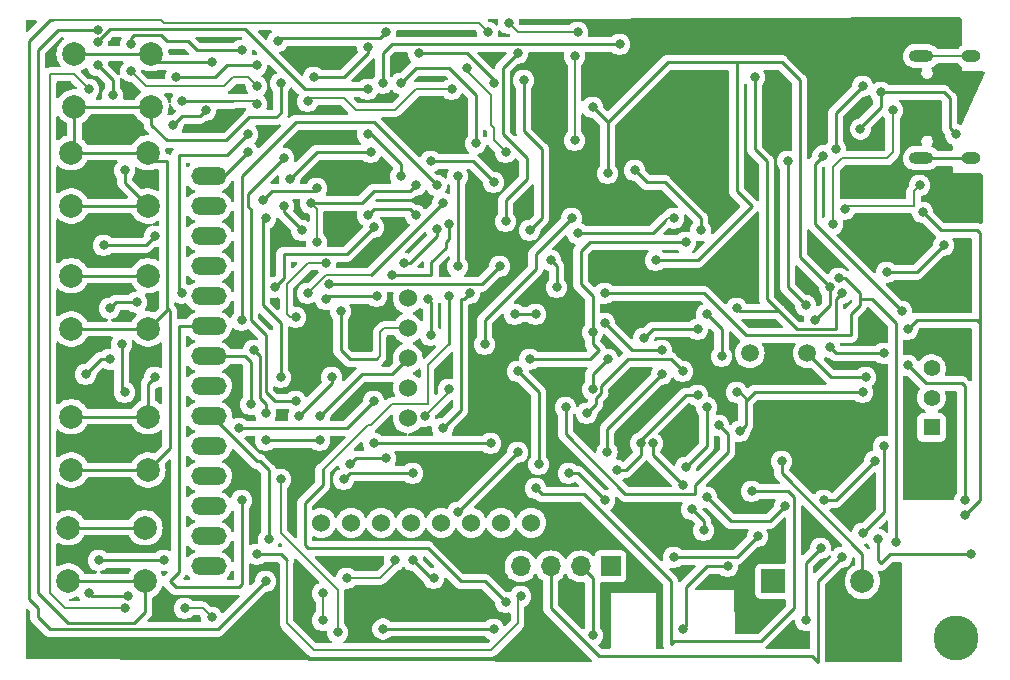
<source format=gbl>
%TF.GenerationSoftware,KiCad,Pcbnew,7.0.10*%
%TF.CreationDate,2024-08-15T14:25:41+05:30*%
%TF.ProjectId,Watch,57617463-682e-46b6-9963-61645f706362,rev?*%
%TF.SameCoordinates,Original*%
%TF.FileFunction,Copper,L2,Bot*%
%TF.FilePolarity,Positive*%
%FSLAX46Y46*%
G04 Gerber Fmt 4.6, Leading zero omitted, Abs format (unit mm)*
G04 Created by KiCad (PCBNEW 7.0.10) date 2024-08-15 14:25:41*
%MOMM*%
%LPD*%
G01*
G04 APERTURE LIST*
%TA.AperFunction,ComponentPad*%
%ADD10C,2.000000*%
%TD*%
%TA.AperFunction,ComponentPad*%
%ADD11R,1.700000X1.700000*%
%TD*%
%TA.AperFunction,ComponentPad*%
%ADD12O,1.700000X1.700000*%
%TD*%
%TA.AperFunction,ComponentPad*%
%ADD13O,2.100000X1.000000*%
%TD*%
%TA.AperFunction,ComponentPad*%
%ADD14O,1.600000X1.000000*%
%TD*%
%TA.AperFunction,ComponentPad*%
%ADD15C,3.800000*%
%TD*%
%TA.AperFunction,ComponentPad*%
%ADD16R,1.408000X1.408000*%
%TD*%
%TA.AperFunction,ComponentPad*%
%ADD17C,1.408000*%
%TD*%
%TA.AperFunction,ComponentPad*%
%ADD18C,1.524000*%
%TD*%
%TA.AperFunction,ComponentPad*%
%ADD19C,1.500000*%
%TD*%
%TA.AperFunction,ComponentPad*%
%ADD20O,3.000000X1.500000*%
%TD*%
%TA.AperFunction,ComponentPad*%
%ADD21R,2.000000X2.000000*%
%TD*%
%TA.AperFunction,ViaPad*%
%ADD22C,0.800000*%
%TD*%
%TA.AperFunction,Conductor*%
%ADD23C,0.250000*%
%TD*%
%TA.AperFunction,Conductor*%
%ADD24C,0.160000*%
%TD*%
%TA.AperFunction,Conductor*%
%ADD25C,0.180000*%
%TD*%
%TA.AperFunction,Conductor*%
%ADD26C,0.200000*%
%TD*%
G04 APERTURE END LIST*
D10*
%TO.P,BOOT,1,A*%
%TO.N,Io0*%
X83872000Y-106716000D03*
X90372000Y-106716000D03*
%TO.P,BOOT,2,B*%
%TO.N,GND*%
X83872000Y-111216000D03*
X90372000Y-111216000D03*
%TD*%
D11*
%TO.P,J3,1,3.3*%
%TO.N,GND*%
X129540000Y-119380000D03*
D12*
%TO.P,J3,2,RX*%
%TO.N,TX*%
X127000000Y-119380000D03*
%TO.P,J3,3,TX*%
%TO.N,RX*%
X124460000Y-119380000D03*
%TO.P,J3,4,GND*%
%TO.N,+3.3V*%
X121920000Y-119380000D03*
%TD*%
D13*
%TO.P,J1,S1,SHIELD*%
%TO.N,GND*%
X155850000Y-84820000D03*
D14*
X160030000Y-84820000D03*
D13*
X155850000Y-76180000D03*
D14*
X160030000Y-76180000D03*
%TD*%
D10*
%TO.P,Failsafe,1,A*%
%TO.N,Fail_safe*%
X84126000Y-75982000D03*
X90626000Y-75982000D03*
%TO.P,Failsafe,2,B*%
%TO.N,GND*%
X84126000Y-80482000D03*
X90626000Y-80482000D03*
%TD*%
%TO.P,Reset,1,A*%
%TO.N,GND*%
X83618000Y-116114000D03*
X90118000Y-116114000D03*
%TO.P,Reset,2,B*%
%TO.N,EN*%
X83618000Y-120614000D03*
X90118000Y-120614000D03*
%TD*%
D15*
%TO.P,M2,1*%
%TO.N,N/C*%
X158750000Y-125476000D03*
%TD*%
D16*
%TO.P,SW1,1,A*%
%TO.N,GND*%
X156718000Y-107616000D03*
D17*
%TO.P,SW1,2,B*%
%TO.N,Enb*%
X156718000Y-105116000D03*
%TO.P,SW1,3,C*%
%TO.N,Net-(SW1A-C)*%
X156718000Y-102616000D03*
%TD*%
D18*
%TO.P,U6,1,Vcc*%
%TO.N,+3.3V*%
X105029000Y-115697000D03*
%TO.P,U6,2,GND*%
%TO.N,GND*%
X107569000Y-115697000D03*
%TO.P,U6,3,SCL*%
%TO.N,SCL*%
X110109000Y-115697000D03*
%TO.P,U6,4,SDA*%
%TO.N,SDA*%
X112649000Y-115697000D03*
%TO.P,U6,5,XDA*%
%TO.N,unconnected-(U6-XDA-Pad5)*%
X115189000Y-115697000D03*
%TO.P,U6,6,XCL*%
%TO.N,unconnected-(U6-XCL-Pad6)*%
X117729000Y-115697000D03*
%TO.P,U6,7,AD0*%
%TO.N,Net-(U6-AD0)*%
X120269000Y-115697000D03*
%TO.P,U6,8,INT*%
%TO.N,unconnected-(U6-INT-Pad8)*%
X122809000Y-115697000D03*
%TD*%
D19*
%TO.P,Y1,1,1*%
%TO.N,Net-(U4-XI)*%
X146214000Y-101346000D03*
%TO.P,Y1,2,2*%
%TO.N,Net-(U4-XO)*%
X141334000Y-101346000D03*
%TD*%
D10*
%TO.P,Control_1,1,A*%
%TO.N,C_1*%
X90372000Y-88864000D03*
X83872000Y-88864000D03*
%TO.P,Control_1,2,B*%
%TO.N,GND*%
X90372000Y-84364000D03*
X83872000Y-84364000D03*
%TD*%
D18*
%TO.P,MAX1,1,Vin*%
%TO.N,+3.3V*%
X112363000Y-96679000D03*
%TO.P,MAX1,2,GND*%
%TO.N,GND*%
X112363000Y-99219000D03*
%TO.P,MAX1,3,SCL*%
%TO.N,SCL*%
X112363000Y-101759000D03*
%TO.P,MAX1,4,SDA*%
%TO.N,SDA*%
X112363000Y-104299000D03*
%TO.P,MAX1,5,INT*%
%TO.N,unconnected-(MAX1-INT-Pad5)*%
X112363000Y-106839000D03*
%TD*%
D20*
%TO.P,U3,1,VCC*%
%TO.N,+3.3V*%
X95504000Y-86360000D03*
%TO.P,U3,2,GND*%
%TO.N,GND*%
X95504000Y-88900000D03*
%TO.P,U3,3,CS*%
%TO.N,CS*%
X95504000Y-91440000D03*
%TO.P,U3,4,RST*%
%TO.N,RST*%
X95504000Y-93980000D03*
%TO.P,U3,5,DC*%
%TO.N,DC*%
X95504000Y-96520000D03*
%TO.P,U3,6,MOSI*%
%TO.N,MOSI*%
X95504000Y-99060000D03*
%TO.P,U3,7,SCK*%
%TO.N,SCK*%
X95504000Y-101600000D03*
%TO.P,U3,8,LED*%
%TO.N,+3.3V*%
X95504000Y-104140000D03*
%TO.P,U3,9,MISO*%
%TO.N,MISO*%
X95504000Y-106680000D03*
%TO.P,U3,10,T_CLK*%
%TO.N,SCK*%
X95504000Y-109220000D03*
%TO.P,U3,11,T_CS*%
%TO.N,T_CS*%
X95504000Y-111760000D03*
%TO.P,U3,12,T_DIN*%
%TO.N,MOSI*%
X95504000Y-114300000D03*
%TO.P,U3,13,T_D0*%
%TO.N,MISO*%
X95504000Y-116840000D03*
%TO.P,U3,14,T_IRQ*%
%TO.N,T_IRQ*%
X95504000Y-119380000D03*
%TD*%
D10*
%TO.P,Control_2,1,A*%
%TO.N,C_2*%
X83872000Y-94778000D03*
X90372000Y-94778000D03*
%TO.P,Control_2,2,B*%
%TO.N,GND*%
X83872000Y-99278000D03*
X90372000Y-99278000D03*
%TD*%
D21*
%TO.P,BZ1,1,+*%
%TO.N,Net-(BZ1-+)*%
X143266000Y-120650000D03*
D10*
%TO.P,BZ1,2,-*%
%TO.N,GND*%
X150866000Y-120650000D03*
%TD*%
D22*
%TO.N,GND*%
X128016000Y-104394000D03*
X129286000Y-101854000D03*
X132080000Y-108966000D03*
%TO.N,C_1*%
X95250000Y-80772000D03*
X103378000Y-90932000D03*
X88392000Y-85852000D03*
X101854000Y-88900000D03*
X92456000Y-82042000D03*
%TO.N,GND*%
X121666000Y-109728000D03*
X129032000Y-113792000D03*
X104394000Y-77978000D03*
X116586000Y-114808000D03*
X113792000Y-106680000D03*
X101600000Y-78486000D03*
X108965996Y-75438000D03*
X125984000Y-111506000D03*
X136906000Y-104902000D03*
X115824000Y-104394000D03*
X130048000Y-111251966D03*
X106680000Y-97790000D03*
X144018000Y-110490000D03*
%TO.N,RX1*%
X100330000Y-106426000D03*
X114554000Y-120396000D03*
X98298000Y-98552000D03*
X114808000Y-87122000D03*
X104902000Y-108712000D03*
X107442000Y-110744000D03*
X99314000Y-101092000D03*
X110490000Y-110236000D03*
X100330000Y-108712000D03*
X112776000Y-118872000D03*
%TO.N,TX1*%
X119634000Y-86868000D03*
X114300000Y-85090000D03*
X102362000Y-86614000D03*
X98806000Y-82804000D03*
X109220000Y-84328000D03*
X93218000Y-96266000D03*
%TO.N,Io0*%
X98044000Y-107696000D03*
X115316000Y-107696000D03*
X134874000Y-89916000D03*
X90932000Y-103378000D03*
X109474000Y-105410000D03*
X126746000Y-91186000D03*
X117602000Y-96266000D03*
%TO.N,VBUS*%
X154178000Y-97790000D03*
X140208000Y-104648000D03*
X147503948Y-84628701D03*
X135636000Y-102870000D03*
X123444000Y-110744000D03*
X152908000Y-94488000D03*
X157734000Y-92202000D03*
X150876000Y-104648000D03*
X121666000Y-102870000D03*
X140462000Y-107950000D03*
X127508000Y-106426000D03*
%TO.N,+5V*%
X129239299Y-109728000D03*
X152400000Y-79248000D03*
X133858000Y-103124000D03*
X150690195Y-82356740D03*
X158750000Y-82803982D03*
%TO.N,EN*%
X128016000Y-99568000D03*
X122682000Y-101854000D03*
X130302000Y-75184000D03*
X86105988Y-73954008D03*
X110236000Y-78486000D03*
X137160000Y-90932000D03*
X99568000Y-76962000D03*
X92710000Y-77978000D03*
X135890000Y-91948000D03*
X131572000Y-85852000D03*
%TO.N,Net-(U4-XI)*%
X151130000Y-103378000D03*
%TO.N,+BATT*%
X133096000Y-108966000D03*
X154686000Y-99314000D03*
X147574000Y-113792000D03*
X155956000Y-89408000D03*
X144272000Y-114300000D03*
X135636000Y-112522000D03*
X151892000Y-110490000D03*
X137668000Y-113538000D03*
X159512000Y-115062000D03*
%TO.N,RX*%
X122682000Y-90932000D03*
X129032000Y-96266000D03*
X148844000Y-94996000D03*
X122174000Y-78232000D03*
X149098000Y-118618000D03*
X124460000Y-93472000D03*
X153670000Y-117348000D03*
X124968000Y-95758000D03*
%TO.N,Net-(D3-A)*%
X118872000Y-100584000D03*
X126238000Y-89916000D03*
%TO.N,TX*%
X152146000Y-117094000D03*
X148082000Y-100838000D03*
X146812004Y-98552000D03*
X160020000Y-118364000D03*
X159512000Y-113792000D03*
X154686000Y-102362000D03*
X152654000Y-101346000D03*
X128016000Y-80518000D03*
X147320000Y-117856000D03*
X146050000Y-123952000D03*
X148082000Y-95757994D03*
X128016000Y-125222000D03*
X133350000Y-93472000D03*
X129286000Y-86106000D03*
%TO.N,D+*%
X148336000Y-90424000D03*
X153416000Y-80772000D03*
%TO.N,D-*%
X149352000Y-89154000D03*
X155702000Y-87122000D03*
%TO.N,Motor+*%
X116586000Y-93980000D03*
X115824000Y-96520000D03*
X120650000Y-122428000D03*
X116586000Y-86360000D03*
%TO.N,SCL*%
X85344000Y-121666000D03*
X87376000Y-79502000D03*
X87122000Y-97536000D03*
X101346000Y-74930000D03*
X98298000Y-75692000D03*
X113284000Y-75946000D03*
X119634000Y-78486000D03*
X89408000Y-97028000D03*
X86111143Y-76966143D03*
X87122000Y-101854000D03*
X110490000Y-74168000D03*
X88900000Y-75184000D03*
X88646000Y-121920000D03*
X104902000Y-106680000D03*
X85090000Y-103124000D03*
%TO.N,SDA*%
X103886000Y-80010000D03*
X105156000Y-121666000D03*
X103124000Y-106680000D03*
X105918000Y-103378000D03*
X93472000Y-122936000D03*
X112776000Y-111506000D03*
X85344000Y-78994000D03*
X111252000Y-118872000D03*
X107188000Y-120396000D03*
X106934000Y-112014000D03*
X105156000Y-123952000D03*
X88900000Y-77470000D03*
X88392000Y-122935996D03*
X116078000Y-78994000D03*
X99568000Y-78740000D03*
X95758000Y-123698000D03*
%TO.N,RTS*%
X132334000Y-100076000D03*
X136906000Y-99314000D03*
%TO.N,Select*%
X141478000Y-113030000D03*
X123190000Y-112776000D03*
X109474000Y-108966000D03*
X102870000Y-105410000D03*
X101854000Y-84836000D03*
X119380000Y-108966000D03*
%TO.N,Net-(U2-ADJ)*%
X150876000Y-78740000D03*
X148590000Y-84074000D03*
%TO.N,B_check*%
X104648000Y-87376000D03*
X86614000Y-92202000D03*
X135636000Y-124714000D03*
X90932000Y-91440000D03*
X88392000Y-104648000D03*
X136398000Y-114554000D03*
X137414000Y-116332000D03*
X100076000Y-88392000D03*
X121920000Y-121920000D03*
X99568000Y-118364000D03*
X139446000Y-119380000D03*
X88138000Y-100584000D03*
%TO.N,Net-(U5-~{STDBY})*%
X138684000Y-107442000D03*
X125730000Y-105918000D03*
%TO.N,Net-(U5-~{CHRG})*%
X137668000Y-105918000D03*
X135890000Y-110998000D03*
%TO.N,Buzz+*%
X114808000Y-90849998D03*
X108966000Y-89662000D03*
X114300000Y-99822000D03*
X113030000Y-89662000D03*
X114046000Y-96774000D03*
X112014000Y-93726000D03*
%TO.N,Enb*%
X146050000Y-97282004D03*
X144526000Y-85090000D03*
%TO.N,T_IRQ*%
X111760000Y-86360000D03*
X108966000Y-82804000D03*
X86192084Y-118872000D03*
X108966000Y-78994000D03*
X91694000Y-118872000D03*
X86106000Y-74954010D03*
%TO.N,T_CS*%
X101600000Y-103378000D03*
X100330000Y-89916000D03*
%TO.N,CS*%
X120142000Y-93980000D03*
X105664000Y-95504000D03*
%TO.N,DC*%
X109474000Y-90678000D03*
X101092000Y-95758000D03*
%TO.N,RST*%
X103886000Y-96266000D03*
X115316000Y-88646000D03*
%TO.N,SCK*%
X126746000Y-74168000D03*
X99060000Y-105664000D03*
X126492000Y-83312000D03*
X106426000Y-124968000D03*
X120904000Y-73406000D03*
X101600000Y-112014000D03*
X126492000Y-76200000D03*
%TO.N,MISO*%
X119126000Y-74168000D03*
X117348000Y-77216000D03*
X100330000Y-120650000D03*
X100584000Y-117094000D03*
X120650000Y-84328000D03*
%TO.N,MOSI*%
X121666000Y-75946000D03*
X115824000Y-90424000D03*
X120650000Y-90170000D03*
X105410000Y-96774000D03*
X110998000Y-94742000D03*
X109728000Y-96520000D03*
X98298000Y-113792000D03*
%TO.N,+3.3V*%
X141732000Y-77978000D03*
X111760000Y-78486000D03*
X133858000Y-101092000D03*
X118110000Y-83565992D03*
X113030000Y-87122000D03*
X104140000Y-88646000D03*
X110263000Y-124687000D03*
X137668000Y-98044000D03*
X129032000Y-98806000D03*
X141986000Y-116840000D03*
X140208000Y-97536000D03*
X121412000Y-98044000D03*
X123190000Y-98044000D03*
X152654000Y-109220000D03*
X134874000Y-118618000D03*
X119634000Y-124714000D03*
X98806000Y-84328000D03*
X149098000Y-96266000D03*
X138938000Y-101600000D03*
X104648000Y-91948000D03*
X102870000Y-98298000D03*
X150876000Y-116586000D03*
X105410000Y-93726000D03*
%TO.N,C_2*%
X99568000Y-80264000D03*
X93218000Y-80010000D03*
%TO.N,Fail_safe*%
X95758000Y-76708000D03*
%TD*%
D23*
%TO.N,GND*%
X155850000Y-84820000D02*
X160030000Y-84820000D01*
%TO.N,+5V*%
X158242000Y-82295982D02*
X158750000Y-82803982D01*
X158242000Y-79756000D02*
X158242000Y-82295982D01*
X157734000Y-79248000D02*
X158242000Y-79756000D01*
X152400000Y-79248000D02*
X157734000Y-79248000D01*
%TO.N,VBUS*%
X128741000Y-104093695D02*
X128741000Y-104694305D01*
X128270000Y-105664000D02*
X127508000Y-106426000D01*
X135636000Y-102870000D02*
X134620000Y-101854000D01*
X134620000Y-101854000D02*
X130980695Y-101854000D01*
X128741000Y-104694305D02*
X128270000Y-105165305D01*
X128270000Y-105165305D02*
X128270000Y-105664000D01*
%TO.N,GND*%
X128016000Y-103124000D02*
X129286000Y-101854000D01*
%TO.N,VBUS*%
X130980695Y-101854000D02*
X128741000Y-104093695D01*
%TO.N,GND*%
X128016000Y-104394000D02*
X128016000Y-103124000D01*
%TO.N,C_1*%
X95250000Y-80772000D02*
X94742000Y-81280000D01*
X90372000Y-88864000D02*
X88392000Y-86884000D01*
X94742000Y-81280000D02*
X93218000Y-81280000D01*
X101854000Y-88900000D02*
X101854000Y-89408000D01*
X101854000Y-89408000D02*
X103378000Y-90932000D01*
X83872000Y-88864000D02*
X90372000Y-88864000D01*
X88392000Y-86884000D02*
X88392000Y-85852000D01*
X92456000Y-82042000D02*
X93218000Y-81280000D01*
D24*
%TO.N,GND*%
X109728000Y-101854000D02*
X109982000Y-101600000D01*
D23*
X132080000Y-108712000D02*
X132080000Y-108966000D01*
X91098000Y-85090000D02*
X90372000Y-84364000D01*
X90626000Y-81990000D02*
X91948000Y-83312000D01*
X106680000Y-101092000D02*
X106680000Y-97790000D01*
X132080000Y-108966000D02*
X132080000Y-109982000D01*
X132080000Y-109982000D02*
X130810034Y-111251966D01*
X101251347Y-81374653D02*
X101600000Y-81026000D01*
X92202000Y-109386000D02*
X92202000Y-97790000D01*
X91948000Y-97702000D02*
X91948000Y-97536000D01*
X90372000Y-111216000D02*
X83872000Y-111216000D01*
X83618000Y-116114000D02*
X90118000Y-116114000D01*
X150866000Y-118354000D02*
X150866000Y-120650000D01*
X84126000Y-80482000D02*
X90626000Y-80482000D01*
X101600000Y-81026000D02*
X101600000Y-78486000D01*
X108965996Y-75946004D02*
X108965996Y-75438000D01*
X91948000Y-83312000D02*
X97018695Y-83312000D01*
X130810034Y-111251966D02*
X130048000Y-111251966D01*
X144018000Y-110490000D02*
X144018000Y-111506000D01*
X144018000Y-111506000D02*
X150866000Y-118354000D01*
X136906000Y-104902000D02*
X135890000Y-104902000D01*
X83872000Y-84364000D02*
X90372000Y-84364000D01*
D24*
X109982000Y-99568000D02*
X110331000Y-99219000D01*
D23*
X135890000Y-104902000D02*
X132080000Y-108712000D01*
X91948000Y-97536000D02*
X91948000Y-85090000D01*
D24*
X109982000Y-101600000D02*
X109982000Y-99568000D01*
D23*
X90372000Y-99278000D02*
X91948000Y-97702000D01*
X109728000Y-101854000D02*
X107442000Y-101854000D01*
D24*
X155850000Y-76180000D02*
X160030000Y-76180000D01*
D23*
X90626000Y-80482000D02*
X90626000Y-81990000D01*
X121666000Y-109728000D02*
X116586000Y-114808000D01*
D24*
X113792000Y-106680000D02*
X115824000Y-104648000D01*
D23*
X90372000Y-99278000D02*
X83872000Y-99278000D01*
D24*
X115824000Y-104648000D02*
X115824000Y-104394000D01*
D23*
X90372000Y-111216000D02*
X92202000Y-109386000D01*
X91948000Y-85090000D02*
X91098000Y-85090000D01*
X98956042Y-81374653D02*
X101251347Y-81374653D01*
X84126000Y-84110000D02*
X83872000Y-84364000D01*
X97018695Y-83312000D02*
X98956042Y-81374653D01*
X107442000Y-101854000D02*
X106680000Y-101092000D01*
X125984000Y-111506000D02*
X126746000Y-111506000D01*
X92202000Y-97790000D02*
X91948000Y-97536000D01*
X84126000Y-80482000D02*
X84126000Y-84110000D01*
X126746000Y-111506000D02*
X129032000Y-113792000D01*
X106934000Y-77978000D02*
X108965996Y-75946004D01*
D24*
X110331000Y-99219000D02*
X112363000Y-99219000D01*
D23*
X104394000Y-77978000D02*
X106934000Y-77978000D01*
%TO.N,RX1*%
X114300000Y-120396000D02*
X112776000Y-118872000D01*
X107950000Y-110236000D02*
X107442000Y-110744000D01*
X99822000Y-84836000D02*
X102870000Y-81788000D01*
X100330000Y-105664000D02*
X99822000Y-105156000D01*
X114554000Y-120396000D02*
X114300000Y-120396000D01*
X99822000Y-101600000D02*
X99314000Y-101092000D01*
X99822000Y-105156000D02*
X99822000Y-101600000D01*
X98298000Y-86360000D02*
X99822000Y-84836000D01*
X104902000Y-108712000D02*
X100330000Y-108712000D01*
X107950000Y-81788000D02*
X109474000Y-81788000D01*
X102870000Y-81788000D02*
X107950000Y-81788000D01*
X100330000Y-106426000D02*
X100330000Y-105664000D01*
X109474000Y-81788000D02*
X114808000Y-87122000D01*
X110490000Y-110236000D02*
X107950000Y-110236000D01*
X98298000Y-98552000D02*
X98298000Y-86360000D01*
%TO.N,TX1*%
X117856000Y-85090000D02*
X114300000Y-85090000D01*
X119634000Y-86868000D02*
X117856000Y-85090000D01*
X109220000Y-84328000D02*
X104648000Y-84328000D01*
X104648000Y-84328000D02*
X102362000Y-86614000D01*
X97028000Y-84582000D02*
X98806000Y-82804000D01*
X92964000Y-84582000D02*
X97028000Y-84582000D01*
X92964000Y-96012000D02*
X92964000Y-84582000D01*
X93218000Y-96266000D02*
X92964000Y-96012000D01*
D25*
%TO.N,Io0*%
X134112000Y-90170000D02*
X134366000Y-89916000D01*
D23*
X107188000Y-107696000D02*
X109474000Y-105410000D01*
X116840000Y-96774000D02*
X117094000Y-96774000D01*
X98044000Y-107696000D02*
X107188000Y-107696000D01*
D25*
X134366000Y-89916000D02*
X134874000Y-89916000D01*
D23*
X117094000Y-96774000D02*
X117602000Y-96266000D01*
X90372000Y-106716000D02*
X90372000Y-103938000D01*
X126746000Y-91186000D02*
X133096000Y-91186000D01*
X115316000Y-107696000D02*
X116840000Y-106172000D01*
X116840000Y-106172000D02*
X116840000Y-96774000D01*
X83872000Y-106716000D02*
X90372000Y-106716000D01*
X133096000Y-91186000D02*
X134112000Y-90170000D01*
X90372000Y-103938000D02*
X90932000Y-103378000D01*
%TO.N,VBUS*%
X141732000Y-104648000D02*
X141097000Y-105283000D01*
X140208000Y-104648000D02*
X140462000Y-104648000D01*
X140970000Y-107442000D02*
X140970000Y-105410000D01*
X146812000Y-85320649D02*
X147503948Y-84628701D01*
X146812000Y-90424000D02*
X146812000Y-85320649D01*
X140462000Y-107950000D02*
X140970000Y-107442000D01*
X141097000Y-105283000D02*
X140970000Y-105410000D01*
X123444000Y-104648000D02*
X123444000Y-110744000D01*
X121666000Y-102870000D02*
X123444000Y-104648000D01*
X155448000Y-94488000D02*
X152908000Y-94488000D01*
X154178000Y-97790000D02*
X146812000Y-90424000D01*
X150876000Y-104648000D02*
X141732000Y-104648000D01*
X140462000Y-104648000D02*
X141097000Y-105283000D01*
X157734000Y-92202000D02*
X155448000Y-94488000D01*
%TO.N,+5V*%
X129239299Y-107742701D02*
X129239299Y-109728000D01*
X150690195Y-82227805D02*
X152400000Y-80518000D01*
X150690195Y-82356740D02*
X150690195Y-82227805D01*
X152400000Y-80518000D02*
X152400000Y-79248000D01*
X133858000Y-103124000D02*
X129239299Y-107742701D01*
%TO.N,EN*%
X135890000Y-91948000D02*
X127762000Y-91948000D01*
X83618000Y-120614000D02*
X90118000Y-120614000D01*
X81026000Y-75692000D02*
X82763992Y-73954008D01*
X97028000Y-76962000D02*
X99568000Y-76962000D01*
X110236000Y-75955305D02*
X110236000Y-78486000D01*
X127762000Y-91948000D02*
X127000000Y-92710000D01*
X128524000Y-101092000D02*
X128016000Y-100584000D01*
X137160000Y-90932000D02*
X137160000Y-89916000D01*
X90118000Y-120614000D02*
X90118000Y-123242000D01*
X122682000Y-101854000D02*
X127762000Y-101854000D01*
X127000000Y-92710000D02*
X127000000Y-95504000D01*
X96774000Y-77216000D02*
X97028000Y-76962000D01*
X130302000Y-75184000D02*
X111007305Y-75184000D01*
X83566000Y-124206000D02*
X81026000Y-121666000D01*
X127762000Y-101854000D02*
X128524000Y-101092000D01*
X81026000Y-121666000D02*
X81026000Y-75692000D01*
X89154000Y-124206000D02*
X83566000Y-124206000D01*
X92710000Y-77978000D02*
X96012000Y-77978000D01*
X128016000Y-100584000D02*
X128016000Y-99568000D01*
X96012000Y-77978000D02*
X96774000Y-77216000D01*
X134112000Y-86868000D02*
X132588000Y-86868000D01*
X111007305Y-75184000D02*
X110236000Y-75955305D01*
X90118000Y-123242000D02*
X89154000Y-124206000D01*
X128016000Y-96520000D02*
X128016000Y-99568000D01*
X132588000Y-86868000D02*
X131572000Y-85852000D01*
X137160000Y-89916000D02*
X134112000Y-86868000D01*
X127000000Y-95504000D02*
X128016000Y-96520000D01*
X82763992Y-73954008D02*
X86105988Y-73954008D01*
%TO.N,Net-(U4-XI)*%
X151130000Y-103378000D02*
X148246000Y-103378000D01*
X148246000Y-103378000D02*
X146214000Y-101346000D01*
%TO.N,+BATT*%
X139700000Y-115570000D02*
X137668000Y-113538000D01*
X148590000Y-113792000D02*
X147574000Y-113792000D01*
X133096000Y-108966000D02*
X133096000Y-109982000D01*
X160782000Y-91186000D02*
X160782000Y-98806000D01*
X133096000Y-109982000D02*
X135636000Y-112522000D01*
X155956000Y-89408000D02*
X157480000Y-90932000D01*
X155448000Y-98552000D02*
X160528000Y-98552000D01*
X154686000Y-99314000D02*
X155448000Y-98552000D01*
X143002000Y-115570000D02*
X140716000Y-115570000D01*
X157480000Y-90932000D02*
X160528000Y-90932000D01*
X144272000Y-114300000D02*
X143002000Y-115570000D01*
X140716000Y-115570000D02*
X139700000Y-115570000D01*
X151892000Y-110490000D02*
X148590000Y-113792000D01*
X160528000Y-98552000D02*
X160782000Y-98806000D01*
X160782000Y-98806000D02*
X160782000Y-113792000D01*
X160528000Y-90932000D02*
X160782000Y-91186000D01*
X160782000Y-113792000D02*
X159512000Y-115062000D01*
%TO.N,RX*%
X153670000Y-117348000D02*
X153670000Y-98806000D01*
X147066000Y-120650000D02*
X149098000Y-118618000D01*
X123698000Y-89916000D02*
X123698000Y-88646000D01*
X147066000Y-127508000D02*
X147066000Y-120650000D01*
X151638000Y-96774000D02*
X150622000Y-96774000D01*
X137414000Y-96266000D02*
X129032000Y-96266000D01*
X123698000Y-84074000D02*
X122174000Y-82550000D01*
X150622000Y-96774000D02*
X150622000Y-97282000D01*
X142240000Y-99822000D02*
X140970000Y-99822000D01*
X149860000Y-99822000D02*
X142240000Y-99822000D01*
X123698000Y-88646000D02*
X123698000Y-84074000D01*
X150368000Y-96012000D02*
X150622000Y-96266000D01*
X122174000Y-82550000D02*
X122174000Y-78232000D01*
X149352000Y-94996000D02*
X150368000Y-96012000D01*
X148844000Y-94996000D02*
X149352000Y-94996000D01*
X150622000Y-97282000D02*
X149860000Y-98044000D01*
X140970000Y-99822000D02*
X139446000Y-98298000D01*
X124460000Y-122936000D02*
X128524000Y-127000000D01*
X153670000Y-98806000D02*
X151638000Y-96774000D01*
X150622000Y-96266000D02*
X150622000Y-96774000D01*
X122682000Y-90932000D02*
X123698000Y-89916000D01*
X146558000Y-127000000D02*
X147066000Y-127508000D01*
X128524000Y-127000000D02*
X146558000Y-127000000D01*
X124460000Y-119380000D02*
X124460000Y-122936000D01*
X124968000Y-93980000D02*
X124460000Y-93472000D01*
X124968000Y-95758000D02*
X124968000Y-93980000D01*
X139446000Y-98298000D02*
X137414000Y-96266000D01*
X149860000Y-98044000D02*
X149860000Y-99822000D01*
%TO.N,Net-(D3-A)*%
X123190000Y-92964000D02*
X123190000Y-94234000D01*
X123190000Y-94234000D02*
X118872000Y-98552000D01*
X118872000Y-98552000D02*
X118872000Y-100584000D01*
X126238000Y-89916000D02*
X123190000Y-92964000D01*
%TO.N,TX*%
X152146000Y-118872000D02*
X152400000Y-119126000D01*
X148082000Y-97282004D02*
X146812004Y-98552000D01*
X159258000Y-103886000D02*
X156210000Y-103886000D01*
X140208000Y-76708000D02*
X144018000Y-76708000D01*
X145542000Y-93217994D02*
X148082000Y-95757994D01*
X156210000Y-103886000D02*
X154686000Y-102362000D01*
X159512000Y-104140000D02*
X159258000Y-103886000D01*
X141478000Y-88900000D02*
X140208000Y-87630000D01*
X136906000Y-93472000D02*
X141478000Y-88900000D01*
X148082000Y-95757994D02*
X148082000Y-97282004D01*
X153162000Y-118364000D02*
X159766000Y-118364000D01*
X152654000Y-101346000D02*
X148590000Y-101346000D01*
X133350000Y-93472000D02*
X136906000Y-93472000D01*
X152146000Y-117094000D02*
X152146000Y-118872000D01*
X140208000Y-87630000D02*
X140208000Y-76708000D01*
X134366000Y-76708000D02*
X140208000Y-76708000D01*
X128016000Y-120396000D02*
X128016000Y-125222000D01*
X144018000Y-76708000D02*
X145542000Y-78232000D01*
X145542000Y-78232000D02*
X145542000Y-93217994D01*
X159512000Y-113792000D02*
X159512000Y-104140000D01*
X146050000Y-123952000D02*
X146050000Y-119126000D01*
X129286000Y-81788000D02*
X128016000Y-80518000D01*
X148590000Y-101346000D02*
X148082000Y-100838000D01*
X127000000Y-119380000D02*
X128016000Y-120396000D01*
X129286000Y-81788000D02*
X134366000Y-76708000D01*
X152400000Y-119126000D02*
X153162000Y-118364000D01*
X129286000Y-86106000D02*
X129286000Y-81788000D01*
X159766000Y-118364000D02*
X160020000Y-118364000D01*
X146050000Y-119126000D02*
X147320000Y-117856000D01*
D26*
%TO.N,D+*%
X153416000Y-84328000D02*
X152908000Y-84836000D01*
X149098000Y-84836000D02*
X148336000Y-85598000D01*
X152908000Y-84836000D02*
X149098000Y-84836000D01*
X148336000Y-85598000D02*
X148336000Y-90424000D01*
X153416000Y-80772000D02*
X153416000Y-84328000D01*
%TO.N,D-*%
X155194000Y-87630000D02*
X155194000Y-88900000D01*
X155194000Y-88900000D02*
X149606000Y-88900000D01*
X155702000Y-87122000D02*
X155194000Y-87630000D01*
X149606000Y-88900000D02*
X149352000Y-89154000D01*
D24*
%TO.N,Motor+*%
X114046000Y-102375251D02*
X115824000Y-100597251D01*
D23*
X116586000Y-93980000D02*
X116586000Y-86360000D01*
X105156000Y-112522000D02*
X105156000Y-111252000D01*
X114046000Y-117856000D02*
X103886000Y-117856000D01*
X105156000Y-111252000D02*
X105169251Y-111252000D01*
X103886000Y-117856000D02*
X103632000Y-117602000D01*
X103632000Y-116064749D02*
X103632000Y-114046000D01*
D24*
X109220000Y-107442000D02*
X110998000Y-105664000D01*
X105169251Y-111252000D02*
X108979251Y-107442000D01*
D23*
X115824000Y-100597251D02*
X115824000Y-96520000D01*
D24*
X114046000Y-105664000D02*
X114046000Y-102375251D01*
X110998000Y-105664000D02*
X114046000Y-105664000D01*
D23*
X116840000Y-120650000D02*
X114046000Y-117856000D01*
X103632000Y-117602000D02*
X103632000Y-116064749D01*
X103632000Y-114046000D02*
X105156000Y-112522000D01*
X120650000Y-122428000D02*
X118872000Y-120650000D01*
X118872000Y-120650000D02*
X118618000Y-120650000D01*
D24*
X108979251Y-107442000D02*
X109220000Y-107442000D01*
D23*
X118618000Y-120650000D02*
X116840000Y-120650000D01*
%TO.N,SCL*%
X85598000Y-121920000D02*
X88646000Y-121920000D01*
X101600000Y-74676000D02*
X101346000Y-74930000D01*
X98298000Y-75692000D02*
X94488000Y-75692000D01*
X87630000Y-97028000D02*
X87122000Y-97536000D01*
X110490000Y-74168000D02*
X109982000Y-74676000D01*
X89408000Y-97028000D02*
X87630000Y-97028000D01*
X88900000Y-74676000D02*
X88900000Y-75184000D01*
X86111143Y-76966143D02*
X87376000Y-78231000D01*
X87376000Y-78231000D02*
X87376000Y-79502000D01*
X93726000Y-74930000D02*
X91948000Y-74930000D01*
X91948000Y-74930000D02*
X91694000Y-74676000D01*
X87122000Y-101854000D02*
X86360000Y-101854000D01*
X113284000Y-75946000D02*
X117348000Y-75946000D01*
X104902000Y-106680000D02*
X108458000Y-103124000D01*
X119634000Y-78232000D02*
X119634000Y-78486000D01*
X91440000Y-74422000D02*
X89154000Y-74422000D01*
X86360000Y-101854000D02*
X85090000Y-103124000D01*
X110998000Y-103124000D02*
X112363000Y-101759000D01*
X94488000Y-75692000D02*
X93726000Y-74930000D01*
X109982000Y-74676000D02*
X101600000Y-74676000D01*
X89154000Y-74422000D02*
X88900000Y-74676000D01*
X91694000Y-74676000D02*
X91440000Y-74422000D01*
X108458000Y-103124000D02*
X110998000Y-103124000D01*
X117348000Y-75946000D02*
X119634000Y-78232000D01*
X85344000Y-121666000D02*
X85598000Y-121920000D01*
D24*
%TO.N,SDA*%
X105156000Y-121666000D02*
X105156000Y-123952000D01*
X84074000Y-77724000D02*
X82042000Y-77724000D01*
X98806000Y-77978000D02*
X97536000Y-77978000D01*
X82042000Y-121666000D02*
X83311996Y-122935996D01*
X116078000Y-78994000D02*
X113030000Y-78994000D01*
X82042000Y-77724000D02*
X82042000Y-121666000D01*
X109982000Y-120396000D02*
X107188000Y-120396000D01*
X97536000Y-77978000D02*
X96774000Y-78740000D01*
X94996000Y-122936000D02*
X95758000Y-123698000D01*
X90170000Y-78740000D02*
X88900000Y-77470000D01*
D23*
X103124000Y-106680000D02*
X105918000Y-103886000D01*
X105918000Y-103886000D02*
X105918000Y-103378000D01*
D24*
X111252000Y-118872000D02*
X111252000Y-119126000D01*
X113030000Y-78994000D02*
X111252000Y-80772000D01*
X108458000Y-80772000D02*
X107950000Y-80772000D01*
D23*
X107442000Y-111506000D02*
X106934000Y-112014000D01*
D24*
X99568000Y-78740000D02*
X98806000Y-77978000D01*
X104140000Y-79756000D02*
X103886000Y-80010000D01*
X85344000Y-78994000D02*
X84074000Y-77724000D01*
X94996000Y-78740000D02*
X90170000Y-78740000D01*
X106934000Y-79756000D02*
X104140000Y-79756000D01*
X83311996Y-122935996D02*
X88392000Y-122935996D01*
X107950000Y-80772000D02*
X106934000Y-79756000D01*
X93472000Y-122936000D02*
X94996000Y-122936000D01*
D23*
X112776000Y-111506000D02*
X107442000Y-111506000D01*
D24*
X111252000Y-119126000D02*
X109982000Y-120396000D01*
X111252000Y-80772000D02*
X108458000Y-80772000D01*
X96774000Y-78740000D02*
X94996000Y-78740000D01*
D23*
%TO.N,RTS*%
X136906000Y-99314000D02*
X133096000Y-99314000D01*
X133096000Y-99314000D02*
X132334000Y-100076000D01*
%TO.N,Select*%
X100330000Y-104648000D02*
X100330000Y-99822000D01*
X100330000Y-99822000D02*
X99060000Y-98552000D01*
X141478000Y-113030000D02*
X144526000Y-113030000D01*
X145034000Y-122936000D02*
X142240000Y-125730000D01*
X99060000Y-98552000D02*
X99060000Y-89163305D01*
X102870000Y-105410000D02*
X101092000Y-105410000D01*
X99060000Y-89163305D02*
X98843000Y-88946305D01*
X142240000Y-125730000D02*
X134874000Y-125730000D01*
X134874000Y-125730000D02*
X134620000Y-125984000D01*
X101092000Y-105410000D02*
X100330000Y-104648000D01*
X119380000Y-108966000D02*
X109474000Y-108966000D01*
X98843000Y-87847000D02*
X101854000Y-84836000D01*
X123190000Y-112776000D02*
X123698000Y-113284000D01*
X144526000Y-113030000D02*
X145034000Y-113538000D01*
X134620000Y-120650000D02*
X127254000Y-113284000D01*
X134620000Y-125984000D02*
X134620000Y-120650000D01*
X145034000Y-113538000D02*
X145034000Y-122936000D01*
X127254000Y-113284000D02*
X123698000Y-113284000D01*
X98843000Y-88946305D02*
X98843000Y-87847000D01*
%TO.N,Net-(U2-ADJ)*%
X148590000Y-81026000D02*
X148590000Y-84074000D01*
X150876000Y-78740000D02*
X148590000Y-81026000D01*
%TO.N,B_check*%
X100838000Y-87630000D02*
X104394000Y-87630000D01*
D24*
X121666000Y-122174000D02*
X121920000Y-121920000D01*
D23*
X139446000Y-119380000D02*
X137668000Y-119380000D01*
D24*
X102108000Y-118872000D02*
X102108000Y-124206000D01*
D23*
X135890000Y-124460000D02*
X135636000Y-124714000D01*
D24*
X119380000Y-126492000D02*
X121666000Y-124206000D01*
D23*
X88392000Y-104648000D02*
X88138000Y-104394000D01*
X90170000Y-92202000D02*
X90932000Y-91440000D01*
X137414000Y-115570000D02*
X136398000Y-114554000D01*
X137414000Y-116332000D02*
X137414000Y-115570000D01*
X104394000Y-87630000D02*
X104648000Y-87376000D01*
X135890000Y-121158000D02*
X135890000Y-124460000D01*
X102108000Y-118872000D02*
X101600000Y-118364000D01*
X101600000Y-118364000D02*
X99568000Y-118364000D01*
D24*
X121666000Y-124206000D02*
X121666000Y-122174000D01*
D23*
X88138000Y-104394000D02*
X88138000Y-100584000D01*
D24*
X104394000Y-126492000D02*
X119380000Y-126492000D01*
D23*
X100076000Y-88392000D02*
X100838000Y-87630000D01*
D24*
X102108000Y-124206000D02*
X104394000Y-126492000D01*
D23*
X86614000Y-92202000D02*
X90170000Y-92202000D01*
X137668000Y-119380000D02*
X135890000Y-121158000D01*
%TO.N,Net-(U5-~{STDBY})*%
X130800695Y-113284000D02*
X125730000Y-108213305D01*
X125730000Y-108213305D02*
X125730000Y-105918000D01*
X139446000Y-108204000D02*
X139446000Y-109728000D01*
X138684000Y-107442000D02*
X139446000Y-108204000D01*
X139446000Y-109728000D02*
X136652000Y-112522000D01*
X136652000Y-113284000D02*
X130800695Y-113284000D01*
X136652000Y-112522000D02*
X136652000Y-113284000D01*
%TO.N,Net-(U5-~{CHRG})*%
X137668000Y-109220000D02*
X137668000Y-105918000D01*
X135890000Y-110998000D02*
X137668000Y-109220000D01*
%TO.N,Buzz+*%
X114300000Y-97028000D02*
X114046000Y-96774000D01*
X112522000Y-93726000D02*
X112014000Y-93726000D01*
X112522000Y-89154000D02*
X113030000Y-89662000D01*
X114808000Y-91440000D02*
X112522000Y-93726000D01*
X114808000Y-90849998D02*
X114808000Y-91440000D01*
X109474000Y-89154000D02*
X112522000Y-89154000D01*
X108966000Y-89662000D02*
X109474000Y-89154000D01*
X114300000Y-99822000D02*
X114300000Y-97028000D01*
%TO.N,Enb*%
X144526000Y-85090000D02*
X144526000Y-95758004D01*
X144526000Y-95758004D02*
X146050000Y-97282004D01*
%TO.N,T_IRQ*%
X86830988Y-74229022D02*
X87146010Y-73914000D01*
X86381002Y-74679008D02*
X86406293Y-74679008D01*
X111760000Y-85344000D02*
X110490000Y-84074000D01*
X111760000Y-86360000D02*
X111760000Y-85344000D01*
X86406293Y-74679008D02*
X86830988Y-74254313D01*
X86830988Y-74254313D02*
X86830988Y-74229022D01*
X91694000Y-118872000D02*
X86192084Y-118872000D01*
X86106000Y-74954010D02*
X86381002Y-74679008D01*
X109220000Y-82804000D02*
X108966000Y-82804000D01*
X110490000Y-84074000D02*
X109220000Y-82804000D01*
X103632000Y-78994000D02*
X108966000Y-78994000D01*
X87146010Y-73914000D02*
X98552000Y-73914000D01*
X98552000Y-73914000D02*
X103632000Y-78994000D01*
%TO.N,T_CS*%
X101600000Y-98806000D02*
X100076000Y-97282000D01*
X100076000Y-90170000D02*
X100330000Y-89916000D01*
X101600000Y-103378000D02*
X101600000Y-98806000D01*
X100076000Y-97282000D02*
X100076000Y-90170000D01*
%TO.N,CS*%
X119380000Y-94742000D02*
X120142000Y-93980000D01*
X105664000Y-95504000D02*
X118618000Y-95504000D01*
X118618000Y-95504000D02*
X119380000Y-94742000D01*
%TO.N,DC*%
X101854000Y-94996000D02*
X101854000Y-92964000D01*
X107188000Y-92964000D02*
X109474000Y-90678000D01*
X101092000Y-95758000D02*
X101854000Y-94996000D01*
X101854000Y-92964000D02*
X107188000Y-92964000D01*
%TO.N,RST*%
X115316000Y-88646000D02*
X109220000Y-94742000D01*
D24*
X105410000Y-94742000D02*
X103886000Y-96266000D01*
X109220000Y-94742000D02*
X105410000Y-94742000D01*
%TO.N,SCK*%
X101600000Y-116586000D02*
X106426000Y-121412000D01*
X101600000Y-112014000D02*
X101600000Y-116586000D01*
D23*
X99060000Y-102108000D02*
X98552000Y-101600000D01*
X99060000Y-105664000D02*
X99060000Y-102108000D01*
D24*
X121666000Y-74168000D02*
X120904000Y-73406000D01*
X106426000Y-121412000D02*
X106426000Y-124968000D01*
X126746000Y-74168000D02*
X121666000Y-74168000D01*
D23*
X98552000Y-101600000D02*
X95504000Y-101600000D01*
D24*
X126492000Y-76200000D02*
X126492000Y-83312000D01*
%TO.N,MISO*%
X117348000Y-77470000D02*
X119380000Y-79502000D01*
D23*
X95504000Y-106680000D02*
X95758000Y-106680000D01*
X100330000Y-120650000D02*
X96266000Y-124714000D01*
D24*
X91440000Y-73152000D02*
X91694000Y-73406000D01*
X82296000Y-73152000D02*
X91440000Y-73152000D01*
X119634000Y-83312000D02*
X120650000Y-84328000D01*
D23*
X99822000Y-110490000D02*
X100584000Y-111252000D01*
D24*
X91694000Y-73406000D02*
X118364000Y-73406000D01*
D23*
X82042000Y-73152000D02*
X82296000Y-73152000D01*
D24*
X118364000Y-73406000D02*
X119126000Y-74168000D01*
X119380000Y-79502000D02*
X119380000Y-82042000D01*
D23*
X80264000Y-122174000D02*
X80264000Y-74930000D01*
X99568000Y-110490000D02*
X99822000Y-110490000D01*
X100584000Y-111252000D02*
X100584000Y-117094000D01*
X97282000Y-108204000D02*
X99568000Y-110490000D01*
D24*
X117348000Y-77216000D02*
X117348000Y-77470000D01*
D23*
X81026000Y-122936000D02*
X80264000Y-122174000D01*
X82042000Y-124714000D02*
X81026000Y-123698000D01*
X80264000Y-74930000D02*
X82042000Y-73152000D01*
X81026000Y-123698000D02*
X81026000Y-122936000D01*
D24*
X119634000Y-82296000D02*
X119634000Y-83312000D01*
X119380000Y-82042000D02*
X119634000Y-82296000D01*
D23*
X95758000Y-106680000D02*
X97282000Y-108204000D01*
X96266000Y-124714000D02*
X82042000Y-124714000D01*
%TO.N,MOSI*%
X115570000Y-91948000D02*
X115824000Y-91694000D01*
X115824000Y-91694000D02*
X115824000Y-90424000D01*
X120396000Y-82804000D02*
X120396000Y-77216000D01*
X110998000Y-94742000D02*
X114378002Y-94742000D01*
X92710000Y-121158000D02*
X92202000Y-120650000D01*
X105664000Y-96520000D02*
X105410000Y-96774000D01*
X98298000Y-120904000D02*
X98044000Y-121158000D01*
X115570000Y-92456000D02*
X115570000Y-91948000D01*
X120396000Y-77216000D02*
X121666000Y-75946000D01*
X92202000Y-120650000D02*
X92964000Y-119888000D01*
X122428000Y-86614000D02*
X122428000Y-84836000D01*
X92964000Y-99060000D02*
X95504000Y-99060000D01*
X92964000Y-119888000D02*
X92964000Y-99060000D01*
X114378002Y-93647998D02*
X115570000Y-92456000D01*
X120650000Y-90170000D02*
X120650000Y-88392000D01*
X98298000Y-113792000D02*
X98298000Y-120904000D01*
X98044000Y-121158000D02*
X92710000Y-121158000D01*
X120650000Y-88392000D02*
X122428000Y-86614000D01*
X114378002Y-94742000D02*
X114378002Y-93647998D01*
X109728000Y-96520000D02*
X105664000Y-96520000D01*
X122428000Y-84836000D02*
X120396000Y-82804000D01*
%TO.N,+3.3V*%
X111760000Y-78486000D02*
X113030000Y-77216000D01*
X142748000Y-85090000D02*
X142748000Y-96774000D01*
X121412000Y-98044000D02*
X123190000Y-98044000D01*
X109474000Y-87630000D02*
X112522000Y-87630000D01*
X140208000Y-97536000D02*
X140462000Y-97790000D01*
X96774000Y-86360000D02*
X98806000Y-84328000D01*
X141732000Y-84074000D02*
X142748000Y-85090000D01*
X95504000Y-86360000D02*
X96774000Y-86360000D01*
D24*
X104648000Y-89154000D02*
X104648000Y-91948000D01*
D23*
X104140000Y-88646000D02*
X108458000Y-88646000D01*
X113030000Y-77216000D02*
X115833305Y-77216000D01*
D24*
X104140000Y-88646000D02*
X104648000Y-89154000D01*
X102108000Y-95504000D02*
X102108000Y-98044000D01*
D23*
X138938000Y-99314000D02*
X137668000Y-98044000D01*
X118110000Y-79492695D02*
X118110000Y-83565992D01*
X152654000Y-109220000D02*
X152654000Y-114808000D01*
X148590000Y-96774000D02*
X149098000Y-96266000D01*
D24*
X102362000Y-98298000D02*
X102870000Y-98298000D01*
D23*
X131318000Y-101092000D02*
X129032000Y-98806000D01*
X148590000Y-99314000D02*
X148590000Y-96774000D01*
X152654000Y-114808000D02*
X150876000Y-116586000D01*
X138938000Y-101600000D02*
X138938000Y-99314000D01*
X140462000Y-97790000D02*
X143764000Y-97790000D01*
X133858000Y-101092000D02*
X131318000Y-101092000D01*
D24*
X102108000Y-98044000D02*
X102362000Y-98298000D01*
D23*
X145288000Y-99314000D02*
X148590000Y-99314000D01*
X143764000Y-97790000D02*
X145288000Y-99314000D01*
D24*
X103886000Y-93726000D02*
X102108000Y-95504000D01*
D23*
X140208000Y-118618000D02*
X134874000Y-118618000D01*
X112522000Y-87630000D02*
X113030000Y-87122000D01*
X115833305Y-77216000D02*
X118110000Y-79492695D01*
X142748000Y-96774000D02*
X143764000Y-97790000D01*
D24*
X105410000Y-93726000D02*
X103886000Y-93726000D01*
D23*
X119607000Y-124687000D02*
X119634000Y-124714000D01*
X141732000Y-77978000D02*
X141732000Y-84074000D01*
X108458000Y-88646000D02*
X109474000Y-87630000D01*
X141986000Y-116840000D02*
X140208000Y-118618000D01*
X110263000Y-124687000D02*
X119607000Y-124687000D01*
%TO.N,C_2*%
X83872000Y-94778000D02*
X90372000Y-94778000D01*
D24*
X99314000Y-80010000D02*
X99568000Y-80264000D01*
D23*
X93218000Y-80010000D02*
X97536000Y-80010000D01*
D24*
X97536000Y-80010000D02*
X99314000Y-80010000D01*
D23*
%TO.N,Fail_safe*%
X92710000Y-76708000D02*
X95758000Y-76708000D01*
X91352000Y-76708000D02*
X92710000Y-76708000D01*
X84126000Y-75982000D02*
X90626000Y-75982000D01*
X90626000Y-75982000D02*
X91352000Y-76708000D01*
%TD*%
%TA.AperFunction,NonConductor*%
G36*
X119977274Y-73043583D02*
G01*
X120023198Y-73096240D01*
X120033363Y-73165367D01*
X120028500Y-73186430D01*
X120018327Y-73217739D01*
X120018327Y-73217740D01*
X120018326Y-73217744D01*
X120000868Y-73383848D01*
X119998540Y-73406000D01*
X120004494Y-73462654D01*
X119991924Y-73531384D01*
X119944191Y-73582407D01*
X119876451Y-73599524D01*
X119810210Y-73577301D01*
X119789023Y-73558586D01*
X119764530Y-73531384D01*
X119731871Y-73495112D01*
X119731863Y-73495106D01*
X119578734Y-73383851D01*
X119578729Y-73383848D01*
X119405807Y-73306857D01*
X119405802Y-73306855D01*
X119239331Y-73271471D01*
X119177849Y-73238279D01*
X119144073Y-73177116D01*
X119148725Y-73107401D01*
X119190330Y-73051269D01*
X119255677Y-73026540D01*
X119264670Y-73026183D01*
X119910174Y-73024114D01*
X119977274Y-73043583D01*
G37*
%TD.AperFunction*%
%TA.AperFunction,NonConductor*%
G36*
X80927477Y-73168743D02*
G01*
X80973401Y-73221400D01*
X80983566Y-73290527D01*
X80954745Y-73354175D01*
X80948453Y-73360954D01*
X80221681Y-74087727D01*
X80160358Y-74121212D01*
X80090667Y-74116228D01*
X80034733Y-74074356D01*
X80010316Y-74008892D01*
X80010000Y-74000046D01*
X80010000Y-73275602D01*
X80029685Y-73208563D01*
X80082489Y-73162808D01*
X80133599Y-73151603D01*
X80860376Y-73149274D01*
X80927477Y-73168743D01*
G37*
%TD.AperFunction*%
%TA.AperFunction,NonConductor*%
G36*
X120219788Y-73996697D02*
G01*
X120240974Y-74015411D01*
X120270613Y-74048328D01*
X120298129Y-74078888D01*
X120451265Y-74190148D01*
X120451270Y-74190151D01*
X120624192Y-74267142D01*
X120624197Y-74267144D01*
X120809354Y-74306500D01*
X120932187Y-74306500D01*
X120999226Y-74326185D01*
X121019868Y-74342819D01*
X121023868Y-74346819D01*
X121057353Y-74408142D01*
X121052369Y-74477834D01*
X121010497Y-74533767D01*
X120945033Y-74558184D01*
X120936187Y-74558500D01*
X120116632Y-74558500D01*
X120049593Y-74538815D01*
X120003838Y-74486011D01*
X119993894Y-74416853D01*
X119998699Y-74396186D01*
X120011674Y-74356256D01*
X120031460Y-74168000D01*
X120025505Y-74111344D01*
X120038074Y-74042617D01*
X120085806Y-73991593D01*
X120153547Y-73974475D01*
X120219788Y-73996697D01*
G37*
%TD.AperFunction*%
%TA.AperFunction,NonConductor*%
G36*
X118139226Y-74006185D02*
G01*
X118159868Y-74022819D01*
X118186755Y-74049706D01*
X118220240Y-74111029D01*
X118222395Y-74150346D01*
X118220540Y-74168000D01*
X118240326Y-74356256D01*
X118253299Y-74396182D01*
X118255294Y-74466022D01*
X118219214Y-74525855D01*
X118156513Y-74556684D01*
X118135368Y-74558500D01*
X111480632Y-74558500D01*
X111413593Y-74538815D01*
X111367838Y-74486011D01*
X111357894Y-74416853D01*
X111362699Y-74396186D01*
X111375674Y-74356256D01*
X111395460Y-74168000D01*
X111390779Y-74123460D01*
X111403349Y-74054731D01*
X111451082Y-74003707D01*
X111514100Y-73986500D01*
X118072187Y-73986500D01*
X118139226Y-74006185D01*
G37*
%TD.AperFunction*%
%TA.AperFunction,NonConductor*%
G36*
X100798001Y-74006185D02*
G01*
X100843756Y-74058989D01*
X100853700Y-74128147D01*
X100824675Y-74191703D01*
X100803847Y-74210818D01*
X100740129Y-74257111D01*
X100613466Y-74397785D01*
X100518821Y-74561715D01*
X100518818Y-74561722D01*
X100474791Y-74697225D01*
X100435353Y-74754901D01*
X100370995Y-74782099D01*
X100302148Y-74770184D01*
X100269179Y-74746588D01*
X99720772Y-74198181D01*
X99687287Y-74136858D01*
X99692271Y-74067166D01*
X99734143Y-74011233D01*
X99799607Y-73986816D01*
X99808453Y-73986500D01*
X100730962Y-73986500D01*
X100798001Y-74006185D01*
G37*
%TD.AperFunction*%
%TA.AperFunction,NonConductor*%
G36*
X98308587Y-74559185D02*
G01*
X98329229Y-74575819D01*
X98333229Y-74579819D01*
X98366714Y-74641142D01*
X98361730Y-74710834D01*
X98319858Y-74766767D01*
X98254394Y-74791184D01*
X98245548Y-74791500D01*
X98203354Y-74791500D01*
X98170897Y-74798398D01*
X98018197Y-74830855D01*
X98018192Y-74830857D01*
X97845270Y-74907848D01*
X97845265Y-74907851D01*
X97692130Y-75019110D01*
X97692126Y-75019114D01*
X97686400Y-75025474D01*
X97626913Y-75062121D01*
X97594252Y-75066500D01*
X94798452Y-75066500D01*
X94731413Y-75046815D01*
X94710771Y-75030181D01*
X94431772Y-74751181D01*
X94398287Y-74689858D01*
X94403271Y-74620166D01*
X94445143Y-74564233D01*
X94510607Y-74539816D01*
X94519453Y-74539500D01*
X98241548Y-74539500D01*
X98308587Y-74559185D01*
G37*
%TD.AperFunction*%
%TA.AperFunction,NonConductor*%
G36*
X88084559Y-74559185D02*
G01*
X88130314Y-74611989D01*
X88140258Y-74681147D01*
X88124907Y-74725500D01*
X88072821Y-74815715D01*
X88072818Y-74815722D01*
X88026281Y-74958950D01*
X88014326Y-74995744D01*
X87998927Y-75142262D01*
X87994540Y-75184000D01*
X87998275Y-75219540D01*
X87985705Y-75288270D01*
X87937972Y-75339293D01*
X87874954Y-75356500D01*
X87092736Y-75356500D01*
X87025697Y-75336815D01*
X86979942Y-75284011D01*
X86969998Y-75214853D01*
X86974803Y-75194188D01*
X86991674Y-75142266D01*
X87006350Y-75002618D01*
X87032934Y-74938005D01*
X87041981Y-74927908D01*
X87214773Y-74755116D01*
X87227029Y-74745300D01*
X87226846Y-74745078D01*
X87232858Y-74740103D01*
X87232865Y-74740099D01*
X87278937Y-74691035D01*
X87281554Y-74688336D01*
X87301108Y-74668784D01*
X87303564Y-74665616D01*
X87311144Y-74656740D01*
X87341050Y-74624895D01*
X87350701Y-74607337D01*
X87361387Y-74591071D01*
X87364171Y-74587481D01*
X87420820Y-74546586D01*
X87462137Y-74539500D01*
X88017520Y-74539500D01*
X88084559Y-74559185D01*
G37*
%TD.AperFunction*%
%TA.AperFunction,NonConductor*%
G36*
X93482587Y-75575185D02*
G01*
X93503229Y-75591819D01*
X93782229Y-75870819D01*
X93815714Y-75932142D01*
X93810730Y-76001834D01*
X93768858Y-76057767D01*
X93703394Y-76082184D01*
X93694548Y-76082500D01*
X92254121Y-76082500D01*
X92187082Y-76062815D01*
X92141327Y-76010011D01*
X92130545Y-75968740D01*
X92111109Y-75734187D01*
X92111107Y-75734175D01*
X92104970Y-75709940D01*
X92107595Y-75640120D01*
X92147551Y-75582802D01*
X92212153Y-75556186D01*
X92225176Y-75555500D01*
X93415548Y-75555500D01*
X93482587Y-75575185D01*
G37*
%TD.AperFunction*%
%TA.AperFunction,NonConductor*%
G36*
X99410298Y-75656888D02*
G01*
X99603229Y-75849819D01*
X99636714Y-75911142D01*
X99631730Y-75980834D01*
X99589858Y-76036767D01*
X99524394Y-76061184D01*
X99515548Y-76061500D01*
X99473354Y-76061500D01*
X99368746Y-76083735D01*
X99309004Y-76096433D01*
X99239337Y-76091116D01*
X99183604Y-76048978D01*
X99159499Y-75983398D01*
X99165294Y-75936822D01*
X99166815Y-75932142D01*
X99183674Y-75880256D01*
X99199297Y-75731604D01*
X99225880Y-75666993D01*
X99283177Y-75627008D01*
X99352996Y-75624348D01*
X99410298Y-75656888D01*
G37*
%TD.AperFunction*%
%TA.AperFunction,NonConductor*%
G36*
X83190796Y-74599193D02*
G01*
X83236551Y-74651997D01*
X83246495Y-74721155D01*
X83217470Y-74784711D01*
X83199924Y-74801356D01*
X83124448Y-74860102D01*
X83106257Y-74874261D01*
X82937833Y-75057217D01*
X82801826Y-75265393D01*
X82701936Y-75493118D01*
X82640892Y-75734175D01*
X82640890Y-75734187D01*
X82620357Y-75981994D01*
X82620357Y-75982005D01*
X82640890Y-76229812D01*
X82640892Y-76229824D01*
X82701936Y-76470881D01*
X82801826Y-76698606D01*
X82937833Y-76906782D01*
X82937836Y-76906785D01*
X82963955Y-76935158D01*
X82964286Y-76935517D01*
X82995208Y-76998172D01*
X82987348Y-77067598D01*
X82943201Y-77121753D01*
X82876783Y-77143444D01*
X82873056Y-77143500D01*
X82088173Y-77143500D01*
X82071988Y-77142439D01*
X82042000Y-77138491D01*
X82003953Y-77143500D01*
X81921168Y-77154399D01*
X81890459Y-77158442D01*
X81822951Y-77186404D01*
X81753482Y-77193871D01*
X81691003Y-77162596D01*
X81655351Y-77102506D01*
X81651500Y-77071842D01*
X81651500Y-76002452D01*
X81671185Y-75935413D01*
X81687819Y-75914771D01*
X82986764Y-74615827D01*
X83048087Y-74582342D01*
X83074445Y-74579508D01*
X83123757Y-74579508D01*
X83190796Y-74599193D01*
G37*
%TD.AperFunction*%
%TA.AperFunction,NonConductor*%
G36*
X120685585Y-75829185D02*
G01*
X120731340Y-75881989D01*
X120741284Y-75951147D01*
X120712259Y-76014703D01*
X120706227Y-76021181D01*
X120012208Y-76715199D01*
X119999951Y-76725020D01*
X120000134Y-76725241D01*
X119994122Y-76730214D01*
X119948098Y-76779223D01*
X119945391Y-76782016D01*
X119925889Y-76801517D01*
X119925875Y-76801534D01*
X119923407Y-76804715D01*
X119915843Y-76813570D01*
X119885937Y-76845418D01*
X119885936Y-76845420D01*
X119876284Y-76862976D01*
X119865610Y-76879226D01*
X119853329Y-76895061D01*
X119853324Y-76895068D01*
X119835975Y-76935158D01*
X119830838Y-76945644D01*
X119809803Y-76983906D01*
X119804822Y-77003307D01*
X119798521Y-77021710D01*
X119790562Y-77040102D01*
X119790561Y-77040105D01*
X119783728Y-77083243D01*
X119781360Y-77094674D01*
X119770501Y-77136971D01*
X119770500Y-77136982D01*
X119770500Y-77157016D01*
X119768973Y-77176410D01*
X119768326Y-77180500D01*
X119765208Y-77200184D01*
X119735276Y-77263318D01*
X119675963Y-77300247D01*
X119606101Y-77299247D01*
X119555054Y-77268463D01*
X118307772Y-76021181D01*
X118274287Y-75959858D01*
X118279271Y-75890166D01*
X118321143Y-75834233D01*
X118386607Y-75809816D01*
X118395453Y-75809500D01*
X120618546Y-75809500D01*
X120685585Y-75829185D01*
G37*
%TD.AperFunction*%
%TA.AperFunction,NonConductor*%
G36*
X88253387Y-76627185D02*
G01*
X88299142Y-76679989D01*
X88309086Y-76749147D01*
X88280061Y-76812703D01*
X88278501Y-76814468D01*
X88250634Y-76845418D01*
X88167466Y-76937785D01*
X88072821Y-77101715D01*
X88072818Y-77101722D01*
X88026105Y-77245492D01*
X88014326Y-77281744D01*
X88002346Y-77395731D01*
X87994540Y-77470000D01*
X88014327Y-77658266D01*
X88014834Y-77660649D01*
X88014726Y-77662058D01*
X88015006Y-77664719D01*
X88014519Y-77664770D01*
X88009513Y-77730316D01*
X87967371Y-77786046D01*
X87901789Y-77810145D01*
X87833589Y-77794963D01*
X87814502Y-77781964D01*
X87801940Y-77771572D01*
X87793299Y-77763709D01*
X87050103Y-77020512D01*
X87016618Y-76959189D01*
X87014466Y-76945811D01*
X86996817Y-76777887D01*
X86994195Y-76769817D01*
X86992200Y-76699976D01*
X87028281Y-76640144D01*
X87090982Y-76609316D01*
X87112126Y-76607500D01*
X88186348Y-76607500D01*
X88253387Y-76627185D01*
G37*
%TD.AperFunction*%
%TA.AperFunction,NonConductor*%
G36*
X108004206Y-75321185D02*
G01*
X108049961Y-75373989D01*
X108059350Y-75431502D01*
X108060536Y-75431502D01*
X108060536Y-75437997D01*
X108060536Y-75438000D01*
X108080322Y-75626256D01*
X108080323Y-75626259D01*
X108135520Y-75796138D01*
X108137515Y-75865979D01*
X108105270Y-75922137D01*
X106711228Y-77316181D01*
X106649905Y-77349666D01*
X106623547Y-77352500D01*
X105097748Y-77352500D01*
X105030709Y-77332815D01*
X105005600Y-77311474D01*
X104999873Y-77305114D01*
X104999869Y-77305110D01*
X104846734Y-77193851D01*
X104846729Y-77193848D01*
X104673807Y-77116857D01*
X104673802Y-77116855D01*
X104515665Y-77083243D01*
X104488646Y-77077500D01*
X104299354Y-77077500D01*
X104272335Y-77083243D01*
X104114197Y-77116855D01*
X104114192Y-77116857D01*
X103941270Y-77193848D01*
X103941265Y-77193851D01*
X103788129Y-77305111D01*
X103661466Y-77445785D01*
X103566821Y-77609715D01*
X103566818Y-77609722D01*
X103522791Y-77745225D01*
X103483353Y-77802901D01*
X103418995Y-77830099D01*
X103350148Y-77818184D01*
X103317179Y-77794588D01*
X101529927Y-76007336D01*
X101496442Y-75946013D01*
X101501426Y-75876321D01*
X101543298Y-75820388D01*
X101591825Y-75798366D01*
X101625803Y-75791144D01*
X101798730Y-75714151D01*
X101951871Y-75602888D01*
X102078533Y-75462216D01*
X102104668Y-75416949D01*
X102135527Y-75363500D01*
X102186094Y-75315284D01*
X102242914Y-75301500D01*
X107937167Y-75301500D01*
X108004206Y-75321185D01*
G37*
%TD.AperFunction*%
%TA.AperFunction,NonConductor*%
G36*
X112322210Y-75829185D02*
G01*
X112367965Y-75881989D01*
X112377354Y-75939502D01*
X112378540Y-75939502D01*
X112378540Y-75945997D01*
X112378540Y-75946000D01*
X112398326Y-76134256D01*
X112398327Y-76134259D01*
X112456818Y-76314277D01*
X112456821Y-76314284D01*
X112551467Y-76478216D01*
X112559021Y-76486605D01*
X112629307Y-76564666D01*
X112659537Y-76627657D01*
X112650912Y-76696993D01*
X112610047Y-76747952D01*
X112598417Y-76756402D01*
X112598412Y-76756406D01*
X112570571Y-76790059D01*
X112562711Y-76798696D01*
X111812228Y-77549181D01*
X111750905Y-77582666D01*
X111724547Y-77585500D01*
X111665354Y-77585500D01*
X111652214Y-77588293D01*
X111480197Y-77624855D01*
X111480192Y-77624857D01*
X111307270Y-77701848D01*
X111307265Y-77701851D01*
X111154129Y-77813111D01*
X111154128Y-77813112D01*
X111090149Y-77884168D01*
X111030663Y-77920816D01*
X110960806Y-77919485D01*
X110905849Y-77884166D01*
X110893349Y-77870283D01*
X110863120Y-77807291D01*
X110861500Y-77787312D01*
X110861500Y-76265757D01*
X110881185Y-76198718D01*
X110897819Y-76178076D01*
X111230077Y-75845819D01*
X111291400Y-75812334D01*
X111317758Y-75809500D01*
X112255171Y-75809500D01*
X112322210Y-75829185D01*
G37*
%TD.AperFunction*%
%TA.AperFunction,NonConductor*%
G36*
X89987215Y-77342442D02*
G01*
X89991399Y-77344706D01*
X90021190Y-77360828D01*
X90256386Y-77441571D01*
X90501665Y-77482500D01*
X90750335Y-77482500D01*
X90995614Y-77441571D01*
X91230810Y-77360828D01*
X91249231Y-77350858D01*
X91317560Y-77336263D01*
X91327649Y-77337440D01*
X91328474Y-77337570D01*
X91332196Y-77338160D01*
X91375675Y-77334050D01*
X91387344Y-77333500D01*
X91827520Y-77333500D01*
X91894559Y-77353185D01*
X91940314Y-77405989D01*
X91950258Y-77475147D01*
X91934907Y-77519500D01*
X91882821Y-77609715D01*
X91882818Y-77609722D01*
X91825116Y-77787312D01*
X91824326Y-77789744D01*
X91809458Y-77931205D01*
X91804540Y-77978000D01*
X91809221Y-78022540D01*
X91796651Y-78091269D01*
X91748918Y-78142293D01*
X91685900Y-78159500D01*
X90461813Y-78159500D01*
X90394774Y-78139815D01*
X90374132Y-78123181D01*
X89839244Y-77588293D01*
X89805759Y-77526970D01*
X89803605Y-77487647D01*
X89805460Y-77470000D01*
X89805460Y-77469997D01*
X89804878Y-77464461D01*
X89817445Y-77395731D01*
X89865177Y-77344706D01*
X89932916Y-77327587D01*
X89987215Y-77342442D01*
G37*
%TD.AperFunction*%
%TA.AperFunction,NonConductor*%
G36*
X109526161Y-76369119D02*
G01*
X109583383Y-76409212D01*
X109609845Y-76473876D01*
X109610500Y-76486605D01*
X109610500Y-77787312D01*
X109590815Y-77854351D01*
X109578650Y-77870284D01*
X109503466Y-77953785D01*
X109424357Y-78090806D01*
X109373790Y-78139022D01*
X109305183Y-78152245D01*
X109266536Y-78142086D01*
X109245807Y-78132857D01*
X109245802Y-78132855D01*
X109070055Y-78095500D01*
X109060646Y-78093500D01*
X108871354Y-78093500D01*
X108861945Y-78095500D01*
X108686197Y-78132855D01*
X108686192Y-78132857D01*
X108513270Y-78209848D01*
X108513265Y-78209851D01*
X108360130Y-78321110D01*
X108360126Y-78321114D01*
X108354400Y-78327474D01*
X108294913Y-78364121D01*
X108262252Y-78368500D01*
X107727452Y-78368500D01*
X107660413Y-78348815D01*
X107614658Y-78296011D01*
X107604714Y-78226853D01*
X107633739Y-78163297D01*
X107639771Y-78156819D01*
X108491480Y-77305110D01*
X109349784Y-76446805D01*
X109362038Y-76436990D01*
X109361855Y-76436768D01*
X109367865Y-76431794D01*
X109367873Y-76431790D01*
X109396108Y-76401722D01*
X109456347Y-76366327D01*
X109526161Y-76369119D01*
G37*
%TD.AperFunction*%
%TA.AperFunction,NonConductor*%
G36*
X115589892Y-77861185D02*
G01*
X115610534Y-77877819D01*
X115717238Y-77984523D01*
X115750723Y-78045846D01*
X115745739Y-78115538D01*
X115703867Y-78171471D01*
X115679995Y-78185482D01*
X115625272Y-78209847D01*
X115625265Y-78209851D01*
X115472135Y-78321106D01*
X115472129Y-78321111D01*
X115425884Y-78372472D01*
X115366397Y-78409121D01*
X115333734Y-78413500D01*
X113076173Y-78413500D01*
X113059988Y-78412439D01*
X113030000Y-78408491D01*
X113021872Y-78408491D01*
X113021872Y-78405052D01*
X112968486Y-78396697D01*
X112916256Y-78350287D01*
X112897409Y-78283007D01*
X112917927Y-78216219D01*
X112933718Y-78196872D01*
X112978346Y-78152245D01*
X113252772Y-77877819D01*
X113314095Y-77844334D01*
X113340453Y-77841500D01*
X115522853Y-77841500D01*
X115589892Y-77861185D01*
G37*
%TD.AperFunction*%
%TA.AperFunction,NonConductor*%
G36*
X98581226Y-78578185D02*
G01*
X98601868Y-78594819D01*
X98628755Y-78621706D01*
X98662240Y-78683029D01*
X98664395Y-78722346D01*
X98662540Y-78739998D01*
X98662540Y-78740000D01*
X98682326Y-78928256D01*
X98682327Y-78928259D01*
X98740818Y-79108277D01*
X98740821Y-79108284D01*
X98817421Y-79240960D01*
X98818888Y-79243500D01*
X98835361Y-79311400D01*
X98812508Y-79377427D01*
X98757587Y-79420618D01*
X98711501Y-79429500D01*
X97805945Y-79429500D01*
X97775107Y-79425604D01*
X97615021Y-79384500D01*
X97615019Y-79384500D01*
X97252938Y-79384500D01*
X97185899Y-79364815D01*
X97140144Y-79312011D01*
X97130200Y-79242853D01*
X97159225Y-79179297D01*
X97177454Y-79162123D01*
X97188014Y-79154020D01*
X97188015Y-79154018D01*
X97188017Y-79154017D01*
X97206439Y-79130008D01*
X97217118Y-79117831D01*
X97740132Y-78594819D01*
X97801455Y-78561334D01*
X97827813Y-78558500D01*
X98514187Y-78558500D01*
X98581226Y-78578185D01*
G37*
%TD.AperFunction*%
%TA.AperFunction,NonConductor*%
G36*
X83849226Y-78324185D02*
G01*
X83869868Y-78340819D01*
X84298868Y-78769819D01*
X84332353Y-78831142D01*
X84327369Y-78900834D01*
X84285497Y-78956767D01*
X84220033Y-78981184D01*
X84211187Y-78981500D01*
X84001665Y-78981500D01*
X83756383Y-79022429D01*
X83521197Y-79103169D01*
X83521188Y-79103172D01*
X83302493Y-79221524D01*
X83106257Y-79374261D01*
X82937833Y-79557217D01*
X82850309Y-79691185D01*
X82797162Y-79736542D01*
X82727931Y-79745966D01*
X82664595Y-79716464D01*
X82627264Y-79657404D01*
X82622500Y-79623364D01*
X82622500Y-78428500D01*
X82642185Y-78361461D01*
X82694989Y-78315706D01*
X82746500Y-78304500D01*
X83782187Y-78304500D01*
X83849226Y-78324185D01*
G37*
%TD.AperFunction*%
%TA.AperFunction,NonConductor*%
G36*
X88201167Y-78041871D02*
G01*
X88215095Y-78055112D01*
X88294129Y-78142888D01*
X88316994Y-78159500D01*
X88447265Y-78254148D01*
X88447270Y-78254151D01*
X88620192Y-78331142D01*
X88620197Y-78331144D01*
X88805354Y-78370500D01*
X88928187Y-78370500D01*
X88995226Y-78390185D01*
X89015868Y-78406819D01*
X89718994Y-79109945D01*
X89752479Y-79171268D01*
X89747495Y-79240960D01*
X89707476Y-79295479D01*
X89606258Y-79374260D01*
X89606256Y-79374261D01*
X89606256Y-79374262D01*
X89599231Y-79381893D01*
X89437833Y-79557217D01*
X89301824Y-79765396D01*
X89294405Y-79782311D01*
X89249449Y-79835797D01*
X89182713Y-79856486D01*
X89180850Y-79856500D01*
X88378329Y-79856500D01*
X88311290Y-79836815D01*
X88265535Y-79784011D01*
X88255591Y-79714853D01*
X88260397Y-79694185D01*
X88261674Y-79690256D01*
X88281460Y-79502000D01*
X88261674Y-79313744D01*
X88203179Y-79133716D01*
X88108533Y-78969784D01*
X88106186Y-78967177D01*
X88033350Y-78886284D01*
X88003120Y-78823292D01*
X88001500Y-78803312D01*
X88001500Y-78313742D01*
X88003224Y-78298122D01*
X88002939Y-78298096D01*
X88003671Y-78290340D01*
X88003673Y-78290333D01*
X88001561Y-78223126D01*
X88001500Y-78219231D01*
X88001500Y-78191654D01*
X88001500Y-78191650D01*
X88000996Y-78187665D01*
X88000080Y-78176024D01*
X87999937Y-78171471D01*
X87999010Y-78141981D01*
X88016579Y-78074360D01*
X88067919Y-78026969D01*
X88136731Y-78014857D01*
X88201167Y-78041871D01*
G37*
%TD.AperFunction*%
%TA.AperFunction,NonConductor*%
G36*
X85186664Y-77149744D02*
G01*
X85236989Y-77198212D01*
X85247224Y-77221355D01*
X85283962Y-77334423D01*
X85283964Y-77334427D01*
X85378610Y-77498359D01*
X85459587Y-77588293D01*
X85505272Y-77639031D01*
X85658408Y-77750291D01*
X85658413Y-77750294D01*
X85831335Y-77827285D01*
X85831340Y-77827287D01*
X86016497Y-77866643D01*
X86075691Y-77866643D01*
X86142730Y-77886328D01*
X86163372Y-77902962D01*
X86714181Y-78453771D01*
X86747666Y-78515094D01*
X86750500Y-78541452D01*
X86750500Y-78803312D01*
X86730815Y-78870351D01*
X86718650Y-78886284D01*
X86643466Y-78969784D01*
X86548821Y-79133715D01*
X86548818Y-79133722D01*
X86490889Y-79312011D01*
X86490326Y-79313744D01*
X86470540Y-79502000D01*
X86490326Y-79690256D01*
X86491601Y-79694180D01*
X86491669Y-79696577D01*
X86491678Y-79696617D01*
X86491670Y-79696618D01*
X86493598Y-79764019D01*
X86457520Y-79823853D01*
X86394820Y-79854683D01*
X86373671Y-79856500D01*
X86057652Y-79856500D01*
X85990613Y-79836815D01*
X85944858Y-79784011D01*
X85934914Y-79714853D01*
X85963939Y-79651297D01*
X85965502Y-79649528D01*
X85971079Y-79643334D01*
X86076533Y-79526216D01*
X86171179Y-79362284D01*
X86229674Y-79182256D01*
X86249460Y-78994000D01*
X86229674Y-78805744D01*
X86171179Y-78625716D01*
X86076533Y-78461784D01*
X85949871Y-78321112D01*
X85949870Y-78321111D01*
X85796734Y-78209851D01*
X85796729Y-78209848D01*
X85623807Y-78132857D01*
X85623802Y-78132855D01*
X85448055Y-78095500D01*
X85438646Y-78093500D01*
X85438645Y-78093500D01*
X85315813Y-78093500D01*
X85248774Y-78073815D01*
X85228132Y-78057181D01*
X84719255Y-77548304D01*
X84685770Y-77486981D01*
X84690754Y-77417289D01*
X84732626Y-77361356D01*
X84747908Y-77351574D01*
X84949509Y-77242474D01*
X85053133Y-77161819D01*
X85118124Y-77136178D01*
X85186664Y-77149744D01*
G37*
%TD.AperFunction*%
%TA.AperFunction,NonConductor*%
G36*
X92428540Y-79340185D02*
G01*
X92474295Y-79392989D01*
X92484239Y-79462147D01*
X92468888Y-79506499D01*
X92458699Y-79524147D01*
X92390821Y-79641715D01*
X92390818Y-79641722D01*
X92334409Y-79815332D01*
X92332326Y-79821744D01*
X92315822Y-79978771D01*
X92312540Y-80010001D01*
X92315154Y-80034875D01*
X92302584Y-80103604D01*
X92254851Y-80154627D01*
X92187110Y-80171744D01*
X92120869Y-80149520D01*
X92077159Y-80095012D01*
X92071627Y-80078274D01*
X92050063Y-79993119D01*
X91950173Y-79765393D01*
X91949275Y-79764019D01*
X91814166Y-79557217D01*
X91787714Y-79528483D01*
X91756792Y-79465828D01*
X91764652Y-79396402D01*
X91808799Y-79342247D01*
X91875217Y-79320556D01*
X91878944Y-79320500D01*
X92361501Y-79320500D01*
X92428540Y-79340185D01*
G37*
%TD.AperFunction*%
%TA.AperFunction,NonConductor*%
G36*
X111035194Y-79052514D02*
G01*
X111090149Y-79087831D01*
X111116996Y-79117648D01*
X111154129Y-79158888D01*
X111307265Y-79270148D01*
X111307270Y-79270151D01*
X111480192Y-79347142D01*
X111480193Y-79347142D01*
X111480197Y-79347144D01*
X111566655Y-79365521D01*
X111628137Y-79398713D01*
X111661914Y-79459876D01*
X111657262Y-79529590D01*
X111628556Y-79574492D01*
X111047868Y-80155181D01*
X110986545Y-80188666D01*
X110960187Y-80191500D01*
X108241813Y-80191500D01*
X108174774Y-80171815D01*
X108154132Y-80155181D01*
X107830132Y-79831181D01*
X107796647Y-79769858D01*
X107801631Y-79700166D01*
X107843503Y-79644233D01*
X107908967Y-79619816D01*
X107917813Y-79619500D01*
X108262252Y-79619500D01*
X108329291Y-79639185D01*
X108354400Y-79660526D01*
X108360126Y-79666885D01*
X108360130Y-79666889D01*
X108513265Y-79778148D01*
X108513270Y-79778151D01*
X108686192Y-79855142D01*
X108686197Y-79855144D01*
X108871354Y-79894500D01*
X108871355Y-79894500D01*
X109060644Y-79894500D01*
X109060646Y-79894500D01*
X109245803Y-79855144D01*
X109418730Y-79778151D01*
X109571871Y-79666888D01*
X109698533Y-79526216D01*
X109777643Y-79389192D01*
X109828210Y-79340978D01*
X109896817Y-79327754D01*
X109935464Y-79337912D01*
X109956197Y-79347144D01*
X110141354Y-79386500D01*
X110141355Y-79386500D01*
X110330644Y-79386500D01*
X110330646Y-79386500D01*
X110515803Y-79347144D01*
X110688730Y-79270151D01*
X110841871Y-79158888D01*
X110905850Y-79087831D01*
X110965337Y-79051183D01*
X111035194Y-79052514D01*
G37*
%TD.AperFunction*%
%TA.AperFunction,NonConductor*%
G36*
X100680298Y-76926889D02*
G01*
X101232800Y-77479390D01*
X101266285Y-77540713D01*
X101261301Y-77610404D01*
X101219430Y-77666338D01*
X101195557Y-77680349D01*
X101147270Y-77701849D01*
X101147268Y-77701849D01*
X101147264Y-77701852D01*
X100994129Y-77813111D01*
X100867466Y-77953785D01*
X100772821Y-78117715D01*
X100772818Y-78117722D01*
X100716409Y-78291332D01*
X100714326Y-78297744D01*
X100694540Y-78486000D01*
X100695702Y-78497060D01*
X100696603Y-78505626D01*
X100684033Y-78574356D01*
X100657314Y-78602917D01*
X100665676Y-78605722D01*
X100709389Y-78660228D01*
X100712648Y-78669093D01*
X100772819Y-78854280D01*
X100772821Y-78854284D01*
X100867467Y-79018216D01*
X100910772Y-79066310D01*
X100942650Y-79101715D01*
X100972880Y-79164706D01*
X100974500Y-79184687D01*
X100974500Y-80625153D01*
X100954815Y-80692192D01*
X100902011Y-80737947D01*
X100850500Y-80749153D01*
X100527878Y-80749153D01*
X100460839Y-80729468D01*
X100415084Y-80676664D01*
X100405140Y-80607506D01*
X100409947Y-80586835D01*
X100435606Y-80507862D01*
X100453674Y-80452256D01*
X100473460Y-80264000D01*
X100453674Y-80075744D01*
X100395179Y-79895716D01*
X100300533Y-79731784D01*
X100173871Y-79591112D01*
X100173870Y-79591111D01*
X100169522Y-79586282D01*
X100171372Y-79584616D01*
X100140597Y-79534667D01*
X100141925Y-79464810D01*
X100171211Y-79419239D01*
X100169522Y-79417718D01*
X100197631Y-79386500D01*
X100300533Y-79272216D01*
X100395179Y-79108284D01*
X100453674Y-78928256D01*
X100473460Y-78740000D01*
X100471397Y-78720374D01*
X100483964Y-78651647D01*
X100510685Y-78623080D01*
X100502320Y-78620274D01*
X100458608Y-78565767D01*
X100455351Y-78556905D01*
X100395181Y-78371722D01*
X100395180Y-78371721D01*
X100395179Y-78371716D01*
X100300533Y-78207784D01*
X100173871Y-78067112D01*
X100173870Y-78067111D01*
X100015473Y-77952029D01*
X100017028Y-77949888D01*
X99976921Y-77907840D01*
X99963685Y-77839235D01*
X99989642Y-77774366D01*
X100016370Y-77751205D01*
X100015473Y-77749971D01*
X100085879Y-77698817D01*
X100173871Y-77634888D01*
X100300533Y-77494216D01*
X100395179Y-77330284D01*
X100453674Y-77150256D01*
X100469297Y-77001605D01*
X100495880Y-76936994D01*
X100553177Y-76897009D01*
X100622996Y-76894349D01*
X100680298Y-76926889D01*
G37*
%TD.AperFunction*%
%TA.AperFunction,NonConductor*%
G36*
X92316221Y-80224621D02*
G01*
X92358721Y-80280079D01*
X92360966Y-80286401D01*
X92390819Y-80378280D01*
X92390821Y-80378284D01*
X92485467Y-80542216D01*
X92612129Y-80682888D01*
X92676241Y-80729468D01*
X92679082Y-80731532D01*
X92721747Y-80786862D01*
X92727726Y-80856476D01*
X92695120Y-80918271D01*
X92693878Y-80919531D01*
X92508227Y-81105182D01*
X92446907Y-81138666D01*
X92420548Y-81141500D01*
X92361354Y-81141500D01*
X92282023Y-81158362D01*
X92171952Y-81181758D01*
X92102284Y-81176442D01*
X92046551Y-81134305D01*
X92022446Y-81068725D01*
X92032614Y-81010659D01*
X92050063Y-80970881D01*
X92111108Y-80729821D01*
X92111109Y-80729812D01*
X92131643Y-80482005D01*
X92131643Y-80481994D01*
X92119459Y-80334960D01*
X92133540Y-80266524D01*
X92182385Y-80216565D01*
X92250486Y-80200944D01*
X92316221Y-80224621D01*
G37*
%TD.AperFunction*%
%TA.AperFunction,NonConductor*%
G36*
X102596490Y-78844320D02*
G01*
X102607518Y-78854108D01*
X102861686Y-79108277D01*
X103114636Y-79361227D01*
X103148121Y-79422550D01*
X103143137Y-79492242D01*
X103134343Y-79510907D01*
X103058820Y-79641718D01*
X103058818Y-79641722D01*
X103002409Y-79815332D01*
X103000326Y-79821744D01*
X102980540Y-80010000D01*
X103000326Y-80198256D01*
X103000327Y-80198259D01*
X103058818Y-80378277D01*
X103058821Y-80378284D01*
X103153467Y-80542216D01*
X103224102Y-80620664D01*
X103280129Y-80682888D01*
X103433265Y-80794148D01*
X103433270Y-80794151D01*
X103606192Y-80871142D01*
X103606197Y-80871144D01*
X103791354Y-80910500D01*
X103791355Y-80910500D01*
X103980644Y-80910500D01*
X103980646Y-80910500D01*
X104165803Y-80871144D01*
X104338730Y-80794151D01*
X104491871Y-80682888D01*
X104618533Y-80542216D01*
X104701507Y-80398499D01*
X104752073Y-80350285D01*
X104808894Y-80336500D01*
X106642187Y-80336500D01*
X106709226Y-80356185D01*
X106729868Y-80372819D01*
X107307868Y-80950819D01*
X107341353Y-81012142D01*
X107336369Y-81081834D01*
X107294497Y-81137767D01*
X107229033Y-81162184D01*
X107220187Y-81162500D01*
X102952743Y-81162500D01*
X102937122Y-81160775D01*
X102937096Y-81161061D01*
X102929334Y-81160327D01*
X102929333Y-81160327D01*
X102875428Y-81162021D01*
X102862127Y-81162439D01*
X102858232Y-81162500D01*
X102830647Y-81162500D01*
X102826661Y-81163003D01*
X102815033Y-81163918D01*
X102771373Y-81165290D01*
X102752129Y-81170881D01*
X102733079Y-81174825D01*
X102713211Y-81177334D01*
X102713210Y-81177334D01*
X102672599Y-81193413D01*
X102661554Y-81197194D01*
X102619614Y-81209379D01*
X102619610Y-81209381D01*
X102602366Y-81219579D01*
X102584905Y-81228133D01*
X102566274Y-81235510D01*
X102566262Y-81235517D01*
X102530933Y-81261185D01*
X102521173Y-81267596D01*
X102483580Y-81289829D01*
X102469414Y-81303995D01*
X102454624Y-81316627D01*
X102438414Y-81328404D01*
X102438411Y-81328407D01*
X102410573Y-81362058D01*
X102402711Y-81370697D01*
X102393008Y-81380400D01*
X102331685Y-81413885D01*
X102261993Y-81408901D01*
X102206060Y-81367029D01*
X102181643Y-81301565D01*
X102185223Y-81261880D01*
X102186194Y-81258096D01*
X102186197Y-81258092D01*
X102191180Y-81238682D01*
X102197482Y-81220279D01*
X102198513Y-81217897D01*
X102205438Y-81201895D01*
X102212270Y-81158748D01*
X102214639Y-81147316D01*
X102225499Y-81105022D01*
X102225500Y-81105017D01*
X102225500Y-81084983D01*
X102227027Y-81065582D01*
X102230160Y-81045804D01*
X102226050Y-81002324D01*
X102225500Y-80990655D01*
X102225500Y-79184687D01*
X102245185Y-79117648D01*
X102257350Y-79101715D01*
X102289227Y-79066310D01*
X102332533Y-79018216D01*
X102412452Y-78879792D01*
X102463018Y-78831576D01*
X102531625Y-78818352D01*
X102596490Y-78844320D01*
G37*
%TD.AperFunction*%
%TA.AperFunction,NonConductor*%
G36*
X98657802Y-80610185D02*
G01*
X98703557Y-80662989D01*
X98713501Y-80732147D01*
X98684476Y-80795703D01*
X98658168Y-80816964D01*
X98658618Y-80817584D01*
X98616968Y-80847842D01*
X98607210Y-80854252D01*
X98569622Y-80876481D01*
X98555450Y-80890653D01*
X98540665Y-80903281D01*
X98524454Y-80915060D01*
X98496613Y-80948712D01*
X98488753Y-80957349D01*
X96795923Y-82650181D01*
X96734600Y-82683666D01*
X96708242Y-82686500D01*
X93338480Y-82686500D01*
X93271441Y-82666815D01*
X93225686Y-82614011D01*
X93215742Y-82544853D01*
X93231093Y-82500500D01*
X93243288Y-82479377D01*
X93283179Y-82410284D01*
X93341674Y-82230256D01*
X93359321Y-82062344D01*
X93385904Y-81997734D01*
X93394962Y-81987627D01*
X93440774Y-81941817D01*
X93502098Y-81908333D01*
X93528453Y-81905500D01*
X94659257Y-81905500D01*
X94674877Y-81907224D01*
X94674904Y-81906939D01*
X94682660Y-81907671D01*
X94682667Y-81907673D01*
X94749873Y-81905561D01*
X94753768Y-81905500D01*
X94781346Y-81905500D01*
X94781350Y-81905500D01*
X94785324Y-81904997D01*
X94796963Y-81904080D01*
X94840627Y-81902709D01*
X94859869Y-81897117D01*
X94878912Y-81893174D01*
X94898792Y-81890664D01*
X94939401Y-81874585D01*
X94950444Y-81870803D01*
X94992390Y-81858618D01*
X95009629Y-81848422D01*
X95027103Y-81839862D01*
X95045727Y-81832488D01*
X95045727Y-81832487D01*
X95045732Y-81832486D01*
X95081083Y-81806800D01*
X95090814Y-81800408D01*
X95128420Y-81778170D01*
X95142589Y-81763999D01*
X95157379Y-81751368D01*
X95173587Y-81739594D01*
X95191895Y-81717463D01*
X95249793Y-81678353D01*
X95287441Y-81672500D01*
X95344644Y-81672500D01*
X95344646Y-81672500D01*
X95529803Y-81633144D01*
X95702730Y-81556151D01*
X95855871Y-81444888D01*
X95982533Y-81304216D01*
X96077179Y-81140284D01*
X96135674Y-80960256D01*
X96155460Y-80772000D01*
X96155460Y-80771997D01*
X96155460Y-80765502D01*
X96156782Y-80765502D01*
X96168076Y-80703735D01*
X96215807Y-80652710D01*
X96278829Y-80635500D01*
X97575348Y-80635500D01*
X97575350Y-80635500D01*
X97575355Y-80635499D01*
X97575359Y-80635499D01*
X97588088Y-80633890D01*
X97692792Y-80620664D01*
X97746983Y-80599207D01*
X97792631Y-80590500D01*
X98590763Y-80590500D01*
X98657802Y-80610185D01*
G37*
%TD.AperFunction*%
%TA.AperFunction,NonConductor*%
G36*
X118940703Y-82427225D02*
G01*
X118957877Y-82445453D01*
X118965982Y-82456017D01*
X118980628Y-82467255D01*
X118989981Y-82474431D01*
X119002173Y-82485124D01*
X119017181Y-82500132D01*
X119050666Y-82561455D01*
X119053500Y-82587813D01*
X119053500Y-82945047D01*
X119033815Y-83012086D01*
X118981011Y-83057841D01*
X118911853Y-83067785D01*
X118848297Y-83038760D01*
X118837350Y-83028019D01*
X118767350Y-82950276D01*
X118737120Y-82887285D01*
X118735500Y-82867304D01*
X118735500Y-82520938D01*
X118755185Y-82453899D01*
X118807989Y-82408144D01*
X118877147Y-82398200D01*
X118940703Y-82427225D01*
G37*
%TD.AperFunction*%
%TA.AperFunction,NonConductor*%
G36*
X82827703Y-81246922D02*
G01*
X82850307Y-81272812D01*
X82854394Y-81279067D01*
X82937833Y-81406782D01*
X82937836Y-81406785D01*
X83106256Y-81589738D01*
X83162024Y-81633144D01*
X83298790Y-81739594D01*
X83302491Y-81742474D01*
X83401565Y-81796090D01*
X83435517Y-81814464D01*
X83485108Y-81863683D01*
X83500500Y-81923519D01*
X83500500Y-82816542D01*
X83480815Y-82883581D01*
X83428011Y-82929336D01*
X83416763Y-82933823D01*
X83267197Y-82985169D01*
X83267188Y-82985172D01*
X83048493Y-83103524D01*
X82852255Y-83256262D01*
X82852252Y-83256265D01*
X82837729Y-83272042D01*
X82777842Y-83308033D01*
X82708004Y-83305932D01*
X82650388Y-83266408D01*
X82623287Y-83202008D01*
X82622500Y-83188059D01*
X82622500Y-81340635D01*
X82642185Y-81273596D01*
X82694989Y-81227841D01*
X82764147Y-81217897D01*
X82827703Y-81246922D01*
G37*
%TD.AperFunction*%
%TA.AperFunction,NonConductor*%
G36*
X89247889Y-81127185D02*
G01*
X89293644Y-81179989D01*
X89294405Y-81181689D01*
X89301824Y-81198603D01*
X89437833Y-81406782D01*
X89437836Y-81406785D01*
X89606256Y-81589738D01*
X89662024Y-81633144D01*
X89798790Y-81739594D01*
X89802491Y-81742474D01*
X89923465Y-81807942D01*
X89933566Y-81813408D01*
X89983157Y-81862627D01*
X89996509Y-81922919D01*
X89998082Y-81922870D01*
X89998327Y-81930666D01*
X89998327Y-81930667D01*
X89999471Y-81967086D01*
X90000439Y-81997872D01*
X90000500Y-82001767D01*
X90000500Y-82029357D01*
X90001003Y-82033335D01*
X90001918Y-82044967D01*
X90003290Y-82088624D01*
X90003291Y-82088627D01*
X90008880Y-82107867D01*
X90012824Y-82126911D01*
X90015000Y-82144133D01*
X90015336Y-82146792D01*
X90031414Y-82187403D01*
X90035197Y-82198452D01*
X90047381Y-82240388D01*
X90057580Y-82257634D01*
X90066138Y-82275103D01*
X90073514Y-82293732D01*
X90099181Y-82329060D01*
X90105593Y-82338821D01*
X90127828Y-82376417D01*
X90127833Y-82376424D01*
X90141990Y-82390580D01*
X90154627Y-82405375D01*
X90166406Y-82421587D01*
X90195255Y-82445453D01*
X90200057Y-82449425D01*
X90208698Y-82457288D01*
X90403229Y-82651819D01*
X90436714Y-82713142D01*
X90431730Y-82782834D01*
X90389858Y-82838767D01*
X90324394Y-82863184D01*
X90315548Y-82863500D01*
X90247665Y-82863500D01*
X90002383Y-82904429D01*
X89767197Y-82985169D01*
X89767188Y-82985172D01*
X89548493Y-83103524D01*
X89352257Y-83256261D01*
X89183833Y-83439217D01*
X89047824Y-83647396D01*
X89040405Y-83664311D01*
X88995449Y-83717797D01*
X88928713Y-83738486D01*
X88926850Y-83738500D01*
X85317150Y-83738500D01*
X85250111Y-83718815D01*
X85204356Y-83666011D01*
X85203595Y-83664311D01*
X85196175Y-83647396D01*
X85060166Y-83439217D01*
X85019730Y-83395292D01*
X84891744Y-83256262D01*
X84816522Y-83197714D01*
X84799337Y-83184338D01*
X84758524Y-83127627D01*
X84751500Y-83086485D01*
X84751500Y-81923519D01*
X84771185Y-81856480D01*
X84816483Y-81814464D01*
X84850435Y-81796090D01*
X84949509Y-81742474D01*
X85145744Y-81589738D01*
X85314164Y-81406785D01*
X85450173Y-81198607D01*
X85451507Y-81195566D01*
X85457595Y-81181689D01*
X85502551Y-81128203D01*
X85569287Y-81107514D01*
X85571150Y-81107500D01*
X89180850Y-81107500D01*
X89247889Y-81127185D01*
G37*
%TD.AperFunction*%
%TA.AperFunction,NonConductor*%
G36*
X101556619Y-81957824D02*
G01*
X101615289Y-81995766D01*
X101644133Y-82059405D01*
X101633992Y-82128534D01*
X101609026Y-82164382D01*
X99813520Y-83959888D01*
X99752197Y-83993373D01*
X99682505Y-83988389D01*
X99626572Y-83946517D01*
X99618452Y-83934207D01*
X99538534Y-83795785D01*
X99407522Y-83650282D01*
X99409372Y-83648616D01*
X99378597Y-83598667D01*
X99379925Y-83528810D01*
X99409211Y-83483239D01*
X99407522Y-83481718D01*
X99411887Y-83476870D01*
X99538533Y-83336216D01*
X99633179Y-83172284D01*
X99691674Y-82992256D01*
X99711460Y-82804000D01*
X99691674Y-82615744D01*
X99633179Y-82435716D01*
X99538533Y-82271784D01*
X99480314Y-82207125D01*
X99450084Y-82144133D01*
X99458709Y-82074798D01*
X99503451Y-82021133D01*
X99570103Y-82000175D01*
X99572464Y-82000153D01*
X101168604Y-82000153D01*
X101184224Y-82001877D01*
X101184251Y-82001592D01*
X101192007Y-82002324D01*
X101192014Y-82002326D01*
X101259220Y-82000214D01*
X101263115Y-82000153D01*
X101290693Y-82000153D01*
X101290697Y-82000153D01*
X101294671Y-81999650D01*
X101306310Y-81998733D01*
X101349974Y-81997362D01*
X101369216Y-81991770D01*
X101388259Y-81987827D01*
X101408139Y-81985317D01*
X101448748Y-81969238D01*
X101459799Y-81965455D01*
X101486750Y-81957625D01*
X101556619Y-81957824D01*
G37*
%TD.AperFunction*%
%TA.AperFunction,NonConductor*%
G36*
X151497768Y-79490937D02*
G01*
X151546463Y-79541042D01*
X151554725Y-79560591D01*
X151572819Y-79616280D01*
X151572821Y-79616284D01*
X151667467Y-79780216D01*
X151699086Y-79815332D01*
X151742650Y-79863715D01*
X151772880Y-79926706D01*
X151774500Y-79946687D01*
X151774500Y-80207546D01*
X151754815Y-80274585D01*
X151738181Y-80295227D01*
X150598179Y-81435228D01*
X150536856Y-81468713D01*
X150536280Y-81468837D01*
X150410391Y-81495596D01*
X150410387Y-81495597D01*
X150237465Y-81572588D01*
X150237460Y-81572591D01*
X150084324Y-81683851D01*
X149957661Y-81824525D01*
X149863016Y-81988455D01*
X149863013Y-81988462D01*
X149816664Y-82131112D01*
X149804521Y-82168484D01*
X149784735Y-82356740D01*
X149804521Y-82544996D01*
X149804522Y-82544999D01*
X149863013Y-82725017D01*
X149863016Y-82725024D01*
X149957662Y-82888956D01*
X150050674Y-82992256D01*
X150084324Y-83029628D01*
X150237460Y-83140888D01*
X150237465Y-83140891D01*
X150410387Y-83217882D01*
X150410392Y-83217884D01*
X150595549Y-83257240D01*
X150595550Y-83257240D01*
X150784839Y-83257240D01*
X150784841Y-83257240D01*
X150969998Y-83217884D01*
X151142925Y-83140891D01*
X151296066Y-83029628D01*
X151422728Y-82888956D01*
X151517374Y-82725024D01*
X151575869Y-82544996D01*
X151595655Y-82356740D01*
X151587589Y-82280000D01*
X151600158Y-82211272D01*
X151623226Y-82179362D01*
X152503377Y-81299212D01*
X152564696Y-81265730D01*
X152634388Y-81270714D01*
X152683204Y-81303924D01*
X152713487Y-81337556D01*
X152731451Y-81357508D01*
X152783650Y-81415480D01*
X152813880Y-81478471D01*
X152815500Y-81498452D01*
X152815500Y-84027901D01*
X152795815Y-84094940D01*
X152779182Y-84115582D01*
X152695584Y-84199181D01*
X152634261Y-84232666D01*
X152607902Y-84235500D01*
X149616202Y-84235500D01*
X149549163Y-84215815D01*
X149503408Y-84163011D01*
X149492881Y-84098540D01*
X149494223Y-84085767D01*
X149495460Y-84074000D01*
X149475674Y-83885744D01*
X149419082Y-83711573D01*
X149417181Y-83705722D01*
X149417180Y-83705721D01*
X149417179Y-83705716D01*
X149322533Y-83541784D01*
X149269819Y-83483239D01*
X149247350Y-83458284D01*
X149217120Y-83395292D01*
X149215500Y-83375312D01*
X149215500Y-81336452D01*
X149235185Y-81269413D01*
X149251819Y-81248771D01*
X150823772Y-79676819D01*
X150885095Y-79643334D01*
X150911453Y-79640500D01*
X150970644Y-79640500D01*
X150970646Y-79640500D01*
X151155803Y-79601144D01*
X151328730Y-79524151D01*
X151354252Y-79505608D01*
X151363908Y-79498593D01*
X151429714Y-79475112D01*
X151497768Y-79490937D01*
G37*
%TD.AperFunction*%
%TA.AperFunction,NonConductor*%
G36*
X92488906Y-83957185D02*
G01*
X92534661Y-84009989D01*
X92544605Y-84079147D01*
X92517406Y-84140546D01*
X92497051Y-84165148D01*
X92491906Y-84170984D01*
X92453937Y-84211418D01*
X92453935Y-84211420D01*
X92449994Y-84218589D01*
X92436889Y-84237873D01*
X92431677Y-84244173D01*
X92431674Y-84244178D01*
X92408059Y-84294361D01*
X92404526Y-84301294D01*
X92377805Y-84349903D01*
X92377803Y-84349908D01*
X92375769Y-84357828D01*
X92367870Y-84379768D01*
X92364386Y-84387172D01*
X92364384Y-84387179D01*
X92358736Y-84416786D01*
X92326837Y-84478949D01*
X92266395Y-84513998D01*
X92196598Y-84510805D01*
X92186666Y-84506406D01*
X92180089Y-84503801D01*
X92172174Y-84501769D01*
X92150222Y-84493866D01*
X92142825Y-84490385D01*
X92142821Y-84490384D01*
X92088356Y-84479994D01*
X92080758Y-84478296D01*
X92027023Y-84464500D01*
X92027019Y-84464500D01*
X92018847Y-84464500D01*
X91995615Y-84462304D01*
X91979928Y-84459312D01*
X91980403Y-84456818D01*
X91926396Y-84437199D01*
X91884048Y-84381625D01*
X91876279Y-84347547D01*
X91857108Y-84116179D01*
X91856957Y-84115582D01*
X91851255Y-84093065D01*
X91853879Y-84023244D01*
X91893834Y-83965926D01*
X91958435Y-83939309D01*
X91959781Y-83939174D01*
X91961967Y-83938967D01*
X91971678Y-83938050D01*
X91983344Y-83937500D01*
X92421867Y-83937500D01*
X92488906Y-83957185D01*
G37*
%TD.AperFunction*%
%TA.AperFunction,NonConductor*%
G36*
X117077897Y-79346422D02*
G01*
X117088926Y-79356212D01*
X117448181Y-79715466D01*
X117481666Y-79776789D01*
X117484500Y-79803147D01*
X117484500Y-82867304D01*
X117464815Y-82934343D01*
X117452650Y-82950276D01*
X117377466Y-83033776D01*
X117282821Y-83197707D01*
X117282818Y-83197714D01*
X117224327Y-83377732D01*
X117224326Y-83377736D01*
X117204540Y-83565992D01*
X117224326Y-83754248D01*
X117224327Y-83754251D01*
X117282818Y-83934269D01*
X117282821Y-83934276D01*
X117377467Y-84098208D01*
X117473109Y-84204429D01*
X117504128Y-84238879D01*
X117505920Y-84240181D01*
X117506706Y-84241200D01*
X117508958Y-84243228D01*
X117508587Y-84243639D01*
X117548587Y-84295511D01*
X117554567Y-84365124D01*
X117521961Y-84426919D01*
X117461123Y-84461277D01*
X117433036Y-84464500D01*
X115003748Y-84464500D01*
X114936709Y-84444815D01*
X114911600Y-84423474D01*
X114905873Y-84417114D01*
X114905869Y-84417110D01*
X114752734Y-84305851D01*
X114752729Y-84305848D01*
X114579807Y-84228857D01*
X114579802Y-84228855D01*
X114418169Y-84194500D01*
X114394646Y-84189500D01*
X114205354Y-84189500D01*
X114181831Y-84194500D01*
X114020197Y-84228855D01*
X114020192Y-84228857D01*
X113847270Y-84305848D01*
X113847265Y-84305851D01*
X113694129Y-84417111D01*
X113567466Y-84557785D01*
X113487548Y-84696208D01*
X113436981Y-84744423D01*
X113368374Y-84757647D01*
X113303510Y-84731679D01*
X113292480Y-84721889D01*
X110134772Y-81564181D01*
X110101287Y-81502858D01*
X110106271Y-81433166D01*
X110148143Y-81377233D01*
X110213607Y-81352816D01*
X110222453Y-81352500D01*
X111205833Y-81352500D01*
X111222018Y-81353561D01*
X111251999Y-81357508D01*
X111252000Y-81357508D01*
X111252001Y-81357508D01*
X111274680Y-81354522D01*
X111286009Y-81353030D01*
X111286035Y-81353028D01*
X111290045Y-81352500D01*
X111290047Y-81352500D01*
X111403541Y-81337558D01*
X111544754Y-81279066D01*
X111572088Y-81258092D01*
X111635572Y-81209379D01*
X111635573Y-81209377D01*
X111643661Y-81203171D01*
X111643662Y-81203169D01*
X111666017Y-81186017D01*
X111684439Y-81162008D01*
X111695118Y-81149831D01*
X113234132Y-79610819D01*
X113295455Y-79577334D01*
X113321813Y-79574500D01*
X115333734Y-79574500D01*
X115400773Y-79594185D01*
X115425884Y-79615528D01*
X115472129Y-79666888D01*
X115472135Y-79666893D01*
X115625265Y-79778148D01*
X115625270Y-79778151D01*
X115798192Y-79855142D01*
X115798197Y-79855144D01*
X115983354Y-79894500D01*
X115983355Y-79894500D01*
X116172644Y-79894500D01*
X116172646Y-79894500D01*
X116357803Y-79855144D01*
X116530730Y-79778151D01*
X116683871Y-79666888D01*
X116810533Y-79526216D01*
X116885784Y-79395877D01*
X116893858Y-79381893D01*
X116944425Y-79333677D01*
X117013032Y-79320454D01*
X117077897Y-79346422D01*
G37*
%TD.AperFunction*%
%TA.AperFunction,NonConductor*%
G36*
X159200705Y-72917867D02*
G01*
X159246629Y-72970524D01*
X159258000Y-73022397D01*
X159258000Y-75224702D01*
X159238315Y-75291741D01*
X159194180Y-75333120D01*
X159155496Y-75354591D01*
X159155495Y-75354592D01*
X159001106Y-75487132D01*
X159001104Y-75487134D01*
X158951358Y-75551401D01*
X158894757Y-75592365D01*
X158853302Y-75599500D01*
X157281802Y-75599500D01*
X157214763Y-75579815D01*
X157191928Y-75560932D01*
X157055061Y-75416949D01*
X157055060Y-75416948D01*
X157055059Y-75416947D01*
X156917474Y-75321185D01*
X156888050Y-75300705D01*
X156701056Y-75220459D01*
X156501741Y-75179500D01*
X155249258Y-75179500D01*
X155249257Y-75179500D01*
X155097560Y-75194925D01*
X154903420Y-75255837D01*
X154903405Y-75255844D01*
X154725500Y-75354589D01*
X154725495Y-75354592D01*
X154571106Y-75487132D01*
X154571104Y-75487134D01*
X154446554Y-75648037D01*
X154446553Y-75648040D01*
X154356940Y-75830728D01*
X154305937Y-76027714D01*
X154295631Y-76230936D01*
X154326442Y-76432063D01*
X154326445Y-76432075D01*
X154397111Y-76622881D01*
X154397113Y-76622884D01*
X154397114Y-76622887D01*
X154440579Y-76692620D01*
X154504745Y-76795567D01*
X154504749Y-76795572D01*
X154599327Y-76895068D01*
X154644941Y-76943053D01*
X154745091Y-77012759D01*
X154811949Y-77059294D01*
X154811950Y-77059294D01*
X154811951Y-77059295D01*
X154998942Y-77139540D01*
X155198259Y-77180500D01*
X155821819Y-77180500D01*
X155888858Y-77200185D01*
X155934613Y-77252989D01*
X155944557Y-77322147D01*
X155926136Y-77371535D01*
X155917115Y-77385573D01*
X155903829Y-77406246D01*
X155864500Y-77540193D01*
X155864500Y-77679806D01*
X155903829Y-77813753D01*
X155903831Y-77813757D01*
X155903832Y-77813758D01*
X155979310Y-77931205D01*
X156084819Y-78022629D01*
X156111019Y-78034594D01*
X156211808Y-78080624D01*
X156211811Y-78080624D01*
X156211812Y-78080625D01*
X156315272Y-78095500D01*
X156315275Y-78095500D01*
X156384725Y-78095500D01*
X156384728Y-78095500D01*
X156488188Y-78080625D01*
X156488189Y-78080624D01*
X156488191Y-78080624D01*
X156539523Y-78057181D01*
X156615181Y-78022629D01*
X156720690Y-77931205D01*
X156796168Y-77813758D01*
X156796169Y-77813754D01*
X156796170Y-77813753D01*
X156818314Y-77738333D01*
X156835500Y-77679804D01*
X156835500Y-77540196D01*
X156820669Y-77489685D01*
X156796170Y-77406246D01*
X156796168Y-77406243D01*
X156796168Y-77406242D01*
X156722532Y-77291662D01*
X156702849Y-77224623D01*
X156722534Y-77157584D01*
X156775338Y-77111829D01*
X156789718Y-77106314D01*
X156796588Y-77104159D01*
X156974502Y-77005409D01*
X157128895Y-76872866D01*
X157167858Y-76822530D01*
X157178642Y-76808599D01*
X157235243Y-76767635D01*
X157276698Y-76760500D01*
X158848198Y-76760500D01*
X158915237Y-76780185D01*
X158938072Y-76799068D01*
X159040465Y-76906785D01*
X159074941Y-76943053D01*
X159204838Y-77033464D01*
X159248616Y-77087916D01*
X159258000Y-77135237D01*
X159258000Y-77470000D01*
X161099967Y-77470000D01*
X161167006Y-77489685D01*
X161212761Y-77542489D01*
X161222705Y-77611647D01*
X161213466Y-77643940D01*
X159324251Y-81937607D01*
X159279234Y-81991041D01*
X159212475Y-82011655D01*
X159160316Y-82000946D01*
X159029807Y-81942839D01*
X159029803Y-81942838D01*
X158965718Y-81929216D01*
X158904237Y-81896023D01*
X158870461Y-81834860D01*
X158867500Y-81807926D01*
X158867500Y-79838737D01*
X158869224Y-79823123D01*
X158868938Y-79823096D01*
X158869672Y-79815333D01*
X158867561Y-79748143D01*
X158867500Y-79744249D01*
X158867500Y-79716651D01*
X158867500Y-79716650D01*
X158866997Y-79712670D01*
X158866080Y-79701021D01*
X158865940Y-79696577D01*
X158864709Y-79657372D01*
X158859120Y-79638137D01*
X158855174Y-79619084D01*
X158854974Y-79617500D01*
X158852664Y-79599208D01*
X158836578Y-79558581D01*
X158832803Y-79547554D01*
X158820617Y-79505610D01*
X158812711Y-79492242D01*
X158810421Y-79488369D01*
X158801860Y-79470893D01*
X158799855Y-79465828D01*
X158794486Y-79452268D01*
X158768809Y-79416926D01*
X158762412Y-79407190D01*
X158740170Y-79369579D01*
X158740167Y-79369576D01*
X158740165Y-79369573D01*
X158726005Y-79355413D01*
X158713370Y-79340620D01*
X158703982Y-79327700D01*
X158701594Y-79324413D01*
X158696864Y-79320500D01*
X158667945Y-79296576D01*
X158659304Y-79288713D01*
X158234803Y-78864212D01*
X158224980Y-78851950D01*
X158224759Y-78852134D01*
X158219786Y-78846122D01*
X158170776Y-78800099D01*
X158167977Y-78797386D01*
X158148477Y-78777885D01*
X158148471Y-78777880D01*
X158145286Y-78775409D01*
X158136434Y-78767848D01*
X158104582Y-78737938D01*
X158104580Y-78737936D01*
X158104577Y-78737935D01*
X158087029Y-78728288D01*
X158070763Y-78717604D01*
X158054932Y-78705324D01*
X158014849Y-78687978D01*
X158004363Y-78682841D01*
X157966094Y-78661803D01*
X157966092Y-78661802D01*
X157946693Y-78656822D01*
X157928281Y-78650518D01*
X157909898Y-78642562D01*
X157909892Y-78642560D01*
X157866760Y-78635729D01*
X157855322Y-78633361D01*
X157813020Y-78622500D01*
X157813019Y-78622500D01*
X157792984Y-78622500D01*
X157773586Y-78620973D01*
X157766162Y-78619797D01*
X157753805Y-78617840D01*
X157753804Y-78617840D01*
X157710325Y-78621950D01*
X157698656Y-78622500D01*
X153103748Y-78622500D01*
X153036709Y-78602815D01*
X153011600Y-78581474D01*
X153005873Y-78575114D01*
X153005869Y-78575110D01*
X152852734Y-78463851D01*
X152852729Y-78463848D01*
X152679807Y-78386857D01*
X152679802Y-78386855D01*
X152534001Y-78355865D01*
X152494646Y-78347500D01*
X152305354Y-78347500D01*
X152272897Y-78354398D01*
X152120197Y-78386855D01*
X152120192Y-78386857D01*
X151947270Y-78463848D01*
X151947268Y-78463850D01*
X151912088Y-78489409D01*
X151846282Y-78512887D01*
X151778228Y-78497060D01*
X151729534Y-78446954D01*
X151721274Y-78427406D01*
X151703182Y-78371724D01*
X151703180Y-78371720D01*
X151703179Y-78371716D01*
X151608533Y-78207784D01*
X151481871Y-78067112D01*
X151481870Y-78067111D01*
X151328734Y-77955851D01*
X151328729Y-77955848D01*
X151155807Y-77878857D01*
X151155802Y-77878855D01*
X151010001Y-77847865D01*
X150970646Y-77839500D01*
X150781354Y-77839500D01*
X150752783Y-77845573D01*
X150596197Y-77878855D01*
X150596192Y-77878857D01*
X150423270Y-77955848D01*
X150423265Y-77955851D01*
X150270129Y-78067111D01*
X150143466Y-78207785D01*
X150048821Y-78371715D01*
X150048818Y-78371722D01*
X150003820Y-78510214D01*
X149990326Y-78551744D01*
X149976008Y-78687978D01*
X149972679Y-78719649D01*
X149946094Y-78784263D01*
X149937039Y-78794368D01*
X148206208Y-80525199D01*
X148193951Y-80535020D01*
X148194134Y-80535241D01*
X148188122Y-80540214D01*
X148142098Y-80589223D01*
X148139391Y-80592016D01*
X148119889Y-80611517D01*
X148119875Y-80611534D01*
X148117407Y-80614715D01*
X148109843Y-80623570D01*
X148079937Y-80655418D01*
X148079936Y-80655420D01*
X148070284Y-80672976D01*
X148059610Y-80689226D01*
X148047329Y-80705061D01*
X148047327Y-80705064D01*
X148029977Y-80745156D01*
X148024848Y-80755625D01*
X148003803Y-80793908D01*
X147998822Y-80813307D01*
X147992521Y-80831710D01*
X147984562Y-80850102D01*
X147984561Y-80850105D01*
X147977728Y-80893243D01*
X147975360Y-80904674D01*
X147964501Y-80946971D01*
X147964500Y-80946982D01*
X147964500Y-80967016D01*
X147962973Y-80986415D01*
X147959840Y-81006194D01*
X147959840Y-81006195D01*
X147963950Y-81049674D01*
X147964500Y-81061343D01*
X147964500Y-83375312D01*
X147944815Y-83442351D01*
X147932650Y-83458284D01*
X147857466Y-83541785D01*
X147778352Y-83678814D01*
X147727785Y-83727030D01*
X147659178Y-83740252D01*
X147645187Y-83738104D01*
X147598594Y-83728201D01*
X147409302Y-83728201D01*
X147377625Y-83734934D01*
X147224145Y-83767556D01*
X147224140Y-83767558D01*
X147051218Y-83844549D01*
X147051213Y-83844552D01*
X146898077Y-83955812D01*
X146771414Y-84096486D01*
X146676769Y-84260416D01*
X146676766Y-84260423D01*
X146618275Y-84440441D01*
X146618274Y-84440445D01*
X146603613Y-84579938D01*
X146600627Y-84608350D01*
X146574042Y-84672964D01*
X146564987Y-84683069D01*
X146428208Y-84819848D01*
X146415951Y-84829669D01*
X146416134Y-84829890D01*
X146410123Y-84834863D01*
X146381890Y-84864927D01*
X146321649Y-84900320D01*
X146251835Y-84897526D01*
X146194614Y-84857431D01*
X146168155Y-84792765D01*
X146167500Y-84780041D01*
X146167500Y-78314737D01*
X146169224Y-78299123D01*
X146168938Y-78299096D01*
X146169672Y-78291333D01*
X146167561Y-78224143D01*
X146167500Y-78220249D01*
X146167500Y-78192651D01*
X146167500Y-78192650D01*
X146166997Y-78188670D01*
X146166080Y-78177021D01*
X146165445Y-78156819D01*
X146164709Y-78133372D01*
X146159120Y-78114137D01*
X146155174Y-78095084D01*
X146154634Y-78090806D01*
X146152664Y-78075208D01*
X146136578Y-78034581D01*
X146132803Y-78023554D01*
X146120617Y-77981610D01*
X146110421Y-77964369D01*
X146101860Y-77946893D01*
X146100308Y-77942975D01*
X146094486Y-77928268D01*
X146068809Y-77892926D01*
X146062412Y-77883190D01*
X146040170Y-77845579D01*
X146040167Y-77845576D01*
X146040165Y-77845573D01*
X146026005Y-77831413D01*
X146013370Y-77816620D01*
X146001593Y-77800412D01*
X145967945Y-77772576D01*
X145959304Y-77764713D01*
X144518803Y-76324212D01*
X144508980Y-76311950D01*
X144508759Y-76312134D01*
X144503786Y-76306122D01*
X144454776Y-76260099D01*
X144451977Y-76257386D01*
X144432477Y-76237885D01*
X144432471Y-76237880D01*
X144429286Y-76235409D01*
X144420434Y-76227848D01*
X144388582Y-76197938D01*
X144388580Y-76197936D01*
X144388577Y-76197935D01*
X144371029Y-76188288D01*
X144354763Y-76177604D01*
X144338932Y-76165324D01*
X144298849Y-76147978D01*
X144288363Y-76142841D01*
X144250094Y-76121803D01*
X144250092Y-76121802D01*
X144230693Y-76116822D01*
X144212281Y-76110518D01*
X144193898Y-76102562D01*
X144193892Y-76102560D01*
X144150760Y-76095729D01*
X144139322Y-76093361D01*
X144097020Y-76082500D01*
X144097019Y-76082500D01*
X144076984Y-76082500D01*
X144057586Y-76080973D01*
X144043689Y-76078772D01*
X144037805Y-76077840D01*
X144037804Y-76077840D01*
X143994325Y-76081950D01*
X143982656Y-76082500D01*
X140278847Y-76082500D01*
X140255615Y-76080304D01*
X140247588Y-76078773D01*
X140247585Y-76078772D01*
X140192241Y-76082255D01*
X140184455Y-76082500D01*
X134448743Y-76082500D01*
X134433122Y-76080775D01*
X134433096Y-76081061D01*
X134425334Y-76080327D01*
X134425333Y-76080327D01*
X134373688Y-76081950D01*
X134358127Y-76082439D01*
X134354232Y-76082500D01*
X134326647Y-76082500D01*
X134322661Y-76083003D01*
X134311033Y-76083918D01*
X134267373Y-76085290D01*
X134248129Y-76090881D01*
X134229079Y-76094825D01*
X134209211Y-76097334D01*
X134209210Y-76097334D01*
X134168599Y-76113413D01*
X134157554Y-76117194D01*
X134115614Y-76129379D01*
X134115610Y-76129381D01*
X134098366Y-76139579D01*
X134080905Y-76148133D01*
X134062274Y-76155510D01*
X134062262Y-76155517D01*
X134026933Y-76181185D01*
X134017173Y-76187596D01*
X133979580Y-76209829D01*
X133965414Y-76223995D01*
X133950624Y-76236627D01*
X133934414Y-76248404D01*
X133934411Y-76248407D01*
X133906573Y-76282058D01*
X133898711Y-76290697D01*
X129373681Y-80815728D01*
X129312358Y-80849213D01*
X129242666Y-80844229D01*
X129198319Y-80815728D01*
X128954960Y-80572369D01*
X128921475Y-80511046D01*
X128919323Y-80497668D01*
X128901674Y-80329744D01*
X128843179Y-80149716D01*
X128748533Y-79985784D01*
X128621871Y-79845112D01*
X128613097Y-79838737D01*
X128468734Y-79733851D01*
X128468729Y-79733848D01*
X128295807Y-79656857D01*
X128295802Y-79656855D01*
X128138234Y-79623364D01*
X128110646Y-79617500D01*
X127921354Y-79617500D01*
X127893766Y-79623364D01*
X127736197Y-79656855D01*
X127736192Y-79656857D01*
X127563270Y-79733848D01*
X127563265Y-79733851D01*
X127410132Y-79845109D01*
X127410129Y-79845111D01*
X127410129Y-79845112D01*
X127291864Y-79976458D01*
X127288650Y-79980028D01*
X127229163Y-80016676D01*
X127159306Y-80015345D01*
X127101258Y-79976458D01*
X127073448Y-79912362D01*
X127072500Y-79897055D01*
X127072500Y-76948664D01*
X127092185Y-76881625D01*
X127104350Y-76865692D01*
X127224533Y-76732216D01*
X127319179Y-76568284D01*
X127377674Y-76388256D01*
X127397460Y-76200000D01*
X127377674Y-76011744D01*
X127364700Y-75971817D01*
X127362706Y-75901978D01*
X127398786Y-75842145D01*
X127461487Y-75811316D01*
X127482632Y-75809500D01*
X129598252Y-75809500D01*
X129665291Y-75829185D01*
X129690400Y-75850526D01*
X129696126Y-75856885D01*
X129696130Y-75856889D01*
X129849265Y-75968148D01*
X129849270Y-75968151D01*
X130022192Y-76045142D01*
X130022197Y-76045144D01*
X130207354Y-76084500D01*
X130207355Y-76084500D01*
X130396644Y-76084500D01*
X130396646Y-76084500D01*
X130581803Y-76045144D01*
X130754730Y-75968151D01*
X130907871Y-75856888D01*
X131034533Y-75716216D01*
X131129179Y-75552284D01*
X131187674Y-75372256D01*
X131207460Y-75184000D01*
X131187674Y-74995744D01*
X131129179Y-74815716D01*
X131034533Y-74651784D01*
X130907871Y-74511112D01*
X130907870Y-74511111D01*
X130754734Y-74399851D01*
X130754729Y-74399848D01*
X130581807Y-74322857D01*
X130581802Y-74322855D01*
X130436001Y-74291865D01*
X130396646Y-74283500D01*
X130207354Y-74283500D01*
X130174897Y-74290398D01*
X130022197Y-74322855D01*
X130022192Y-74322857D01*
X129849270Y-74399848D01*
X129849265Y-74399851D01*
X129696130Y-74511110D01*
X129696126Y-74511114D01*
X129690400Y-74517474D01*
X129630913Y-74554121D01*
X129598252Y-74558500D01*
X127736632Y-74558500D01*
X127669593Y-74538815D01*
X127623838Y-74486011D01*
X127613894Y-74416853D01*
X127618699Y-74396186D01*
X127631674Y-74356256D01*
X127651460Y-74168000D01*
X127631674Y-73979744D01*
X127573179Y-73799716D01*
X127478533Y-73635784D01*
X127351871Y-73495112D01*
X127351863Y-73495106D01*
X127198734Y-73383851D01*
X127198729Y-73383848D01*
X127025807Y-73306857D01*
X127025802Y-73306855D01*
X126859328Y-73271471D01*
X126840646Y-73267500D01*
X126651354Y-73267500D01*
X126632672Y-73271471D01*
X126466197Y-73306855D01*
X126466192Y-73306857D01*
X126293270Y-73383848D01*
X126293265Y-73383851D01*
X126140135Y-73495106D01*
X126140129Y-73495111D01*
X126093884Y-73546472D01*
X126034397Y-73583121D01*
X126001734Y-73587500D01*
X121957813Y-73587500D01*
X121890774Y-73567815D01*
X121870132Y-73551181D01*
X121843244Y-73524293D01*
X121809759Y-73462970D01*
X121807605Y-73423647D01*
X121809460Y-73406002D01*
X121807132Y-73383849D01*
X121789674Y-73217744D01*
X121777433Y-73180070D01*
X121775438Y-73110229D01*
X121811518Y-73050396D01*
X121874219Y-73019568D01*
X121894963Y-73017753D01*
X159133605Y-72898398D01*
X159200705Y-72917867D01*
G37*
%TD.AperFunction*%
%TA.AperFunction,NonConductor*%
G36*
X108042407Y-82433185D02*
G01*
X108088162Y-82485989D01*
X108098106Y-82555147D01*
X108093300Y-82575813D01*
X108088902Y-82589350D01*
X108080326Y-82615742D01*
X108068573Y-82727568D01*
X108060540Y-82804000D01*
X108080326Y-82992256D01*
X108080327Y-82992259D01*
X108138818Y-83172277D01*
X108138821Y-83172284D01*
X108233467Y-83336216D01*
X108311529Y-83422912D01*
X108360128Y-83476887D01*
X108361909Y-83478181D01*
X108362690Y-83479194D01*
X108364958Y-83481236D01*
X108364584Y-83481650D01*
X108404576Y-83533510D01*
X108410556Y-83603124D01*
X108377950Y-83664919D01*
X108317112Y-83699277D01*
X108289025Y-83702500D01*
X104730737Y-83702500D01*
X104715120Y-83700776D01*
X104715093Y-83701062D01*
X104707331Y-83700327D01*
X104640144Y-83702439D01*
X104636250Y-83702500D01*
X104608650Y-83702500D01*
X104604962Y-83702965D01*
X104604649Y-83703005D01*
X104593031Y-83703918D01*
X104549373Y-83705290D01*
X104549372Y-83705290D01*
X104530129Y-83710881D01*
X104511079Y-83714825D01*
X104491211Y-83717334D01*
X104491210Y-83717335D01*
X104450600Y-83733413D01*
X104439553Y-83737195D01*
X104397610Y-83749381D01*
X104397609Y-83749382D01*
X104380367Y-83759579D01*
X104362899Y-83768137D01*
X104344269Y-83775513D01*
X104344266Y-83775515D01*
X104308939Y-83801181D01*
X104299180Y-83807592D01*
X104261579Y-83829830D01*
X104247408Y-83844000D01*
X104232623Y-83856628D01*
X104216412Y-83868407D01*
X104188571Y-83902059D01*
X104180711Y-83910696D01*
X102947274Y-85144133D01*
X102885951Y-85177618D01*
X102816259Y-85172634D01*
X102760326Y-85130762D01*
X102735909Y-85065298D01*
X102740397Y-85031057D01*
X102738322Y-85030617D01*
X102739672Y-85024261D01*
X102739674Y-85024256D01*
X102759460Y-84836000D01*
X102739674Y-84647744D01*
X102681179Y-84467716D01*
X102586533Y-84303784D01*
X102459871Y-84163112D01*
X102449989Y-84155932D01*
X102306734Y-84051851D01*
X102306729Y-84051848D01*
X102133807Y-83974857D01*
X102133802Y-83974855D01*
X101979979Y-83942160D01*
X101948646Y-83935500D01*
X101906451Y-83935500D01*
X101839412Y-83915815D01*
X101793657Y-83863011D01*
X101783713Y-83793853D01*
X101812738Y-83730297D01*
X101818770Y-83723819D01*
X101954439Y-83588151D01*
X103092772Y-82449819D01*
X103154095Y-82416334D01*
X103180453Y-82413500D01*
X107870981Y-82413500D01*
X107975368Y-82413500D01*
X108042407Y-82433185D01*
G37*
%TD.AperFunction*%
%TA.AperFunction,NonConductor*%
G36*
X93902740Y-85227185D02*
G01*
X93948495Y-85279989D01*
X93958439Y-85349147D01*
X93929414Y-85412703D01*
X93925327Y-85417192D01*
X93803126Y-85545003D01*
X93742570Y-85579855D01*
X93672784Y-85576436D01*
X93615925Y-85535830D01*
X93590046Y-85470929D01*
X93589500Y-85459311D01*
X93589500Y-85331500D01*
X93609185Y-85264461D01*
X93661989Y-85218706D01*
X93713500Y-85207500D01*
X93835701Y-85207500D01*
X93902740Y-85227185D01*
G37*
%TD.AperFunction*%
%TA.AperFunction,NonConductor*%
G36*
X115770559Y-85735185D02*
G01*
X115816314Y-85787989D01*
X115826258Y-85857147D01*
X115810907Y-85901500D01*
X115758821Y-85991715D01*
X115758818Y-85991722D01*
X115700327Y-86171740D01*
X115700326Y-86171744D01*
X115686230Y-86305865D01*
X115680540Y-86360000D01*
X115686494Y-86416654D01*
X115673924Y-86485384D01*
X115626191Y-86536407D01*
X115558451Y-86553524D01*
X115492210Y-86531301D01*
X115471023Y-86512586D01*
X115459440Y-86499722D01*
X115413871Y-86449112D01*
X115381708Y-86425744D01*
X115260734Y-86337851D01*
X115260729Y-86337848D01*
X115087807Y-86260857D01*
X115087802Y-86260855D01*
X114942001Y-86229865D01*
X114902646Y-86221500D01*
X114902645Y-86221500D01*
X114843453Y-86221500D01*
X114776414Y-86201815D01*
X114755772Y-86185181D01*
X114667200Y-86096609D01*
X114633715Y-86035286D01*
X114638699Y-85965594D01*
X114680571Y-85909661D01*
X114704445Y-85895649D01*
X114752730Y-85874151D01*
X114905871Y-85762888D01*
X114908788Y-85759647D01*
X114911600Y-85756526D01*
X114971087Y-85719879D01*
X115003748Y-85715500D01*
X115703520Y-85715500D01*
X115770559Y-85735185D01*
G37*
%TD.AperFunction*%
%TA.AperFunction,NonConductor*%
G36*
X101399740Y-86277364D02*
G01*
X101455673Y-86319236D01*
X101480090Y-86384700D01*
X101476032Y-86419033D01*
X101477678Y-86419383D01*
X101476327Y-86425738D01*
X101476326Y-86425742D01*
X101476326Y-86425744D01*
X101460792Y-86573547D01*
X101456540Y-86614000D01*
X101473972Y-86779864D01*
X101476326Y-86802256D01*
X101489299Y-86842182D01*
X101491294Y-86912022D01*
X101455214Y-86971855D01*
X101392513Y-87002684D01*
X101371368Y-87004500D01*
X100920743Y-87004500D01*
X100905122Y-87002775D01*
X100905095Y-87003061D01*
X100897331Y-87002326D01*
X100874746Y-87003036D01*
X100807121Y-86985465D01*
X100759732Y-86934123D01*
X100747623Y-86865311D01*
X100774639Y-86800875D01*
X100783160Y-86791430D01*
X101268726Y-86305864D01*
X101330048Y-86272380D01*
X101399740Y-86277364D01*
G37*
%TD.AperFunction*%
%TA.AperFunction,NonConductor*%
G36*
X89473790Y-85566544D02*
G01*
X89478968Y-85570362D01*
X89548491Y-85624474D01*
X89767190Y-85742828D01*
X90002386Y-85823571D01*
X90247665Y-85864500D01*
X90496335Y-85864500D01*
X90741614Y-85823571D01*
X90976810Y-85742828D01*
X90995231Y-85732858D01*
X91063560Y-85718263D01*
X91073649Y-85719440D01*
X91074474Y-85719570D01*
X91078196Y-85720160D01*
X91121675Y-85716050D01*
X91133344Y-85715500D01*
X91198500Y-85715500D01*
X91265539Y-85735185D01*
X91311294Y-85787989D01*
X91322500Y-85839500D01*
X91322500Y-87464150D01*
X91302815Y-87531189D01*
X91250011Y-87576944D01*
X91180853Y-87586888D01*
X91139483Y-87573205D01*
X90976816Y-87485175D01*
X90976813Y-87485174D01*
X90976810Y-87485172D01*
X90976804Y-87485170D01*
X90976802Y-87485169D01*
X90741616Y-87404429D01*
X90496335Y-87363500D01*
X90247665Y-87363500D01*
X90002386Y-87404428D01*
X89922713Y-87431780D01*
X89852914Y-87434929D01*
X89794770Y-87402179D01*
X89053819Y-86661228D01*
X89020334Y-86599905D01*
X89017500Y-86573547D01*
X89017500Y-86550687D01*
X89037185Y-86483648D01*
X89049350Y-86467715D01*
X89067891Y-86447122D01*
X89124533Y-86384216D01*
X89219179Y-86220284D01*
X89277674Y-86040256D01*
X89297460Y-85852000D01*
X89279507Y-85681190D01*
X89292076Y-85612464D01*
X89339808Y-85561440D01*
X89407549Y-85544322D01*
X89473790Y-85566544D01*
G37*
%TD.AperFunction*%
%TA.AperFunction,NonConductor*%
G36*
X115927053Y-87052919D02*
G01*
X115958477Y-87115324D01*
X115960500Y-87137631D01*
X115960500Y-87757814D01*
X115940815Y-87824853D01*
X115888011Y-87870608D01*
X115818853Y-87880552D01*
X115775572Y-87863005D01*
X115774363Y-87865101D01*
X115768729Y-87861848D01*
X115617642Y-87794579D01*
X115564405Y-87749329D01*
X115544084Y-87682480D01*
X115560690Y-87619302D01*
X115635179Y-87490284D01*
X115693674Y-87310256D01*
X115713179Y-87124668D01*
X115739763Y-87060055D01*
X115797061Y-87020070D01*
X115866880Y-87017410D01*
X115927053Y-87052919D01*
G37*
%TD.AperFunction*%
%TA.AperFunction,NonConductor*%
G36*
X110216490Y-84686320D02*
G01*
X110227520Y-84696110D01*
X111098181Y-85566771D01*
X111131666Y-85628094D01*
X111134500Y-85654452D01*
X111134500Y-85661312D01*
X111114815Y-85728351D01*
X111102650Y-85744284D01*
X111027466Y-85827784D01*
X110932821Y-85991715D01*
X110932818Y-85991722D01*
X110874327Y-86171740D01*
X110874326Y-86171744D01*
X110854540Y-86360000D01*
X110874326Y-86548256D01*
X110874327Y-86548259D01*
X110932818Y-86728277D01*
X110932821Y-86728284D01*
X110984907Y-86818500D01*
X111001380Y-86886401D01*
X110978527Y-86952427D01*
X110923606Y-86995618D01*
X110877520Y-87004500D01*
X109556743Y-87004500D01*
X109541122Y-87002775D01*
X109541096Y-87003061D01*
X109533334Y-87002327D01*
X109533333Y-87002327D01*
X109471109Y-87004282D01*
X109466127Y-87004439D01*
X109462232Y-87004500D01*
X109434647Y-87004500D01*
X109430661Y-87005003D01*
X109419033Y-87005918D01*
X109375373Y-87007290D01*
X109356129Y-87012881D01*
X109337079Y-87016825D01*
X109317211Y-87019334D01*
X109317210Y-87019334D01*
X109276599Y-87035413D01*
X109265554Y-87039194D01*
X109223614Y-87051379D01*
X109223610Y-87051381D01*
X109206366Y-87061579D01*
X109188905Y-87070133D01*
X109170274Y-87077510D01*
X109170262Y-87077517D01*
X109134933Y-87103185D01*
X109125173Y-87109596D01*
X109087580Y-87131829D01*
X109073414Y-87145995D01*
X109058624Y-87158627D01*
X109042414Y-87170404D01*
X109042411Y-87170407D01*
X109014573Y-87204058D01*
X109006711Y-87212697D01*
X108235228Y-87984181D01*
X108173905Y-88017666D01*
X108147547Y-88020500D01*
X105530480Y-88020500D01*
X105463441Y-88000815D01*
X105417686Y-87948011D01*
X105407742Y-87878853D01*
X105423093Y-87834500D01*
X105430213Y-87822167D01*
X105475179Y-87744284D01*
X105533674Y-87564256D01*
X105553460Y-87376000D01*
X105533674Y-87187744D01*
X105475179Y-87007716D01*
X105380533Y-86843784D01*
X105253871Y-86703112D01*
X105253870Y-86703111D01*
X105100734Y-86591851D01*
X105100729Y-86591848D01*
X104927807Y-86514857D01*
X104927802Y-86514855D01*
X104780980Y-86483648D01*
X104742646Y-86475500D01*
X104553354Y-86475500D01*
X104520897Y-86482398D01*
X104368197Y-86514855D01*
X104368192Y-86514857D01*
X104195270Y-86591848D01*
X104195265Y-86591851D01*
X104042129Y-86703111D01*
X103915465Y-86843785D01*
X103858473Y-86942500D01*
X103807906Y-86990716D01*
X103751086Y-87004500D01*
X103352632Y-87004500D01*
X103285593Y-86984815D01*
X103239838Y-86932011D01*
X103229894Y-86862853D01*
X103234699Y-86842186D01*
X103247674Y-86802256D01*
X103265321Y-86634344D01*
X103291904Y-86569734D01*
X103300951Y-86559638D01*
X104870772Y-84989819D01*
X104932095Y-84956334D01*
X104958453Y-84953500D01*
X108516252Y-84953500D01*
X108583291Y-84973185D01*
X108608400Y-84994526D01*
X108614126Y-85000885D01*
X108614130Y-85000889D01*
X108767265Y-85112148D01*
X108767270Y-85112151D01*
X108940192Y-85189142D01*
X108940197Y-85189144D01*
X109125354Y-85228500D01*
X109125355Y-85228500D01*
X109314644Y-85228500D01*
X109314646Y-85228500D01*
X109499803Y-85189144D01*
X109672730Y-85112151D01*
X109825871Y-85000888D01*
X109952533Y-84860216D01*
X109955612Y-84854884D01*
X110032452Y-84721792D01*
X110083018Y-84673576D01*
X110151625Y-84660352D01*
X110216490Y-84686320D01*
G37*
%TD.AperFunction*%
%TA.AperFunction,NonConductor*%
G36*
X93794703Y-87166067D02*
G01*
X93810447Y-87182468D01*
X93846487Y-87227661D01*
X93846490Y-87227663D01*
X93846492Y-87227666D01*
X94016004Y-87375765D01*
X94209236Y-87491215D01*
X94268102Y-87513307D01*
X94323949Y-87555292D01*
X94348232Y-87620806D01*
X94333241Y-87689049D01*
X94283735Y-87738353D01*
X94278331Y-87741120D01*
X94110033Y-87822167D01*
X94110025Y-87822171D01*
X93927927Y-87954473D01*
X93927919Y-87954480D01*
X93803126Y-88085003D01*
X93742570Y-88119855D01*
X93672784Y-88116436D01*
X93615925Y-88075830D01*
X93590046Y-88010930D01*
X93589500Y-87999311D01*
X93589500Y-87259780D01*
X93609185Y-87192741D01*
X93661989Y-87146986D01*
X93731147Y-87137042D01*
X93794703Y-87166067D01*
G37*
%TD.AperFunction*%
%TA.AperFunction,NonConductor*%
G36*
X87745387Y-85009185D02*
G01*
X87791142Y-85061989D01*
X87801086Y-85131147D01*
X87772061Y-85194703D01*
X87770498Y-85196472D01*
X87659466Y-85319785D01*
X87564821Y-85483715D01*
X87564818Y-85483722D01*
X87509345Y-85654452D01*
X87506326Y-85663744D01*
X87486540Y-85852000D01*
X87506326Y-86040256D01*
X87506327Y-86040259D01*
X87564818Y-86220277D01*
X87564821Y-86220284D01*
X87659467Y-86384216D01*
X87671775Y-86397885D01*
X87734650Y-86467715D01*
X87764880Y-86530706D01*
X87766500Y-86550687D01*
X87766500Y-86801255D01*
X87764775Y-86816872D01*
X87765061Y-86816899D01*
X87764326Y-86824665D01*
X87766439Y-86891872D01*
X87766500Y-86895767D01*
X87766500Y-86923357D01*
X87767003Y-86927335D01*
X87767918Y-86938967D01*
X87769290Y-86982624D01*
X87769291Y-86982627D01*
X87774880Y-87001867D01*
X87778824Y-87020911D01*
X87781134Y-87039194D01*
X87781336Y-87040792D01*
X87797414Y-87081403D01*
X87801197Y-87092452D01*
X87807842Y-87115324D01*
X87813382Y-87134390D01*
X87818370Y-87142825D01*
X87823580Y-87151634D01*
X87832138Y-87169103D01*
X87839514Y-87187732D01*
X87865181Y-87223060D01*
X87871593Y-87232821D01*
X87893828Y-87270417D01*
X87893833Y-87270424D01*
X87907990Y-87284580D01*
X87920628Y-87299376D01*
X87932405Y-87315586D01*
X87932406Y-87315587D01*
X87966057Y-87343425D01*
X87974698Y-87351288D01*
X88650229Y-88026819D01*
X88683714Y-88088142D01*
X88678730Y-88157834D01*
X88636858Y-88213767D01*
X88571394Y-88238184D01*
X88562548Y-88238500D01*
X85317150Y-88238500D01*
X85250111Y-88218815D01*
X85204356Y-88166011D01*
X85203595Y-88164311D01*
X85196175Y-88147396D01*
X85060166Y-87939217D01*
X85029726Y-87906151D01*
X84891744Y-87756262D01*
X84695509Y-87603526D01*
X84695507Y-87603525D01*
X84695506Y-87603524D01*
X84476811Y-87485172D01*
X84476802Y-87485169D01*
X84241616Y-87404429D01*
X83996335Y-87363500D01*
X83747665Y-87363500D01*
X83502383Y-87404429D01*
X83267197Y-87485169D01*
X83267188Y-87485172D01*
X83048493Y-87603524D01*
X82852255Y-87756262D01*
X82852252Y-87756265D01*
X82837729Y-87772042D01*
X82777842Y-87808033D01*
X82708004Y-87805932D01*
X82650388Y-87766408D01*
X82623287Y-87702008D01*
X82622500Y-87688059D01*
X82622500Y-85539940D01*
X82642185Y-85472901D01*
X82694989Y-85427146D01*
X82764147Y-85417202D01*
X82827703Y-85446227D01*
X82837725Y-85455953D01*
X82852256Y-85471738D01*
X83048491Y-85624474D01*
X83267190Y-85742828D01*
X83502386Y-85823571D01*
X83747665Y-85864500D01*
X83996335Y-85864500D01*
X84241614Y-85823571D01*
X84476810Y-85742828D01*
X84695509Y-85624474D01*
X84891744Y-85471738D01*
X85060164Y-85288785D01*
X85196173Y-85080607D01*
X85198910Y-85074368D01*
X85203595Y-85063689D01*
X85248551Y-85010203D01*
X85315287Y-84989514D01*
X85317150Y-84989500D01*
X87678348Y-84989500D01*
X87745387Y-85009185D01*
G37*
%TD.AperFunction*%
%TA.AperFunction,NonConductor*%
G36*
X141038703Y-78555208D02*
G01*
X141049647Y-78565946D01*
X141057898Y-78575110D01*
X141074651Y-78593716D01*
X141104880Y-78656708D01*
X141106500Y-78676687D01*
X141106500Y-83991255D01*
X141104775Y-84006872D01*
X141105061Y-84006899D01*
X141104326Y-84014665D01*
X141106439Y-84081872D01*
X141106500Y-84085767D01*
X141106500Y-84113357D01*
X141107003Y-84117335D01*
X141107918Y-84128967D01*
X141109290Y-84172624D01*
X141109291Y-84172627D01*
X141114880Y-84191867D01*
X141118824Y-84210911D01*
X141120042Y-84220548D01*
X141121336Y-84230792D01*
X141137414Y-84271403D01*
X141141197Y-84282452D01*
X141149301Y-84310346D01*
X141153382Y-84324390D01*
X141155517Y-84328001D01*
X141163580Y-84341634D01*
X141172138Y-84359103D01*
X141179514Y-84377732D01*
X141205181Y-84413060D01*
X141211593Y-84422821D01*
X141233828Y-84460417D01*
X141233833Y-84460424D01*
X141247990Y-84474580D01*
X141260628Y-84489376D01*
X141272405Y-84505586D01*
X141272406Y-84505587D01*
X141306057Y-84533425D01*
X141314698Y-84541288D01*
X142086181Y-85312771D01*
X142119666Y-85374094D01*
X142122500Y-85400452D01*
X142122500Y-88359698D01*
X142102815Y-88426737D01*
X142050011Y-88472492D01*
X141980853Y-88482436D01*
X141917297Y-88453411D01*
X141916502Y-88452716D01*
X141913569Y-88450130D01*
X141909327Y-88446391D01*
X141903653Y-88441062D01*
X140869819Y-87407228D01*
X140836334Y-87345905D01*
X140833500Y-87319547D01*
X140833500Y-78648921D01*
X140853185Y-78581882D01*
X140905989Y-78536127D01*
X140975147Y-78526183D01*
X141038703Y-78555208D01*
G37*
%TD.AperFunction*%
%TA.AperFunction,NonConductor*%
G36*
X97612966Y-86722674D02*
G01*
X97660000Y-86774342D01*
X97672500Y-86828599D01*
X97672500Y-88436087D01*
X97652815Y-88503126D01*
X97600011Y-88548881D01*
X97530853Y-88558825D01*
X97467297Y-88529800D01*
X97430569Y-88474405D01*
X97429947Y-88472492D01*
X97408517Y-88406536D01*
X97301852Y-88208319D01*
X97228640Y-88116514D01*
X97161510Y-88032336D01*
X97156951Y-88028353D01*
X96991996Y-87884235D01*
X96798767Y-87768787D01*
X96798768Y-87768787D01*
X96798766Y-87768786D01*
X96798764Y-87768785D01*
X96739896Y-87746691D01*
X96684050Y-87704706D01*
X96659767Y-87639191D01*
X96674759Y-87570949D01*
X96724265Y-87521645D01*
X96729610Y-87518907D01*
X96897973Y-87437829D01*
X97080078Y-87305522D01*
X97235632Y-87142825D01*
X97359635Y-86954968D01*
X97368707Y-86933744D01*
X97434479Y-86779864D01*
X97478927Y-86725956D01*
X97545465Y-86704636D01*
X97612966Y-86722674D01*
G37*
%TD.AperFunction*%
%TA.AperFunction,NonConductor*%
G36*
X113995651Y-87533735D02*
G01*
X114026385Y-87569203D01*
X114056178Y-87620806D01*
X114075467Y-87654216D01*
X114202129Y-87794888D01*
X114355265Y-87906148D01*
X114355266Y-87906148D01*
X114355270Y-87906151D01*
X114505665Y-87973112D01*
X114506357Y-87973420D01*
X114559594Y-88018670D01*
X114579915Y-88085519D01*
X114563309Y-88148698D01*
X114488820Y-88277718D01*
X114488818Y-88277722D01*
X114431734Y-88453411D01*
X114430326Y-88457744D01*
X114424458Y-88513579D01*
X114412678Y-88625651D01*
X114386093Y-88690266D01*
X114377038Y-88700370D01*
X113942625Y-89134783D01*
X113881302Y-89168268D01*
X113811610Y-89163284D01*
X113762794Y-89130074D01*
X113681440Y-89039722D01*
X113635871Y-88989112D01*
X113633900Y-88987680D01*
X113482734Y-88877851D01*
X113482729Y-88877848D01*
X113309807Y-88800857D01*
X113309802Y-88800855D01*
X113129195Y-88762467D01*
X113124646Y-88761500D01*
X113124645Y-88761500D01*
X113066867Y-88761500D01*
X112999828Y-88741815D01*
X112981983Y-88727892D01*
X112958776Y-88706099D01*
X112955977Y-88703386D01*
X112936477Y-88683885D01*
X112936471Y-88683880D01*
X112933286Y-88681409D01*
X112924434Y-88673848D01*
X112892582Y-88643938D01*
X112892580Y-88643936D01*
X112892577Y-88643935D01*
X112875029Y-88634288D01*
X112858763Y-88623604D01*
X112847374Y-88614770D01*
X112842936Y-88611327D01*
X112842935Y-88611326D01*
X112842932Y-88611324D01*
X112802849Y-88593978D01*
X112792363Y-88588841D01*
X112754094Y-88567803D01*
X112754092Y-88567802D01*
X112734693Y-88562822D01*
X112716281Y-88556518D01*
X112697898Y-88548562D01*
X112697892Y-88548560D01*
X112654760Y-88541729D01*
X112643322Y-88539361D01*
X112601020Y-88528500D01*
X112601019Y-88528500D01*
X112580984Y-88528500D01*
X112561586Y-88526973D01*
X112554162Y-88525797D01*
X112541805Y-88523840D01*
X112541804Y-88523840D01*
X112498325Y-88527950D01*
X112486656Y-88528500D01*
X109759453Y-88528500D01*
X109692414Y-88508815D01*
X109646659Y-88456011D01*
X109636715Y-88386853D01*
X109665740Y-88323297D01*
X109671772Y-88316819D01*
X109696772Y-88291819D01*
X109758095Y-88258334D01*
X109784453Y-88255500D01*
X112439257Y-88255500D01*
X112454877Y-88257224D01*
X112454904Y-88256939D01*
X112462660Y-88257671D01*
X112462667Y-88257673D01*
X112529873Y-88255561D01*
X112533768Y-88255500D01*
X112561346Y-88255500D01*
X112561350Y-88255500D01*
X112565324Y-88254997D01*
X112576963Y-88254080D01*
X112620627Y-88252709D01*
X112639869Y-88247117D01*
X112658912Y-88243174D01*
X112678792Y-88240664D01*
X112719401Y-88224585D01*
X112730444Y-88220803D01*
X112772390Y-88208618D01*
X112789629Y-88198422D01*
X112807103Y-88189862D01*
X112825727Y-88182488D01*
X112825727Y-88182487D01*
X112825732Y-88182486D01*
X112861083Y-88156800D01*
X112870814Y-88150408D01*
X112908420Y-88128170D01*
X112922589Y-88113999D01*
X112937379Y-88101368D01*
X112953587Y-88089594D01*
X112965520Y-88075168D01*
X112971895Y-88067463D01*
X113029793Y-88028353D01*
X113067441Y-88022500D01*
X113124644Y-88022500D01*
X113124646Y-88022500D01*
X113309803Y-87983144D01*
X113482730Y-87906151D01*
X113635871Y-87794888D01*
X113762533Y-87654216D01*
X113811613Y-87569205D01*
X113862179Y-87520991D01*
X113930786Y-87507767D01*
X113995651Y-87533735D01*
G37*
%TD.AperFunction*%
%TA.AperFunction,NonConductor*%
G36*
X147605093Y-85530407D02*
G01*
X147667258Y-85541770D01*
X147718286Y-85589498D01*
X147735500Y-85652527D01*
X147735500Y-89697547D01*
X147715815Y-89764586D01*
X147703650Y-89780519D01*
X147653650Y-89836050D01*
X147594164Y-89872699D01*
X147524307Y-89871369D01*
X147466258Y-89832482D01*
X147438448Y-89768385D01*
X147437500Y-89753078D01*
X147437500Y-85653201D01*
X147457185Y-85586162D01*
X147509989Y-85540407D01*
X147561500Y-85529201D01*
X147605093Y-85529201D01*
X147605093Y-85530407D01*
G37*
%TD.AperFunction*%
%TA.AperFunction,NonConductor*%
G36*
X103216407Y-88275185D02*
G01*
X103262162Y-88327989D01*
X103272106Y-88397147D01*
X103267300Y-88417813D01*
X103266105Y-88421492D01*
X103254326Y-88457742D01*
X103238184Y-88611327D01*
X103234540Y-88646000D01*
X103254326Y-88834256D01*
X103254327Y-88834259D01*
X103312818Y-89014277D01*
X103312821Y-89014284D01*
X103407467Y-89178216D01*
X103530036Y-89314342D01*
X103534129Y-89318888D01*
X103687265Y-89430148D01*
X103687270Y-89430151D01*
X103860192Y-89507142D01*
X103860193Y-89507142D01*
X103860197Y-89507144D01*
X103969280Y-89530330D01*
X104030762Y-89563522D01*
X104064539Y-89624685D01*
X104067500Y-89651620D01*
X104067500Y-90076508D01*
X104047815Y-90143547D01*
X103995011Y-90189302D01*
X103925853Y-90199246D01*
X103870615Y-90176827D01*
X103840289Y-90154794D01*
X103830730Y-90147849D01*
X103830728Y-90147848D01*
X103830729Y-90147848D01*
X103657807Y-90070857D01*
X103657802Y-90070855D01*
X103500027Y-90037320D01*
X103472646Y-90031500D01*
X103472645Y-90031500D01*
X103413453Y-90031500D01*
X103346414Y-90011815D01*
X103325772Y-89995181D01*
X102714726Y-89384135D01*
X102681241Y-89322812D01*
X102684476Y-89258136D01*
X102688053Y-89247128D01*
X102739674Y-89088256D01*
X102759460Y-88900000D01*
X102739674Y-88711744D01*
X102681179Y-88531716D01*
X102629093Y-88441500D01*
X102612620Y-88373599D01*
X102635473Y-88307573D01*
X102690394Y-88264382D01*
X102736480Y-88255500D01*
X103149368Y-88255500D01*
X103216407Y-88275185D01*
G37*
%TD.AperFunction*%
%TA.AperFunction,NonConductor*%
G36*
X157490587Y-79893185D02*
G01*
X157511229Y-79909819D01*
X157580181Y-79978771D01*
X157613666Y-80040094D01*
X157616500Y-80066452D01*
X157616500Y-82213237D01*
X157614775Y-82228854D01*
X157615061Y-82228881D01*
X157614326Y-82236647D01*
X157616439Y-82303854D01*
X157616500Y-82307749D01*
X157616500Y-82335339D01*
X157617003Y-82339317D01*
X157617918Y-82350949D01*
X157619290Y-82394606D01*
X157619291Y-82394609D01*
X157624880Y-82413849D01*
X157628824Y-82432893D01*
X157629182Y-82435722D01*
X157631336Y-82452774D01*
X157647414Y-82493385D01*
X157651197Y-82504434D01*
X157662940Y-82544853D01*
X157663382Y-82546372D01*
X157673413Y-82563335D01*
X157673580Y-82563616D01*
X157682136Y-82581082D01*
X157683021Y-82583315D01*
X157689514Y-82599714D01*
X157715181Y-82635042D01*
X157721593Y-82644803D01*
X157743828Y-82682399D01*
X157743833Y-82682406D01*
X157757990Y-82696562D01*
X157770627Y-82711357D01*
X157782406Y-82727569D01*
X157795383Y-82738304D01*
X157802670Y-82744333D01*
X157841777Y-82802233D01*
X157846950Y-82826914D01*
X157864326Y-82992238D01*
X157864327Y-82992241D01*
X157922818Y-83172259D01*
X157922821Y-83172266D01*
X158017467Y-83336198D01*
X158144129Y-83476870D01*
X158297265Y-83588130D01*
X158297270Y-83588133D01*
X158435970Y-83649887D01*
X158489207Y-83695137D01*
X158509528Y-83761986D01*
X158499034Y-83813103D01*
X158496000Y-83819998D01*
X158496000Y-84070500D01*
X158476315Y-84137539D01*
X158423511Y-84183294D01*
X158372000Y-84194500D01*
X157239026Y-84194500D01*
X157171987Y-84174815D01*
X157149152Y-84155932D01*
X157055061Y-84056949D01*
X157055060Y-84056948D01*
X157055059Y-84056947D01*
X156888049Y-83940705D01*
X156888048Y-83940704D01*
X156888046Y-83940703D01*
X156888045Y-83940702D01*
X156775867Y-83892562D01*
X156722023Y-83848035D01*
X156700801Y-83781467D01*
X156718937Y-83713992D01*
X156720453Y-83711573D01*
X156720688Y-83711205D01*
X156720690Y-83711205D01*
X156796168Y-83593758D01*
X156835500Y-83459804D01*
X156835500Y-83320196D01*
X156817015Y-83257240D01*
X156796170Y-83186246D01*
X156796168Y-83186243D01*
X156796168Y-83186242D01*
X156720690Y-83068795D01*
X156615181Y-82977371D01*
X156615179Y-82977370D01*
X156488191Y-82919375D01*
X156488186Y-82919374D01*
X156384728Y-82904500D01*
X156315272Y-82904500D01*
X156315271Y-82904500D01*
X156211813Y-82919374D01*
X156211808Y-82919375D01*
X156084820Y-82977370D01*
X156084819Y-82977371D01*
X156043526Y-83013152D01*
X155979309Y-83068796D01*
X155903829Y-83186246D01*
X155864500Y-83320193D01*
X155864500Y-83459806D01*
X155903829Y-83593753D01*
X155903831Y-83593757D01*
X155903832Y-83593758D01*
X155926135Y-83628463D01*
X155945819Y-83695500D01*
X155926134Y-83762540D01*
X155873330Y-83808295D01*
X155821819Y-83819500D01*
X155249257Y-83819500D01*
X155097560Y-83834925D01*
X154903420Y-83895837D01*
X154903405Y-83895844D01*
X154725500Y-83994589D01*
X154725495Y-83994592D01*
X154571106Y-84127132D01*
X154571104Y-84127134D01*
X154446554Y-84288037D01*
X154446553Y-84288040D01*
X154356940Y-84470728D01*
X154305937Y-84667714D01*
X154295631Y-84870936D01*
X154326442Y-85072063D01*
X154326445Y-85072075D01*
X154397111Y-85262881D01*
X154397113Y-85262884D01*
X154397114Y-85262887D01*
X154413256Y-85288785D01*
X154504745Y-85435567D01*
X154504749Y-85435572D01*
X154639353Y-85577175D01*
X154644941Y-85583053D01*
X154745726Y-85653201D01*
X154811949Y-85699294D01*
X154811950Y-85699294D01*
X154811951Y-85699295D01*
X154998942Y-85779540D01*
X155198259Y-85820500D01*
X156450743Y-85820500D01*
X156602439Y-85805074D01*
X156796579Y-85744162D01*
X156796580Y-85744161D01*
X156796588Y-85744159D01*
X156974502Y-85645409D01*
X157128895Y-85512866D01*
X157143811Y-85493597D01*
X157200414Y-85452634D01*
X157241866Y-85445500D01*
X158372000Y-85445500D01*
X158439039Y-85465185D01*
X158484794Y-85517989D01*
X158496000Y-85569500D01*
X158496000Y-86106000D01*
X160912000Y-86106000D01*
X160979039Y-86125685D01*
X161024794Y-86178489D01*
X161036000Y-86230000D01*
X161036000Y-90282561D01*
X161016315Y-90349600D01*
X160963511Y-90395355D01*
X160894353Y-90405299D01*
X160856316Y-90391910D01*
X160856094Y-90392424D01*
X160808849Y-90371978D01*
X160798363Y-90366841D01*
X160760094Y-90345803D01*
X160760092Y-90345802D01*
X160740693Y-90340822D01*
X160722281Y-90334518D01*
X160703898Y-90326562D01*
X160703892Y-90326560D01*
X160660760Y-90319729D01*
X160649322Y-90317361D01*
X160607020Y-90306500D01*
X160607019Y-90306500D01*
X160586984Y-90306500D01*
X160567586Y-90304973D01*
X160560162Y-90303797D01*
X160547805Y-90301840D01*
X160547804Y-90301840D01*
X160504325Y-90305950D01*
X160492656Y-90306500D01*
X157790453Y-90306500D01*
X157723414Y-90286815D01*
X157702772Y-90270181D01*
X156894960Y-89462369D01*
X156861475Y-89401046D01*
X156859323Y-89387668D01*
X156841674Y-89219744D01*
X156783179Y-89039716D01*
X156688533Y-88875784D01*
X156561871Y-88735112D01*
X156561870Y-88735111D01*
X156408734Y-88623851D01*
X156408729Y-88623848D01*
X156235807Y-88546857D01*
X156235802Y-88546855D01*
X156090001Y-88515865D01*
X156050646Y-88507500D01*
X155918500Y-88507500D01*
X155851461Y-88487815D01*
X155805706Y-88435011D01*
X155794500Y-88383500D01*
X155794500Y-88123369D01*
X155814185Y-88056330D01*
X155866989Y-88010575D01*
X155892720Y-88002079D01*
X155898667Y-88000815D01*
X155981803Y-87983144D01*
X156154730Y-87906151D01*
X156307871Y-87794888D01*
X156434533Y-87654216D01*
X156529179Y-87490284D01*
X156587674Y-87310256D01*
X156607460Y-87122000D01*
X156587674Y-86933744D01*
X156529179Y-86753716D01*
X156434533Y-86589784D01*
X156307871Y-86449112D01*
X156275708Y-86425744D01*
X156154734Y-86337851D01*
X156154729Y-86337848D01*
X155981807Y-86260857D01*
X155981802Y-86260855D01*
X155836001Y-86229865D01*
X155796646Y-86221500D01*
X155607354Y-86221500D01*
X155574897Y-86228398D01*
X155422197Y-86260855D01*
X155422192Y-86260857D01*
X155249270Y-86337848D01*
X155249265Y-86337851D01*
X155096129Y-86449111D01*
X154969466Y-86589785D01*
X154874821Y-86753715D01*
X154874818Y-86753722D01*
X154816327Y-86933740D01*
X154816326Y-86933744D01*
X154797844Y-87109596D01*
X154795861Y-87128463D01*
X154793976Y-87128264D01*
X154776855Y-87186572D01*
X154770158Y-87194881D01*
X154770665Y-87195270D01*
X154669464Y-87327157D01*
X154608956Y-87473237D01*
X154608955Y-87473239D01*
X154588318Y-87629998D01*
X154588318Y-87630000D01*
X154592439Y-87661301D01*
X154593500Y-87677487D01*
X154593500Y-88175500D01*
X154573815Y-88242539D01*
X154521011Y-88288294D01*
X154469500Y-88299500D01*
X149671890Y-88299500D01*
X149638170Y-88294158D01*
X149638160Y-88294207D01*
X149637240Y-88294011D01*
X149633569Y-88293430D01*
X149631805Y-88292857D01*
X149631803Y-88292856D01*
X149631800Y-88292855D01*
X149631799Y-88292855D01*
X149497842Y-88264382D01*
X149446646Y-88253500D01*
X149257354Y-88253500D01*
X149257353Y-88253500D01*
X149086280Y-88289862D01*
X149016613Y-88284546D01*
X148960880Y-88242409D01*
X148936775Y-88176829D01*
X148936500Y-88168572D01*
X148936500Y-85898097D01*
X148956185Y-85831058D01*
X148972819Y-85810416D01*
X149310416Y-85472819D01*
X149371739Y-85439334D01*
X149398097Y-85436500D01*
X152860513Y-85436500D01*
X152876697Y-85437560D01*
X152908000Y-85441682D01*
X152908001Y-85441682D01*
X152960254Y-85434802D01*
X153064762Y-85421044D01*
X153210841Y-85360536D01*
X153245202Y-85334170D01*
X153336282Y-85264282D01*
X153355510Y-85239222D01*
X153366189Y-85227044D01*
X153807044Y-84786190D01*
X153819230Y-84775503D01*
X153844282Y-84756282D01*
X153870748Y-84721792D01*
X153870807Y-84721715D01*
X153917892Y-84660352D01*
X153940536Y-84630841D01*
X154001044Y-84484762D01*
X154018767Y-84350140D01*
X154021682Y-84328001D01*
X154021682Y-84327998D01*
X154017561Y-84296697D01*
X154016500Y-84280512D01*
X154016500Y-81498452D01*
X154036185Y-81431413D01*
X154048350Y-81415480D01*
X154065366Y-81396582D01*
X154148533Y-81304216D01*
X154243179Y-81140284D01*
X154301674Y-80960256D01*
X154321460Y-80772000D01*
X154301674Y-80583744D01*
X154243179Y-80403716D01*
X154148533Y-80239784D01*
X154021871Y-80099112D01*
X154020090Y-80097818D01*
X154019309Y-80096805D01*
X154017042Y-80094764D01*
X154017415Y-80094349D01*
X153977424Y-80042490D01*
X153971444Y-79972876D01*
X154004050Y-79911081D01*
X154064888Y-79876723D01*
X154092975Y-79873500D01*
X157423548Y-79873500D01*
X157490587Y-79893185D01*
G37*
%TD.AperFunction*%
%TA.AperFunction,NonConductor*%
G36*
X91273183Y-90164862D02*
G01*
X91314844Y-90220952D01*
X91322500Y-90263849D01*
X91322500Y-90449258D01*
X91302815Y-90516297D01*
X91250011Y-90562052D01*
X91180853Y-90571996D01*
X91172720Y-90570548D01*
X91026647Y-90539500D01*
X91026646Y-90539500D01*
X90855726Y-90539500D01*
X90788687Y-90519815D01*
X90742932Y-90467011D01*
X90732988Y-90397853D01*
X90762013Y-90334297D01*
X90815463Y-90298219D01*
X90874317Y-90278013D01*
X90976810Y-90242828D01*
X91139482Y-90154793D01*
X91207811Y-90140199D01*
X91273183Y-90164862D01*
G37*
%TD.AperFunction*%
%TA.AperFunction,NonConductor*%
G36*
X93794703Y-89706067D02*
G01*
X93810447Y-89722468D01*
X93846487Y-89767661D01*
X93846490Y-89767663D01*
X93846492Y-89767666D01*
X94016004Y-89915765D01*
X94209236Y-90031215D01*
X94268102Y-90053307D01*
X94323949Y-90095292D01*
X94348232Y-90160806D01*
X94333241Y-90229049D01*
X94283735Y-90278353D01*
X94278331Y-90281120D01*
X94110033Y-90362167D01*
X94110025Y-90362171D01*
X93927927Y-90494473D01*
X93927919Y-90494480D01*
X93803126Y-90625003D01*
X93742570Y-90659855D01*
X93672784Y-90656436D01*
X93615925Y-90615830D01*
X93590046Y-90550930D01*
X93589500Y-90539311D01*
X93589500Y-89799780D01*
X93609185Y-89732741D01*
X93661989Y-89686986D01*
X93731147Y-89677042D01*
X93794703Y-89706067D01*
G37*
%TD.AperFunction*%
%TA.AperFunction,NonConductor*%
G36*
X97612966Y-89262674D02*
G01*
X97660000Y-89314342D01*
X97672500Y-89368599D01*
X97672500Y-90976087D01*
X97652815Y-91043126D01*
X97600011Y-91088881D01*
X97530853Y-91098825D01*
X97467297Y-91069800D01*
X97430569Y-91014405D01*
X97428428Y-91007816D01*
X97408517Y-90946536D01*
X97402637Y-90935610D01*
X97301853Y-90748321D01*
X97301851Y-90748318D01*
X97299864Y-90745827D01*
X97229167Y-90657175D01*
X97161510Y-90572336D01*
X97160589Y-90571531D01*
X96991996Y-90424235D01*
X96798767Y-90308787D01*
X96798768Y-90308787D01*
X96798766Y-90308786D01*
X96798764Y-90308785D01*
X96739896Y-90286691D01*
X96684050Y-90244706D01*
X96659767Y-90179191D01*
X96674759Y-90110949D01*
X96724265Y-90061645D01*
X96729610Y-90058907D01*
X96897973Y-89977829D01*
X97080078Y-89845522D01*
X97235632Y-89682825D01*
X97359635Y-89494968D01*
X97361972Y-89489500D01*
X97434479Y-89319864D01*
X97478927Y-89265956D01*
X97545465Y-89244636D01*
X97612966Y-89262674D01*
G37*
%TD.AperFunction*%
%TA.AperFunction,NonConductor*%
G36*
X135927558Y-89581197D02*
G01*
X135967274Y-89607864D01*
X136498181Y-90138771D01*
X136531666Y-90200094D01*
X136534500Y-90226452D01*
X136534500Y-90233312D01*
X136514815Y-90300351D01*
X136502650Y-90316284D01*
X136427466Y-90399784D01*
X136332821Y-90563715D01*
X136332818Y-90563722D01*
X136274327Y-90743740D01*
X136274326Y-90743744D01*
X136258819Y-90891288D01*
X136254540Y-90932002D01*
X136254540Y-90932005D01*
X136255284Y-90939087D01*
X136242712Y-91007816D01*
X136194978Y-91058838D01*
X136127236Y-91075953D01*
X136106182Y-91073333D01*
X136051993Y-91061815D01*
X135984646Y-91047500D01*
X135795354Y-91047500D01*
X135762897Y-91054398D01*
X135610197Y-91086855D01*
X135610192Y-91086857D01*
X135437270Y-91163848D01*
X135437265Y-91163851D01*
X135284130Y-91275110D01*
X135284126Y-91275114D01*
X135278400Y-91281474D01*
X135218913Y-91318121D01*
X135186252Y-91322500D01*
X134143452Y-91322500D01*
X134076413Y-91302815D01*
X134030658Y-91250011D01*
X134020714Y-91180853D01*
X134049739Y-91117297D01*
X134055771Y-91110819D01*
X134220056Y-90946534D01*
X134392263Y-90774326D01*
X134453584Y-90740843D01*
X134523275Y-90745827D01*
X134530378Y-90748730D01*
X134594192Y-90777142D01*
X134594197Y-90777144D01*
X134779354Y-90816500D01*
X134779355Y-90816500D01*
X134968644Y-90816500D01*
X134968646Y-90816500D01*
X135153803Y-90777144D01*
X135326730Y-90700151D01*
X135479871Y-90588888D01*
X135606533Y-90448216D01*
X135701179Y-90284284D01*
X135759674Y-90104256D01*
X135779460Y-89916000D01*
X135759674Y-89727744D01*
X135759671Y-89727737D01*
X135758322Y-89721383D01*
X135761345Y-89720740D01*
X135759583Y-89664342D01*
X135795504Y-89604413D01*
X135858123Y-89573418D01*
X135927558Y-89581197D01*
G37*
%TD.AperFunction*%
%TA.AperFunction,NonConductor*%
G36*
X108042407Y-89291185D02*
G01*
X108088162Y-89343989D01*
X108098106Y-89413147D01*
X108093300Y-89433813D01*
X108090328Y-89442961D01*
X108080326Y-89473742D01*
X108068201Y-89589110D01*
X108060540Y-89662000D01*
X108080326Y-89850256D01*
X108080327Y-89850259D01*
X108138818Y-90030277D01*
X108138821Y-90030284D01*
X108233467Y-90194216D01*
X108360129Y-90334888D01*
X108513270Y-90446151D01*
X108513280Y-90446155D01*
X108518605Y-90449230D01*
X108566824Y-90499794D01*
X108580052Y-90568400D01*
X108579934Y-90569583D01*
X108570678Y-90657649D01*
X108544094Y-90722264D01*
X108535038Y-90732369D01*
X106965228Y-92302181D01*
X106903905Y-92335666D01*
X106877547Y-92338500D01*
X105638632Y-92338500D01*
X105571593Y-92318815D01*
X105525838Y-92266011D01*
X105515894Y-92196853D01*
X105520699Y-92176186D01*
X105533674Y-92136256D01*
X105553460Y-91948000D01*
X105533674Y-91759744D01*
X105475179Y-91579716D01*
X105380533Y-91415784D01*
X105299213Y-91325469D01*
X105260350Y-91282307D01*
X105230120Y-91219315D01*
X105228500Y-91199335D01*
X105228500Y-89395500D01*
X105248185Y-89328461D01*
X105300989Y-89282706D01*
X105352500Y-89271500D01*
X107975368Y-89271500D01*
X108042407Y-89291185D01*
G37*
%TD.AperFunction*%
%TA.AperFunction,NonConductor*%
G36*
X136943808Y-91806664D02*
G01*
X137065354Y-91832500D01*
X137065355Y-91832500D01*
X137254644Y-91832500D01*
X137254646Y-91832500D01*
X137361106Y-91809871D01*
X137430769Y-91815187D01*
X137486503Y-91857323D01*
X137510609Y-91922903D01*
X137495432Y-91991105D01*
X137474565Y-92018842D01*
X136683228Y-92810181D01*
X136621905Y-92843666D01*
X136595547Y-92846500D01*
X136566975Y-92846500D01*
X136499936Y-92826815D01*
X136454181Y-92774011D01*
X136444237Y-92704853D01*
X136473262Y-92641297D01*
X136494091Y-92622181D01*
X136495871Y-92620888D01*
X136622533Y-92480216D01*
X136717179Y-92316284D01*
X136775674Y-92136256D01*
X136795460Y-91948000D01*
X136795459Y-91947993D01*
X136794716Y-91940920D01*
X136807283Y-91872190D01*
X136855014Y-91821165D01*
X136922754Y-91804046D01*
X136943808Y-91806664D01*
G37*
%TD.AperFunction*%
%TA.AperFunction,NonConductor*%
G36*
X135253291Y-92593185D02*
G01*
X135278400Y-92614526D01*
X135284126Y-92620885D01*
X135284128Y-92620887D01*
X135285909Y-92622181D01*
X135286690Y-92623194D01*
X135288958Y-92625236D01*
X135288584Y-92625650D01*
X135328576Y-92677510D01*
X135334556Y-92747124D01*
X135301950Y-92808919D01*
X135241112Y-92843277D01*
X135213025Y-92846500D01*
X134053748Y-92846500D01*
X133986709Y-92826815D01*
X133961600Y-92805474D01*
X133955873Y-92799114D01*
X133955871Y-92799112D01*
X133954091Y-92797819D01*
X133953309Y-92796805D01*
X133951042Y-92794764D01*
X133951415Y-92794349D01*
X133911424Y-92742490D01*
X133905444Y-92672876D01*
X133938050Y-92611081D01*
X133998888Y-92576723D01*
X134026975Y-92573500D01*
X135186252Y-92573500D01*
X135253291Y-92593185D01*
G37*
%TD.AperFunction*%
%TA.AperFunction,NonConductor*%
G36*
X113882303Y-91066799D02*
G01*
X113938236Y-91108671D01*
X113956900Y-91144662D01*
X113980819Y-91218278D01*
X113980822Y-91218284D01*
X113993387Y-91240048D01*
X114009858Y-91307949D01*
X113987005Y-91373975D01*
X113973680Y-91389727D01*
X112495736Y-92867671D01*
X112434413Y-92901156D01*
X112364721Y-92896172D01*
X112357631Y-92893274D01*
X112293803Y-92864856D01*
X112293801Y-92864855D01*
X112259827Y-92857634D01*
X112198345Y-92824442D01*
X112164568Y-92763279D01*
X112169220Y-92693565D01*
X112197924Y-92648665D01*
X113751290Y-91095298D01*
X113812611Y-91061815D01*
X113882303Y-91066799D01*
G37*
%TD.AperFunction*%
%TA.AperFunction,NonConductor*%
G36*
X93794703Y-92246067D02*
G01*
X93810447Y-92262468D01*
X93846487Y-92307661D01*
X93846490Y-92307663D01*
X93846492Y-92307666D01*
X94016004Y-92455765D01*
X94209236Y-92571215D01*
X94268102Y-92593307D01*
X94323949Y-92635292D01*
X94348232Y-92700806D01*
X94333241Y-92769049D01*
X94283735Y-92818353D01*
X94278331Y-92821120D01*
X94110033Y-92902167D01*
X94110025Y-92902171D01*
X93927927Y-93034473D01*
X93927919Y-93034480D01*
X93803126Y-93165003D01*
X93742570Y-93199855D01*
X93672784Y-93196436D01*
X93615925Y-93155830D01*
X93590046Y-93090930D01*
X93589500Y-93079311D01*
X93589500Y-92339780D01*
X93609185Y-92272741D01*
X93661989Y-92226986D01*
X93731147Y-92217042D01*
X93794703Y-92246067D01*
G37*
%TD.AperFunction*%
%TA.AperFunction,NonConductor*%
G36*
X97612966Y-91802674D02*
G01*
X97660000Y-91854342D01*
X97672500Y-91908599D01*
X97672500Y-93516087D01*
X97652815Y-93583126D01*
X97600011Y-93628881D01*
X97530853Y-93638825D01*
X97467297Y-93609800D01*
X97430569Y-93554405D01*
X97426739Y-93542617D01*
X97408517Y-93486536D01*
X97301852Y-93288319D01*
X97229167Y-93197175D01*
X97161510Y-93112336D01*
X97153496Y-93105334D01*
X96991996Y-92964235D01*
X96798767Y-92848787D01*
X96798768Y-92848787D01*
X96798766Y-92848786D01*
X96798764Y-92848785D01*
X96739896Y-92826691D01*
X96684050Y-92784706D01*
X96659767Y-92719191D01*
X96674759Y-92650949D01*
X96724265Y-92601645D01*
X96729610Y-92598907D01*
X96897973Y-92517829D01*
X97080078Y-92385522D01*
X97235632Y-92222825D01*
X97359635Y-92034968D01*
X97368707Y-92013744D01*
X97434479Y-91859864D01*
X97478927Y-91805956D01*
X97545465Y-91784636D01*
X97612966Y-91802674D01*
G37*
%TD.AperFunction*%
%TA.AperFunction,NonConductor*%
G36*
X113671498Y-93563604D02*
G01*
X113727432Y-93605475D01*
X113751612Y-93668084D01*
X113751949Y-93671639D01*
X113752502Y-93683341D01*
X113752502Y-93992500D01*
X113732817Y-94059539D01*
X113680013Y-94105294D01*
X113628502Y-94116500D01*
X113315452Y-94116500D01*
X113248413Y-94096815D01*
X113202658Y-94044011D01*
X113192714Y-93974853D01*
X113221739Y-93911297D01*
X113227771Y-93904819D01*
X113361051Y-93771539D01*
X113540486Y-93592103D01*
X113601807Y-93558620D01*
X113671498Y-93563604D01*
G37*
%TD.AperFunction*%
%TA.AperFunction,NonConductor*%
G36*
X102969226Y-93609185D02*
G01*
X103014981Y-93661989D01*
X103024925Y-93731147D01*
X102995900Y-93794703D01*
X102989868Y-93801181D01*
X102691181Y-94099868D01*
X102629858Y-94133353D01*
X102560166Y-94128369D01*
X102504233Y-94086497D01*
X102479816Y-94021033D01*
X102479500Y-94012187D01*
X102479500Y-93713500D01*
X102499185Y-93646461D01*
X102551989Y-93600706D01*
X102603500Y-93589500D01*
X102902187Y-93589500D01*
X102969226Y-93609185D01*
G37*
%TD.AperFunction*%
%TA.AperFunction,NonConductor*%
G36*
X88993889Y-89509185D02*
G01*
X89039644Y-89561989D01*
X89040405Y-89563689D01*
X89047824Y-89580603D01*
X89183833Y-89788782D01*
X89195739Y-89801715D01*
X89352256Y-89971738D01*
X89548491Y-90124474D01*
X89623208Y-90164909D01*
X89756302Y-90236936D01*
X89767190Y-90242828D01*
X90002386Y-90323571D01*
X90247665Y-90364500D01*
X90496334Y-90364500D01*
X90496335Y-90364500D01*
X90556040Y-90354537D01*
X90625404Y-90362919D01*
X90679227Y-90407472D01*
X90700417Y-90474050D01*
X90682249Y-90541517D01*
X90630490Y-90588450D01*
X90626885Y-90590125D01*
X90479270Y-90655848D01*
X90479265Y-90655851D01*
X90326129Y-90767111D01*
X90199466Y-90907785D01*
X90104821Y-91071715D01*
X90104818Y-91071722D01*
X90048952Y-91243661D01*
X90046326Y-91251744D01*
X90031824Y-91389727D01*
X90028679Y-91419649D01*
X90002094Y-91484263D01*
X89993040Y-91494367D01*
X89947228Y-91540180D01*
X89885905Y-91573666D01*
X89859546Y-91576500D01*
X87317748Y-91576500D01*
X87250709Y-91556815D01*
X87225600Y-91535474D01*
X87219873Y-91529114D01*
X87219869Y-91529110D01*
X87066734Y-91417851D01*
X87066729Y-91417848D01*
X86893807Y-91340857D01*
X86893802Y-91340855D01*
X86738986Y-91307949D01*
X86708646Y-91301500D01*
X86519354Y-91301500D01*
X86489014Y-91307949D01*
X86334197Y-91340855D01*
X86334192Y-91340857D01*
X86161270Y-91417848D01*
X86161265Y-91417851D01*
X86008129Y-91529111D01*
X85881466Y-91669785D01*
X85786821Y-91833715D01*
X85786818Y-91833722D01*
X85742491Y-91970148D01*
X85728326Y-92013744D01*
X85708540Y-92202000D01*
X85728326Y-92390256D01*
X85728327Y-92390259D01*
X85786818Y-92570277D01*
X85786821Y-92570284D01*
X85881467Y-92734216D01*
X85992593Y-92857634D01*
X86008129Y-92874888D01*
X86161265Y-92986148D01*
X86161270Y-92986151D01*
X86334192Y-93063142D01*
X86334197Y-93063144D01*
X86519354Y-93102500D01*
X86519355Y-93102500D01*
X86708644Y-93102500D01*
X86708646Y-93102500D01*
X86893803Y-93063144D01*
X87066730Y-92986151D01*
X87219871Y-92874888D01*
X87222788Y-92871647D01*
X87225600Y-92868526D01*
X87285087Y-92831879D01*
X87317748Y-92827500D01*
X90087257Y-92827500D01*
X90102877Y-92829224D01*
X90102904Y-92828939D01*
X90110660Y-92829671D01*
X90110667Y-92829673D01*
X90177873Y-92827561D01*
X90181768Y-92827500D01*
X90209346Y-92827500D01*
X90209350Y-92827500D01*
X90213324Y-92826997D01*
X90224963Y-92826080D01*
X90268627Y-92824709D01*
X90287869Y-92819117D01*
X90306912Y-92815174D01*
X90326792Y-92812664D01*
X90367401Y-92796585D01*
X90378444Y-92792803D01*
X90420390Y-92780618D01*
X90437629Y-92770422D01*
X90455103Y-92761862D01*
X90473727Y-92754488D01*
X90473727Y-92754487D01*
X90473732Y-92754486D01*
X90509083Y-92728800D01*
X90518814Y-92722408D01*
X90556420Y-92700170D01*
X90570589Y-92685999D01*
X90585379Y-92673368D01*
X90601587Y-92661594D01*
X90629438Y-92627926D01*
X90637269Y-92619319D01*
X90879772Y-92376816D01*
X90941094Y-92343334D01*
X90967452Y-92340500D01*
X91026644Y-92340500D01*
X91026646Y-92340500D01*
X91172720Y-92309451D01*
X91242386Y-92314767D01*
X91298120Y-92356904D01*
X91322225Y-92422484D01*
X91322500Y-92430741D01*
X91322500Y-93378150D01*
X91302815Y-93445189D01*
X91250011Y-93490944D01*
X91180853Y-93500888D01*
X91139483Y-93487205D01*
X90976816Y-93399175D01*
X90976813Y-93399174D01*
X90976810Y-93399172D01*
X90976804Y-93399170D01*
X90976802Y-93399169D01*
X90741616Y-93318429D01*
X90496335Y-93277500D01*
X90247665Y-93277500D01*
X90002383Y-93318429D01*
X89767197Y-93399169D01*
X89767188Y-93399172D01*
X89548493Y-93517524D01*
X89352257Y-93670261D01*
X89183833Y-93853217D01*
X89047824Y-94061396D01*
X89040405Y-94078311D01*
X88995449Y-94131797D01*
X88928713Y-94152486D01*
X88926850Y-94152500D01*
X85317150Y-94152500D01*
X85250111Y-94132815D01*
X85204356Y-94080011D01*
X85203595Y-94078311D01*
X85196175Y-94061396D01*
X85060166Y-93853217D01*
X85030944Y-93821474D01*
X84891744Y-93670262D01*
X84695509Y-93517526D01*
X84695507Y-93517525D01*
X84695506Y-93517524D01*
X84476811Y-93399172D01*
X84476802Y-93399169D01*
X84241616Y-93318429D01*
X83996335Y-93277500D01*
X83747665Y-93277500D01*
X83502383Y-93318429D01*
X83267197Y-93399169D01*
X83267188Y-93399172D01*
X83048493Y-93517524D01*
X82852255Y-93670262D01*
X82852252Y-93670265D01*
X82837729Y-93686042D01*
X82777842Y-93722033D01*
X82708004Y-93719932D01*
X82650388Y-93680408D01*
X82623287Y-93616008D01*
X82622500Y-93602059D01*
X82622500Y-90039940D01*
X82642185Y-89972901D01*
X82694989Y-89927146D01*
X82764147Y-89917202D01*
X82827703Y-89946227D01*
X82837725Y-89955953D01*
X82852256Y-89971738D01*
X83048491Y-90124474D01*
X83123208Y-90164909D01*
X83256302Y-90236936D01*
X83267190Y-90242828D01*
X83502386Y-90323571D01*
X83747665Y-90364500D01*
X83996335Y-90364500D01*
X84241614Y-90323571D01*
X84476810Y-90242828D01*
X84695509Y-90124474D01*
X84891744Y-89971738D01*
X85060164Y-89788785D01*
X85064125Y-89782723D01*
X85075974Y-89764586D01*
X85196173Y-89580607D01*
X85197783Y-89576937D01*
X85203595Y-89563689D01*
X85248551Y-89510203D01*
X85315287Y-89489514D01*
X85317150Y-89489500D01*
X88926850Y-89489500D01*
X88993889Y-89509185D01*
G37*
%TD.AperFunction*%
%TA.AperFunction,NonConductor*%
G36*
X112098284Y-89799185D02*
G01*
X112144039Y-89851989D01*
X112149174Y-89865178D01*
X112151618Y-89872699D01*
X112202818Y-90030278D01*
X112202821Y-90030284D01*
X112297467Y-90194216D01*
X112378559Y-90284277D01*
X112420182Y-90330505D01*
X112424129Y-90334888D01*
X112468109Y-90366841D01*
X112491082Y-90383532D01*
X112533747Y-90438862D01*
X112539726Y-90508476D01*
X112507120Y-90570271D01*
X112505877Y-90571531D01*
X108952228Y-94125181D01*
X108890905Y-94158666D01*
X108864547Y-94161500D01*
X106386011Y-94161500D01*
X106318972Y-94141815D01*
X106273217Y-94089011D01*
X106263273Y-94019853D01*
X106268080Y-93999182D01*
X106274312Y-93980000D01*
X106295674Y-93914256D01*
X106315460Y-93726000D01*
X106315460Y-93725997D01*
X106315460Y-93719502D01*
X106316782Y-93719502D01*
X106328076Y-93657735D01*
X106375807Y-93606710D01*
X106438829Y-93589500D01*
X107105257Y-93589500D01*
X107120877Y-93591224D01*
X107120904Y-93590939D01*
X107128660Y-93591671D01*
X107128667Y-93591673D01*
X107195873Y-93589561D01*
X107199768Y-93589500D01*
X107227346Y-93589500D01*
X107227350Y-93589500D01*
X107231324Y-93588997D01*
X107242963Y-93588080D01*
X107286627Y-93586709D01*
X107305869Y-93581117D01*
X107324912Y-93577174D01*
X107344792Y-93574664D01*
X107385401Y-93558585D01*
X107396444Y-93554803D01*
X107438390Y-93542618D01*
X107455629Y-93532422D01*
X107473103Y-93523862D01*
X107491727Y-93516488D01*
X107491727Y-93516487D01*
X107491732Y-93516486D01*
X107527083Y-93490800D01*
X107536814Y-93484408D01*
X107574420Y-93462170D01*
X107588589Y-93447999D01*
X107603379Y-93435368D01*
X107619587Y-93423594D01*
X107647438Y-93389926D01*
X107655279Y-93381309D01*
X109421772Y-91614819D01*
X109483095Y-91581334D01*
X109509453Y-91578500D01*
X109568644Y-91578500D01*
X109568646Y-91578500D01*
X109753803Y-91539144D01*
X109926730Y-91462151D01*
X110079871Y-91350888D01*
X110206533Y-91210216D01*
X110301179Y-91046284D01*
X110359674Y-90866256D01*
X110379460Y-90678000D01*
X110359674Y-90489744D01*
X110301179Y-90309716D01*
X110206533Y-90145784D01*
X110079871Y-90005112D01*
X110078090Y-90003818D01*
X110077309Y-90002805D01*
X110075042Y-90000764D01*
X110075415Y-90000349D01*
X110035424Y-89948490D01*
X110029444Y-89878876D01*
X110062050Y-89817081D01*
X110122888Y-89782723D01*
X110150975Y-89779500D01*
X112031245Y-89779500D01*
X112098284Y-89799185D01*
G37*
%TD.AperFunction*%
%TA.AperFunction,NonConductor*%
G36*
X155016598Y-89520185D02*
G01*
X155062353Y-89572989D01*
X155068026Y-89590170D01*
X155068318Y-89590076D01*
X155128818Y-89776277D01*
X155128821Y-89776284D01*
X155223467Y-89940216D01*
X155341095Y-90070855D01*
X155350129Y-90080888D01*
X155503265Y-90192148D01*
X155503270Y-90192151D01*
X155676192Y-90269142D01*
X155676197Y-90269144D01*
X155861354Y-90308500D01*
X155920548Y-90308500D01*
X155987587Y-90328185D01*
X156008229Y-90344819D01*
X156979197Y-91315788D01*
X156989022Y-91328051D01*
X156989243Y-91327869D01*
X156994211Y-91333874D01*
X156994213Y-91333876D01*
X156994214Y-91333877D01*
X157036914Y-91373975D01*
X157043222Y-91379899D01*
X157046021Y-91382612D01*
X157065527Y-91402119D01*
X157068449Y-91404695D01*
X157067563Y-91405699D01*
X157105181Y-91457794D01*
X157108966Y-91527561D01*
X157080421Y-91582096D01*
X157001466Y-91669784D01*
X156906821Y-91833715D01*
X156906818Y-91833722D01*
X156862491Y-91970148D01*
X156848326Y-92013744D01*
X156831254Y-92176181D01*
X156830679Y-92181649D01*
X156804094Y-92246263D01*
X156795039Y-92256368D01*
X155225228Y-93826181D01*
X155163905Y-93859666D01*
X155137547Y-93862500D01*
X153611748Y-93862500D01*
X153544709Y-93842815D01*
X153519600Y-93821474D01*
X153513873Y-93815114D01*
X153513869Y-93815110D01*
X153360734Y-93703851D01*
X153360729Y-93703848D01*
X153187807Y-93626857D01*
X153187802Y-93626855D01*
X153042001Y-93595865D01*
X153002646Y-93587500D01*
X152813354Y-93587500D01*
X152791689Y-93592105D01*
X152628197Y-93626855D01*
X152628192Y-93626857D01*
X152455270Y-93703848D01*
X152455265Y-93703851D01*
X152302129Y-93815111D01*
X152175466Y-93955785D01*
X152080821Y-94119715D01*
X152080818Y-94119722D01*
X152027693Y-94283225D01*
X152022326Y-94299744D01*
X152007467Y-94441120D01*
X152006703Y-94448392D01*
X151980118Y-94513006D01*
X151922821Y-94552991D01*
X151853002Y-94555651D01*
X151795701Y-94523111D01*
X148703199Y-91430609D01*
X148669714Y-91369286D01*
X148674698Y-91299594D01*
X148716570Y-91243661D01*
X148740437Y-91229652D01*
X148788730Y-91208151D01*
X148941871Y-91096888D01*
X149068533Y-90956216D01*
X149163179Y-90792284D01*
X149221674Y-90612256D01*
X149241460Y-90424000D01*
X149221674Y-90235744D01*
X149215524Y-90216816D01*
X149213530Y-90146975D01*
X149249612Y-90087143D01*
X149312313Y-90056316D01*
X149333456Y-90054500D01*
X149446644Y-90054500D01*
X149446646Y-90054500D01*
X149631803Y-90015144D01*
X149804730Y-89938151D01*
X149957871Y-89826888D01*
X150084533Y-89686216D01*
X150155960Y-89562499D01*
X150206526Y-89514285D01*
X150263347Y-89500500D01*
X154949559Y-89500500D01*
X155016598Y-89520185D01*
G37*
%TD.AperFunction*%
%TA.AperFunction,NonConductor*%
G36*
X146370541Y-90870589D02*
G01*
X146386058Y-90883426D01*
X146394697Y-90891287D01*
X149706400Y-94202991D01*
X149739885Y-94264313D01*
X149734901Y-94334005D01*
X149693029Y-94389938D01*
X149627565Y-94414355D01*
X149587882Y-94410776D01*
X149564692Y-94404822D01*
X149546283Y-94398519D01*
X149527896Y-94390562D01*
X149527894Y-94390561D01*
X149524378Y-94389040D01*
X149481475Y-94358211D01*
X149449871Y-94323112D01*
X149449864Y-94323106D01*
X149296734Y-94211851D01*
X149296729Y-94211848D01*
X149123807Y-94134857D01*
X149123802Y-94134855D01*
X148959196Y-94099868D01*
X148938646Y-94095500D01*
X148749354Y-94095500D01*
X148728804Y-94099868D01*
X148564197Y-94134855D01*
X148564192Y-94134857D01*
X148391270Y-94211848D01*
X148391265Y-94211851D01*
X148238129Y-94323111D01*
X148111465Y-94463785D01*
X148031550Y-94602204D01*
X147980983Y-94650420D01*
X147912376Y-94663643D01*
X147847511Y-94637675D01*
X147836482Y-94627885D01*
X146203819Y-92995222D01*
X146170334Y-92933899D01*
X146167500Y-92907541D01*
X146167500Y-90966132D01*
X146187185Y-90899093D01*
X146239989Y-90853338D01*
X146309147Y-90843394D01*
X146370541Y-90870589D01*
G37*
%TD.AperFunction*%
%TA.AperFunction,NonConductor*%
G36*
X115879834Y-93133270D02*
G01*
X115935767Y-93175142D01*
X115960184Y-93240606D01*
X115960500Y-93249452D01*
X115960500Y-93281312D01*
X115940815Y-93348351D01*
X115928650Y-93364284D01*
X115853466Y-93447784D01*
X115758821Y-93611715D01*
X115758818Y-93611722D01*
X115703299Y-93782594D01*
X115700326Y-93791744D01*
X115680540Y-93980000D01*
X115700326Y-94168256D01*
X115700327Y-94168259D01*
X115758818Y-94348277D01*
X115758821Y-94348284D01*
X115853467Y-94512216D01*
X115936634Y-94604582D01*
X115980128Y-94652887D01*
X115981909Y-94654181D01*
X115982690Y-94655194D01*
X115984958Y-94657236D01*
X115984584Y-94657650D01*
X116024576Y-94709510D01*
X116030556Y-94779124D01*
X115997950Y-94840919D01*
X115937112Y-94875277D01*
X115909025Y-94878500D01*
X115129770Y-94878500D01*
X115062731Y-94858815D01*
X115016976Y-94806011D01*
X115006015Y-94762287D01*
X115003747Y-94726242D01*
X115003502Y-94718455D01*
X115003502Y-93958450D01*
X115023187Y-93891411D01*
X115039821Y-93870769D01*
X115748819Y-93161771D01*
X115810142Y-93128286D01*
X115879834Y-93133270D01*
G37*
%TD.AperFunction*%
%TA.AperFunction,NonConductor*%
G36*
X101442298Y-89880888D02*
G01*
X102439038Y-90877629D01*
X102472523Y-90938952D01*
X102474678Y-90952348D01*
X102477874Y-90982752D01*
X102492326Y-91120256D01*
X102492327Y-91120259D01*
X102550818Y-91300277D01*
X102550821Y-91300284D01*
X102645467Y-91464216D01*
X102750921Y-91581334D01*
X102772129Y-91604888D01*
X102925265Y-91716148D01*
X102925270Y-91716151D01*
X103098192Y-91793142D01*
X103098197Y-91793144D01*
X103283354Y-91832500D01*
X103283355Y-91832500D01*
X103472644Y-91832500D01*
X103472646Y-91832500D01*
X103594185Y-91806666D01*
X103663849Y-91811982D01*
X103719582Y-91854119D01*
X103743688Y-91919698D01*
X103743284Y-91940911D01*
X103742540Y-91947993D01*
X103742540Y-91947997D01*
X103742540Y-91948000D01*
X103762326Y-92136256D01*
X103775299Y-92176182D01*
X103777294Y-92246022D01*
X103741214Y-92305855D01*
X103678513Y-92336684D01*
X103657368Y-92338500D01*
X101924847Y-92338500D01*
X101901615Y-92336304D01*
X101893588Y-92334773D01*
X101893585Y-92334772D01*
X101838241Y-92338255D01*
X101830455Y-92338500D01*
X101814643Y-92338500D01*
X101798963Y-92340481D01*
X101791216Y-92341212D01*
X101782233Y-92341778D01*
X101735859Y-92344696D01*
X101728085Y-92347222D01*
X101705320Y-92352310D01*
X101697218Y-92353333D01*
X101697205Y-92353337D01*
X101645621Y-92373760D01*
X101638308Y-92376392D01*
X101595644Y-92390256D01*
X101585556Y-92393534D01*
X101578652Y-92397915D01*
X101557880Y-92408499D01*
X101550273Y-92411511D01*
X101550262Y-92411517D01*
X101505388Y-92444119D01*
X101498951Y-92448494D01*
X101452123Y-92478213D01*
X101452120Y-92478216D01*
X101446529Y-92484170D01*
X101429029Y-92499599D01*
X101422413Y-92504405D01*
X101422412Y-92504406D01*
X101387053Y-92547146D01*
X101381906Y-92552984D01*
X101343937Y-92593418D01*
X101343935Y-92593420D01*
X101339994Y-92600589D01*
X101326889Y-92619873D01*
X101321677Y-92626173D01*
X101321674Y-92626178D01*
X101298059Y-92676361D01*
X101294526Y-92683294D01*
X101267805Y-92731903D01*
X101267803Y-92731908D01*
X101265769Y-92739828D01*
X101257870Y-92761768D01*
X101254386Y-92769172D01*
X101254384Y-92769179D01*
X101243993Y-92823649D01*
X101242295Y-92831247D01*
X101228500Y-92884976D01*
X101228500Y-92893152D01*
X101226305Y-92916382D01*
X101224773Y-92924414D01*
X101228255Y-92979757D01*
X101228500Y-92987543D01*
X101228500Y-94685546D01*
X101208815Y-94752585D01*
X101192182Y-94773226D01*
X101144229Y-94821180D01*
X101082906Y-94854666D01*
X101056547Y-94857500D01*
X100997352Y-94857500D01*
X100851280Y-94888548D01*
X100781613Y-94883232D01*
X100725880Y-94841094D01*
X100701775Y-94775514D01*
X100701500Y-94767258D01*
X100701500Y-90816843D01*
X100721185Y-90749804D01*
X100773989Y-90704049D01*
X100774958Y-90703611D01*
X100782730Y-90700151D01*
X100935871Y-90588888D01*
X101062533Y-90448216D01*
X101157179Y-90284284D01*
X101215674Y-90104256D01*
X101231297Y-89955604D01*
X101257880Y-89890993D01*
X101315177Y-89851008D01*
X101384996Y-89848348D01*
X101442298Y-89880888D01*
G37*
%TD.AperFunction*%
%TA.AperFunction,NonConductor*%
G36*
X93794703Y-94786067D02*
G01*
X93810447Y-94802468D01*
X93846487Y-94847661D01*
X93846490Y-94847663D01*
X93846492Y-94847666D01*
X94016004Y-94995765D01*
X94209236Y-95111215D01*
X94268102Y-95133307D01*
X94323949Y-95175292D01*
X94348232Y-95240806D01*
X94333241Y-95309049D01*
X94283735Y-95358353D01*
X94278331Y-95361120D01*
X94110033Y-95442167D01*
X94110028Y-95442170D01*
X94110027Y-95442171D01*
X94106592Y-95444667D01*
X93935957Y-95568639D01*
X93870150Y-95592118D01*
X93802096Y-95576292D01*
X93790187Y-95568638D01*
X93670731Y-95481849D01*
X93663061Y-95478434D01*
X93609825Y-95433182D01*
X93589506Y-95366332D01*
X93589500Y-95365156D01*
X93589500Y-94879780D01*
X93609185Y-94812741D01*
X93661989Y-94766986D01*
X93731147Y-94757042D01*
X93794703Y-94786067D01*
G37*
%TD.AperFunction*%
%TA.AperFunction,NonConductor*%
G36*
X97612966Y-94342674D02*
G01*
X97660000Y-94394342D01*
X97672500Y-94448599D01*
X97672500Y-96056087D01*
X97652815Y-96123126D01*
X97600011Y-96168881D01*
X97530853Y-96178825D01*
X97467297Y-96149800D01*
X97430569Y-96094405D01*
X97425519Y-96078862D01*
X97408517Y-96026536D01*
X97402637Y-96015610D01*
X97301853Y-95828321D01*
X97301851Y-95828318D01*
X97161510Y-95652336D01*
X97137356Y-95631233D01*
X96991996Y-95504235D01*
X96798767Y-95388787D01*
X96798768Y-95388787D01*
X96798766Y-95388786D01*
X96798764Y-95388785D01*
X96739896Y-95366691D01*
X96684050Y-95324706D01*
X96659767Y-95259191D01*
X96674759Y-95190949D01*
X96724265Y-95141645D01*
X96729610Y-95138907D01*
X96897973Y-95057829D01*
X97080078Y-94925522D01*
X97235632Y-94762825D01*
X97359635Y-94574968D01*
X97368198Y-94554935D01*
X97434479Y-94399864D01*
X97478927Y-94345956D01*
X97545465Y-94324636D01*
X97612966Y-94342674D01*
G37*
%TD.AperFunction*%
%TA.AperFunction,NonConductor*%
G36*
X142034450Y-89324287D02*
G01*
X142092903Y-89362562D01*
X142121384Y-89426363D01*
X142122500Y-89442961D01*
X142122500Y-96691255D01*
X142120775Y-96706872D01*
X142121061Y-96706899D01*
X142120326Y-96714665D01*
X142122439Y-96781872D01*
X142122500Y-96785767D01*
X142122500Y-96813357D01*
X142123003Y-96817335D01*
X142123918Y-96828967D01*
X142125290Y-96872624D01*
X142125291Y-96872627D01*
X142130880Y-96891867D01*
X142134824Y-96910911D01*
X142137091Y-96928855D01*
X142137336Y-96930792D01*
X142153414Y-96971403D01*
X142157195Y-96982446D01*
X142163995Y-97005849D01*
X142164011Y-97005902D01*
X142163813Y-97075772D01*
X142125872Y-97134443D01*
X142062234Y-97163287D01*
X142044935Y-97164500D01*
X141104914Y-97164500D01*
X141037875Y-97144815D01*
X140997527Y-97102500D01*
X140940534Y-97003785D01*
X140813870Y-96863111D01*
X140660734Y-96751851D01*
X140660729Y-96751848D01*
X140487807Y-96674857D01*
X140487802Y-96674855D01*
X140342001Y-96643865D01*
X140302646Y-96635500D01*
X140113354Y-96635500D01*
X140080897Y-96642398D01*
X139928197Y-96674855D01*
X139928192Y-96674857D01*
X139755270Y-96751848D01*
X139755265Y-96751851D01*
X139602129Y-96863111D01*
X139475465Y-97003785D01*
X139395547Y-97142208D01*
X139344980Y-97190424D01*
X139276373Y-97203646D01*
X139211508Y-97177678D01*
X139200479Y-97167889D01*
X138602447Y-96569857D01*
X137914803Y-95882212D01*
X137904980Y-95869950D01*
X137904759Y-95870134D01*
X137899786Y-95864122D01*
X137850776Y-95818099D01*
X137847977Y-95815386D01*
X137828477Y-95795885D01*
X137828471Y-95795880D01*
X137825286Y-95793409D01*
X137816434Y-95785848D01*
X137784582Y-95755938D01*
X137784580Y-95755936D01*
X137784577Y-95755935D01*
X137767029Y-95746288D01*
X137750763Y-95735604D01*
X137734932Y-95723324D01*
X137694849Y-95705978D01*
X137684363Y-95700841D01*
X137646094Y-95679803D01*
X137646092Y-95679802D01*
X137626693Y-95674822D01*
X137608281Y-95668518D01*
X137589898Y-95660562D01*
X137589892Y-95660560D01*
X137546760Y-95653729D01*
X137535322Y-95651361D01*
X137493020Y-95640500D01*
X137493019Y-95640500D01*
X137472984Y-95640500D01*
X137453586Y-95638973D01*
X137446162Y-95637797D01*
X137433805Y-95635840D01*
X137433804Y-95635840D01*
X137390325Y-95639950D01*
X137378656Y-95640500D01*
X129735748Y-95640500D01*
X129668709Y-95620815D01*
X129643600Y-95599474D01*
X129637873Y-95593114D01*
X129637869Y-95593110D01*
X129484734Y-95481851D01*
X129484729Y-95481848D01*
X129311807Y-95404857D01*
X129311802Y-95404855D01*
X129166001Y-95373865D01*
X129126646Y-95365500D01*
X128937354Y-95365500D01*
X128904897Y-95372398D01*
X128752197Y-95404855D01*
X128752192Y-95404857D01*
X128579270Y-95481848D01*
X128579265Y-95481851D01*
X128426132Y-95593109D01*
X128426129Y-95593111D01*
X128426129Y-95593112D01*
X128308885Y-95723324D01*
X128299205Y-95734075D01*
X128239718Y-95770723D01*
X128169861Y-95769392D01*
X128119374Y-95738783D01*
X127661819Y-95281228D01*
X127628334Y-95219905D01*
X127625500Y-95193547D01*
X127625500Y-93020452D01*
X127645185Y-92953413D01*
X127661819Y-92932771D01*
X127984771Y-92609819D01*
X128046094Y-92576334D01*
X128072452Y-92573500D01*
X132673025Y-92573500D01*
X132740064Y-92593185D01*
X132785819Y-92645989D01*
X132795763Y-92715147D01*
X132766738Y-92778703D01*
X132745909Y-92797819D01*
X132744128Y-92799112D01*
X132617466Y-92939785D01*
X132522821Y-93103715D01*
X132522818Y-93103722D01*
X132465116Y-93281312D01*
X132464326Y-93283744D01*
X132444540Y-93472000D01*
X132464326Y-93660256D01*
X132464327Y-93660259D01*
X132522818Y-93840277D01*
X132522821Y-93840284D01*
X132617467Y-94004216D01*
X132726385Y-94125181D01*
X132744129Y-94144888D01*
X132897265Y-94256148D01*
X132897270Y-94256151D01*
X133070192Y-94333142D01*
X133070197Y-94333144D01*
X133255354Y-94372500D01*
X133255355Y-94372500D01*
X133444644Y-94372500D01*
X133444646Y-94372500D01*
X133629803Y-94333144D01*
X133802730Y-94256151D01*
X133955871Y-94144888D01*
X133958788Y-94141647D01*
X133961600Y-94138526D01*
X134021087Y-94101879D01*
X134053748Y-94097500D01*
X136823257Y-94097500D01*
X136838877Y-94099224D01*
X136838904Y-94098939D01*
X136846660Y-94099671D01*
X136846667Y-94099673D01*
X136913873Y-94097561D01*
X136917768Y-94097500D01*
X136945346Y-94097500D01*
X136945350Y-94097500D01*
X136949324Y-94096997D01*
X136960963Y-94096080D01*
X137004627Y-94094709D01*
X137023869Y-94089117D01*
X137042912Y-94085174D01*
X137062792Y-94082664D01*
X137103401Y-94066585D01*
X137114444Y-94062803D01*
X137156390Y-94050618D01*
X137173629Y-94040422D01*
X137191103Y-94031862D01*
X137209727Y-94024488D01*
X137209727Y-94024487D01*
X137209732Y-94024486D01*
X137245083Y-93998800D01*
X137254814Y-93992408D01*
X137292420Y-93970170D01*
X137306589Y-93955999D01*
X137321379Y-93943368D01*
X137337587Y-93931594D01*
X137365438Y-93897926D01*
X137373279Y-93889309D01*
X141870202Y-89392387D01*
X141888180Y-89377515D01*
X141894938Y-89372923D01*
X141903917Y-89362739D01*
X141905484Y-89360961D01*
X141964583Y-89323690D01*
X142034450Y-89324287D01*
G37*
%TD.AperFunction*%
%TA.AperFunction,NonConductor*%
G36*
X145356703Y-93917733D02*
G01*
X145363179Y-93923763D01*
X146260434Y-94821019D01*
X147143038Y-95703623D01*
X147176523Y-95764946D01*
X147178678Y-95778342D01*
X147186506Y-95852821D01*
X147196326Y-95946250D01*
X147196327Y-95946253D01*
X147254818Y-96126271D01*
X147254821Y-96126277D01*
X147254821Y-96126278D01*
X147349467Y-96290210D01*
X147386863Y-96331742D01*
X147424650Y-96373709D01*
X147454880Y-96436700D01*
X147456500Y-96456681D01*
X147456500Y-96971550D01*
X147436815Y-97038589D01*
X147420181Y-97059231D01*
X147162298Y-97317113D01*
X147100975Y-97350598D01*
X147031283Y-97345614D01*
X146975350Y-97303742D01*
X146951297Y-97242395D01*
X146935674Y-97093748D01*
X146877179Y-96913720D01*
X146782533Y-96749788D01*
X146655871Y-96609116D01*
X146630309Y-96590544D01*
X146502734Y-96497855D01*
X146502729Y-96497852D01*
X146329807Y-96420861D01*
X146329802Y-96420859D01*
X146184001Y-96389869D01*
X146144646Y-96381504D01*
X146144645Y-96381504D01*
X146085453Y-96381504D01*
X146018414Y-96361819D01*
X145997772Y-96345185D01*
X145187819Y-95535232D01*
X145154334Y-95473909D01*
X145151500Y-95447551D01*
X145151500Y-94011446D01*
X145171185Y-93944407D01*
X145223989Y-93898652D01*
X145293147Y-93888708D01*
X145356703Y-93917733D01*
G37*
%TD.AperFunction*%
%TA.AperFunction,NonConductor*%
G36*
X149909693Y-96818630D02*
G01*
X149967742Y-96857517D01*
X149995552Y-96921614D01*
X149996500Y-96936921D01*
X149996500Y-96971546D01*
X149976815Y-97038585D01*
X149960181Y-97059227D01*
X149476208Y-97543199D01*
X149463951Y-97553020D01*
X149464134Y-97553241D01*
X149458123Y-97558214D01*
X149429890Y-97588278D01*
X149369649Y-97623671D01*
X149299835Y-97620877D01*
X149242614Y-97580782D01*
X149216155Y-97516116D01*
X149215500Y-97503392D01*
X149215500Y-97262055D01*
X149235185Y-97195016D01*
X149287989Y-97149261D01*
X149313720Y-97140765D01*
X149377803Y-97127144D01*
X149377806Y-97127142D01*
X149377808Y-97127142D01*
X149441659Y-97098713D01*
X149550730Y-97050151D01*
X149703871Y-96938888D01*
X149780351Y-96853948D01*
X149839836Y-96817300D01*
X149909693Y-96818630D01*
G37*
%TD.AperFunction*%
%TA.AperFunction,NonConductor*%
G36*
X101447386Y-96623202D02*
G01*
X101503120Y-96665339D01*
X101527225Y-96730919D01*
X101527500Y-96739176D01*
X101527500Y-97549547D01*
X101507815Y-97616586D01*
X101455011Y-97662341D01*
X101385853Y-97672285D01*
X101322297Y-97643260D01*
X101315819Y-97637228D01*
X100737819Y-97059228D01*
X100704334Y-96997905D01*
X100701500Y-96971547D01*
X100701500Y-96748741D01*
X100721185Y-96681702D01*
X100773989Y-96635947D01*
X100843147Y-96626003D01*
X100851266Y-96627448D01*
X100997354Y-96658500D01*
X100997355Y-96658500D01*
X101186644Y-96658500D01*
X101186646Y-96658500D01*
X101371803Y-96619144D01*
X101371805Y-96619142D01*
X101377719Y-96617886D01*
X101447386Y-96623202D01*
G37*
%TD.AperFunction*%
%TA.AperFunction,NonConductor*%
G36*
X91273183Y-96078862D02*
G01*
X91314844Y-96134952D01*
X91322500Y-96177849D01*
X91322500Y-97391547D01*
X91302815Y-97458586D01*
X91286181Y-97479228D01*
X90949229Y-97816179D01*
X90887906Y-97849664D01*
X90821286Y-97845780D01*
X90741613Y-97818428D01*
X90496335Y-97777500D01*
X90247665Y-97777500D01*
X90247661Y-97777500D01*
X90241324Y-97778557D01*
X90171960Y-97770171D01*
X90118141Y-97725614D01*
X90096954Y-97659034D01*
X90115127Y-97591569D01*
X90128766Y-97573283D01*
X90140533Y-97560216D01*
X90235179Y-97396284D01*
X90293674Y-97216256D01*
X90313460Y-97028000D01*
X90293674Y-96839744D01*
X90235179Y-96659716D01*
X90140533Y-96495784D01*
X90128774Y-96482724D01*
X90098544Y-96419735D01*
X90107167Y-96350400D01*
X90151908Y-96296733D01*
X90218560Y-96275775D01*
X90241335Y-96277444D01*
X90247663Y-96278500D01*
X90247665Y-96278500D01*
X90496335Y-96278500D01*
X90741614Y-96237571D01*
X90976810Y-96156828D01*
X91139482Y-96068793D01*
X91207811Y-96054199D01*
X91273183Y-96078862D01*
G37*
%TD.AperFunction*%
%TA.AperFunction,NonConductor*%
G36*
X160099539Y-91577185D02*
G01*
X160145294Y-91629989D01*
X160156500Y-91681500D01*
X160156500Y-97802500D01*
X160136815Y-97869539D01*
X160084011Y-97915294D01*
X160032500Y-97926500D01*
X155530743Y-97926500D01*
X155515122Y-97924775D01*
X155515095Y-97925061D01*
X155507333Y-97924326D01*
X155440113Y-97926439D01*
X155436219Y-97926500D01*
X155408650Y-97926500D01*
X155404673Y-97927002D01*
X155393042Y-97927917D01*
X155349374Y-97929289D01*
X155349368Y-97929290D01*
X155330126Y-97934880D01*
X155311087Y-97938823D01*
X155291217Y-97941334D01*
X155291203Y-97941337D01*
X155250598Y-97957413D01*
X155239572Y-97961189D01*
X155237209Y-97961876D01*
X155167340Y-97961690D01*
X155108663Y-97923759D01*
X155079808Y-97860126D01*
X155079272Y-97829846D01*
X155083460Y-97790000D01*
X155063674Y-97601744D01*
X155005179Y-97421716D01*
X154910533Y-97257784D01*
X154783871Y-97117112D01*
X154780920Y-97114968D01*
X154630734Y-97005851D01*
X154630729Y-97005848D01*
X154457807Y-96928857D01*
X154457802Y-96928855D01*
X154302657Y-96895879D01*
X154272646Y-96889500D01*
X154272645Y-96889500D01*
X154213452Y-96889500D01*
X154146413Y-96869815D01*
X154125771Y-96853181D01*
X152872771Y-95600181D01*
X152839286Y-95538858D01*
X152844270Y-95469166D01*
X152886142Y-95413233D01*
X152951606Y-95388816D01*
X152960452Y-95388500D01*
X153002644Y-95388500D01*
X153002646Y-95388500D01*
X153187803Y-95349144D01*
X153360730Y-95272151D01*
X153513871Y-95160888D01*
X153518729Y-95155493D01*
X153519600Y-95154526D01*
X153579087Y-95117879D01*
X153611748Y-95113500D01*
X155365257Y-95113500D01*
X155380877Y-95115224D01*
X155380904Y-95114939D01*
X155388660Y-95115671D01*
X155388667Y-95115673D01*
X155455873Y-95113561D01*
X155459768Y-95113500D01*
X155487346Y-95113500D01*
X155487350Y-95113500D01*
X155491324Y-95112997D01*
X155502963Y-95112080D01*
X155546627Y-95110709D01*
X155565869Y-95105117D01*
X155584912Y-95101174D01*
X155604792Y-95098664D01*
X155645401Y-95082585D01*
X155656444Y-95078803D01*
X155698390Y-95066618D01*
X155715629Y-95056422D01*
X155733103Y-95047862D01*
X155751727Y-95040488D01*
X155751727Y-95040487D01*
X155751732Y-95040486D01*
X155787083Y-95014800D01*
X155796814Y-95008408D01*
X155834420Y-94986170D01*
X155848589Y-94971999D01*
X155863379Y-94959368D01*
X155879587Y-94947594D01*
X155907438Y-94913926D01*
X155915279Y-94905309D01*
X157681772Y-93138819D01*
X157743095Y-93105334D01*
X157769453Y-93102500D01*
X157828644Y-93102500D01*
X157828646Y-93102500D01*
X158013803Y-93063144D01*
X158186730Y-92986151D01*
X158339871Y-92874888D01*
X158466533Y-92734216D01*
X158561179Y-92570284D01*
X158619674Y-92390256D01*
X158639460Y-92202000D01*
X158619674Y-92013744D01*
X158561179Y-91833716D01*
X158509093Y-91743500D01*
X158492620Y-91675599D01*
X158515473Y-91609573D01*
X158570394Y-91566382D01*
X158616480Y-91557500D01*
X160032500Y-91557500D01*
X160099539Y-91577185D01*
G37*
%TD.AperFunction*%
%TA.AperFunction,NonConductor*%
G36*
X97612966Y-96882674D02*
G01*
X97660000Y-96934342D01*
X97672500Y-96988599D01*
X97672500Y-97853312D01*
X97652815Y-97920351D01*
X97640650Y-97936284D01*
X97565466Y-98019784D01*
X97470821Y-98183715D01*
X97470820Y-98183717D01*
X97450495Y-98246271D01*
X97411056Y-98303946D01*
X97346697Y-98331143D01*
X97277851Y-98319228D01*
X97235617Y-98285263D01*
X97161512Y-98192338D01*
X97161509Y-98192335D01*
X97161508Y-98192334D01*
X96991996Y-98044235D01*
X96798767Y-97928787D01*
X96798768Y-97928787D01*
X96798766Y-97928786D01*
X96798764Y-97928785D01*
X96739896Y-97906691D01*
X96684050Y-97864706D01*
X96659767Y-97799191D01*
X96674759Y-97730949D01*
X96724265Y-97681645D01*
X96729610Y-97678907D01*
X96897973Y-97597829D01*
X97080078Y-97465522D01*
X97235632Y-97302825D01*
X97359635Y-97114968D01*
X97360711Y-97112450D01*
X97434479Y-96939864D01*
X97478927Y-96885956D01*
X97545465Y-96864636D01*
X97612966Y-96882674D01*
G37*
%TD.AperFunction*%
%TA.AperFunction,NonConductor*%
G36*
X92758373Y-97049087D02*
G01*
X92759637Y-97046899D01*
X92765270Y-97050151D01*
X92938192Y-97127142D01*
X92938197Y-97127144D01*
X93123354Y-97166500D01*
X93123355Y-97166500D01*
X93312644Y-97166500D01*
X93312646Y-97166500D01*
X93497803Y-97127144D01*
X93524070Y-97115448D01*
X93593317Y-97106162D01*
X93656595Y-97135788D01*
X93683701Y-97169968D01*
X93706144Y-97211674D01*
X93706148Y-97211681D01*
X93846489Y-97387663D01*
X93846491Y-97387664D01*
X93846492Y-97387666D01*
X94016004Y-97535765D01*
X94209236Y-97651215D01*
X94268102Y-97673307D01*
X94323949Y-97715292D01*
X94348232Y-97780806D01*
X94333241Y-97849049D01*
X94283735Y-97898353D01*
X94278331Y-97901120D01*
X94110033Y-97982167D01*
X94110025Y-97982171D01*
X93927927Y-98114473D01*
X93927925Y-98114474D01*
X93772367Y-98277176D01*
X93744160Y-98319908D01*
X93715225Y-98363744D01*
X93705279Y-98378811D01*
X93651919Y-98423916D01*
X93601792Y-98434500D01*
X93034847Y-98434500D01*
X93011615Y-98432304D01*
X93003588Y-98430773D01*
X93003585Y-98430772D01*
X92959286Y-98433560D01*
X92891143Y-98418124D01*
X92842163Y-98368297D01*
X92827500Y-98309805D01*
X92827500Y-97872737D01*
X92829224Y-97857123D01*
X92828938Y-97857096D01*
X92829672Y-97849333D01*
X92827561Y-97782144D01*
X92827500Y-97778250D01*
X92827500Y-97750651D01*
X92827500Y-97750650D01*
X92826997Y-97746670D01*
X92826080Y-97735021D01*
X92825932Y-97730307D01*
X92824709Y-97691373D01*
X92819122Y-97672144D01*
X92815174Y-97653084D01*
X92814763Y-97649829D01*
X92812664Y-97633208D01*
X92796585Y-97592597D01*
X92792804Y-97581552D01*
X92780619Y-97539612D01*
X92770418Y-97522363D01*
X92761860Y-97504894D01*
X92754486Y-97486268D01*
X92754483Y-97486264D01*
X92754483Y-97486263D01*
X92728816Y-97450935D01*
X92722403Y-97441172D01*
X92700172Y-97403583D01*
X92700170Y-97403579D01*
X92700166Y-97403575D01*
X92700163Y-97403571D01*
X92686005Y-97389413D01*
X92673370Y-97374620D01*
X92661593Y-97358412D01*
X92627945Y-97330576D01*
X92619304Y-97322713D01*
X92609819Y-97313228D01*
X92576334Y-97251905D01*
X92573500Y-97225547D01*
X92573500Y-97154185D01*
X92593185Y-97087146D01*
X92645989Y-97041391D01*
X92715147Y-97031447D01*
X92758373Y-97049087D01*
G37*
%TD.AperFunction*%
%TA.AperFunction,NonConductor*%
G36*
X113461754Y-97468206D02*
G01*
X113491305Y-97484070D01*
X113593265Y-97558148D01*
X113593267Y-97558149D01*
X113593270Y-97558151D01*
X113600936Y-97561564D01*
X113654173Y-97606814D01*
X113674494Y-97673663D01*
X113674500Y-97674843D01*
X113674500Y-98497636D01*
X113654815Y-98564675D01*
X113602011Y-98610430D01*
X113532853Y-98620374D01*
X113469297Y-98591349D01*
X113448925Y-98568759D01*
X113333827Y-98404381D01*
X113258674Y-98329228D01*
X113177620Y-98248174D01*
X113177616Y-98248171D01*
X113177615Y-98248170D01*
X112996666Y-98121468D01*
X112996658Y-98121464D01*
X112867811Y-98061382D01*
X112815371Y-98015210D01*
X112796219Y-97948017D01*
X112816435Y-97881135D01*
X112867811Y-97836618D01*
X112893534Y-97824623D01*
X112996662Y-97776534D01*
X113177620Y-97649826D01*
X113330739Y-97496707D01*
X113392062Y-97463222D01*
X113461754Y-97468206D01*
G37*
%TD.AperFunction*%
%TA.AperFunction,NonConductor*%
G36*
X88771291Y-97673185D02*
G01*
X88796400Y-97694526D01*
X88802126Y-97700885D01*
X88802130Y-97700889D01*
X88955265Y-97812148D01*
X88955270Y-97812151D01*
X89128192Y-97889142D01*
X89128197Y-97889144D01*
X89313354Y-97928500D01*
X89313371Y-97928500D01*
X89315242Y-97928697D01*
X89316268Y-97929119D01*
X89319711Y-97929851D01*
X89319577Y-97930480D01*
X89379859Y-97955277D01*
X89419847Y-98012572D01*
X89422512Y-98082391D01*
X89387007Y-98142567D01*
X89378453Y-98149871D01*
X89352259Y-98170258D01*
X89352259Y-98170259D01*
X89352256Y-98170261D01*
X89352256Y-98170262D01*
X89331937Y-98192334D01*
X89183833Y-98353217D01*
X89047824Y-98561396D01*
X89040405Y-98578311D01*
X88995449Y-98631797D01*
X88928713Y-98652486D01*
X88926850Y-98652500D01*
X87380227Y-98652500D01*
X87313188Y-98632815D01*
X87267433Y-98580011D01*
X87257489Y-98510853D01*
X87286514Y-98447297D01*
X87345292Y-98409523D01*
X87354447Y-98407210D01*
X87368057Y-98404316D01*
X87401803Y-98397144D01*
X87574730Y-98320151D01*
X87727871Y-98208888D01*
X87854533Y-98068216D01*
X87949179Y-97904284D01*
X88002824Y-97739181D01*
X88042261Y-97681507D01*
X88106620Y-97654308D01*
X88120755Y-97653500D01*
X88704252Y-97653500D01*
X88771291Y-97673185D01*
G37*
%TD.AperFunction*%
%TA.AperFunction,NonConductor*%
G36*
X88993889Y-95423185D02*
G01*
X89039644Y-95475989D01*
X89040405Y-95477689D01*
X89047824Y-95494603D01*
X89183833Y-95702782D01*
X89212373Y-95733784D01*
X89352256Y-95885738D01*
X89378451Y-95906126D01*
X89419264Y-95962837D01*
X89422939Y-96032610D01*
X89388308Y-96093293D01*
X89326366Y-96125620D01*
X89315257Y-96127300D01*
X89313354Y-96127500D01*
X89128197Y-96166855D01*
X89128192Y-96166857D01*
X88955270Y-96243848D01*
X88955265Y-96243851D01*
X88802130Y-96355110D01*
X88802126Y-96355114D01*
X88796400Y-96361474D01*
X88736913Y-96398121D01*
X88704252Y-96402500D01*
X87712737Y-96402500D01*
X87697120Y-96400776D01*
X87697093Y-96401062D01*
X87689331Y-96400327D01*
X87622144Y-96402439D01*
X87618250Y-96402500D01*
X87590650Y-96402500D01*
X87586962Y-96402965D01*
X87586649Y-96403005D01*
X87575031Y-96403918D01*
X87531372Y-96405290D01*
X87531369Y-96405291D01*
X87512126Y-96410881D01*
X87493083Y-96414825D01*
X87473204Y-96417336D01*
X87473203Y-96417337D01*
X87432593Y-96433415D01*
X87421548Y-96437197D01*
X87379608Y-96449383D01*
X87379604Y-96449385D01*
X87362365Y-96459580D01*
X87344898Y-96468137D01*
X87326269Y-96475512D01*
X87326267Y-96475514D01*
X87290926Y-96501189D01*
X87281168Y-96507599D01*
X87243580Y-96529828D01*
X87229408Y-96544000D01*
X87214623Y-96556628D01*
X87198412Y-96568407D01*
X87180098Y-96590544D01*
X87122197Y-96629649D01*
X87084557Y-96635500D01*
X87027354Y-96635500D01*
X86994897Y-96642398D01*
X86842197Y-96674855D01*
X86842192Y-96674857D01*
X86669270Y-96751848D01*
X86669265Y-96751851D01*
X86516129Y-96863111D01*
X86389466Y-97003785D01*
X86294821Y-97167715D01*
X86294818Y-97167722D01*
X86238702Y-97340430D01*
X86236326Y-97347744D01*
X86216540Y-97536000D01*
X86236326Y-97724256D01*
X86236327Y-97724259D01*
X86294818Y-97904277D01*
X86294821Y-97904284D01*
X86389467Y-98068216D01*
X86491395Y-98181418D01*
X86516129Y-98208888D01*
X86669265Y-98320148D01*
X86669270Y-98320151D01*
X86842192Y-98397142D01*
X86842193Y-98397142D01*
X86842197Y-98397144D01*
X86871701Y-98403415D01*
X86889553Y-98407210D01*
X86951035Y-98440402D01*
X86984812Y-98501565D01*
X86980160Y-98571279D01*
X86938556Y-98627412D01*
X86873208Y-98652141D01*
X86863773Y-98652500D01*
X85317150Y-98652500D01*
X85250111Y-98632815D01*
X85204356Y-98580011D01*
X85203595Y-98578311D01*
X85196175Y-98561396D01*
X85060166Y-98353217D01*
X84997610Y-98285263D01*
X84891744Y-98170262D01*
X84695509Y-98017526D01*
X84695507Y-98017525D01*
X84695506Y-98017524D01*
X84476811Y-97899172D01*
X84476802Y-97899169D01*
X84241616Y-97818429D01*
X83996335Y-97777500D01*
X83747665Y-97777500D01*
X83502383Y-97818429D01*
X83267197Y-97899169D01*
X83267188Y-97899172D01*
X83048493Y-98017524D01*
X82852255Y-98170262D01*
X82852252Y-98170265D01*
X82837729Y-98186042D01*
X82777842Y-98222033D01*
X82708004Y-98219932D01*
X82650388Y-98180408D01*
X82623287Y-98116008D01*
X82622500Y-98102059D01*
X82622500Y-95953940D01*
X82642185Y-95886901D01*
X82694989Y-95841146D01*
X82764147Y-95831202D01*
X82827703Y-95860227D01*
X82837722Y-95869950D01*
X82852256Y-95885738D01*
X83048491Y-96038474D01*
X83130060Y-96082617D01*
X83248493Y-96146710D01*
X83267190Y-96156828D01*
X83502386Y-96237571D01*
X83747665Y-96278500D01*
X83996335Y-96278500D01*
X84241614Y-96237571D01*
X84476810Y-96156828D01*
X84695509Y-96038474D01*
X84891744Y-95885738D01*
X85060164Y-95702785D01*
X85196173Y-95494607D01*
X85196175Y-95494603D01*
X85203595Y-95477689D01*
X85248551Y-95424203D01*
X85315287Y-95403514D01*
X85317150Y-95403500D01*
X88926850Y-95403500D01*
X88993889Y-95423185D01*
G37*
%TD.AperFunction*%
%TA.AperFunction,NonConductor*%
G36*
X143774587Y-77353185D02*
G01*
X143795229Y-77369819D01*
X144880181Y-78454771D01*
X144913666Y-78516094D01*
X144916500Y-78542452D01*
X144916500Y-84099258D01*
X144896815Y-84166297D01*
X144844011Y-84212052D01*
X144774853Y-84221996D01*
X144766720Y-84220548D01*
X144620647Y-84189500D01*
X144620646Y-84189500D01*
X144431354Y-84189500D01*
X144407831Y-84194500D01*
X144246197Y-84228855D01*
X144246192Y-84228857D01*
X144073270Y-84305848D01*
X144073265Y-84305851D01*
X143920129Y-84417111D01*
X143793466Y-84557785D01*
X143698821Y-84721715D01*
X143698818Y-84721722D01*
X143640327Y-84901740D01*
X143640326Y-84901744D01*
X143620821Y-85087329D01*
X143619231Y-85091193D01*
X143622049Y-85104358D01*
X143640326Y-85278256D01*
X143640327Y-85278259D01*
X143698818Y-85458277D01*
X143698821Y-85458284D01*
X143793467Y-85622216D01*
X143822493Y-85654452D01*
X143868650Y-85705715D01*
X143898880Y-85768706D01*
X143900500Y-85788687D01*
X143900500Y-95675259D01*
X143898775Y-95690876D01*
X143899061Y-95690903D01*
X143898326Y-95698669D01*
X143900439Y-95765876D01*
X143900500Y-95769771D01*
X143900500Y-95797361D01*
X143901003Y-95801339D01*
X143901918Y-95812971D01*
X143903290Y-95856628D01*
X143903291Y-95856631D01*
X143908880Y-95875871D01*
X143912824Y-95894915D01*
X143914241Y-95906126D01*
X143915336Y-95914796D01*
X143931414Y-95955407D01*
X143935197Y-95966456D01*
X143945573Y-96002170D01*
X143947382Y-96008394D01*
X143951649Y-96015610D01*
X143957580Y-96025638D01*
X143966138Y-96043107D01*
X143973514Y-96061736D01*
X143999181Y-96097064D01*
X144005593Y-96106825D01*
X144027828Y-96144421D01*
X144027833Y-96144428D01*
X144041990Y-96158584D01*
X144054628Y-96173380D01*
X144066405Y-96189590D01*
X144066406Y-96189591D01*
X144100057Y-96217429D01*
X144108698Y-96225292D01*
X145111038Y-97227633D01*
X145144523Y-97288956D01*
X145146678Y-97302352D01*
X145152571Y-97358413D01*
X145164326Y-97470260D01*
X145164327Y-97470263D01*
X145222818Y-97650281D01*
X145222821Y-97650288D01*
X145317467Y-97814220D01*
X145426110Y-97934880D01*
X145444129Y-97954892D01*
X145597265Y-98066152D01*
X145597270Y-98066155D01*
X145770192Y-98143146D01*
X145770193Y-98143146D01*
X145770197Y-98143148D01*
X145832653Y-98156423D01*
X145848581Y-98159809D01*
X145910063Y-98193001D01*
X145943840Y-98254164D01*
X145940733Y-98319416D01*
X145928291Y-98357710D01*
X145926330Y-98363744D01*
X145908626Y-98532196D01*
X145906544Y-98552002D01*
X145906544Y-98558498D01*
X145905222Y-98558498D01*
X145893928Y-98620265D01*
X145846197Y-98671290D01*
X145783175Y-98688500D01*
X145598453Y-98688500D01*
X145531414Y-98668815D01*
X145510772Y-98652181D01*
X144264803Y-97406212D01*
X144254980Y-97393950D01*
X144254759Y-97394134D01*
X144249786Y-97388122D01*
X144200776Y-97342099D01*
X144197977Y-97339386D01*
X144176064Y-97317472D01*
X144176025Y-97317435D01*
X143409819Y-96551228D01*
X143376334Y-96489905D01*
X143373500Y-96463547D01*
X143373500Y-85172742D01*
X143375224Y-85157122D01*
X143374939Y-85157095D01*
X143375671Y-85149339D01*
X143375673Y-85149333D01*
X143374789Y-85121213D01*
X143379244Y-85104065D01*
X143375523Y-85096675D01*
X143373500Y-85074368D01*
X143373500Y-85050654D01*
X143373500Y-85050650D01*
X143372996Y-85046665D01*
X143372080Y-85035021D01*
X143370709Y-84991373D01*
X143365122Y-84972144D01*
X143361174Y-84953084D01*
X143358663Y-84933204D01*
X143342588Y-84892604D01*
X143338804Y-84881552D01*
X143326618Y-84839609D01*
X143326616Y-84839606D01*
X143316423Y-84822371D01*
X143307861Y-84804894D01*
X143300487Y-84786269D01*
X143290929Y-84773114D01*
X143274811Y-84750930D01*
X143268405Y-84741177D01*
X143246170Y-84703580D01*
X143246168Y-84703578D01*
X143246165Y-84703574D01*
X143232006Y-84689415D01*
X143219368Y-84674619D01*
X143214352Y-84667715D01*
X143207594Y-84658413D01*
X143194697Y-84647744D01*
X143173940Y-84630572D01*
X143165299Y-84622709D01*
X142393819Y-83851228D01*
X142360334Y-83789905D01*
X142357500Y-83763547D01*
X142357500Y-78676687D01*
X142377185Y-78609648D01*
X142389350Y-78593715D01*
X142414514Y-78565767D01*
X142464533Y-78510216D01*
X142559179Y-78346284D01*
X142617674Y-78166256D01*
X142637460Y-77978000D01*
X142617674Y-77789744D01*
X142559179Y-77609716D01*
X142507093Y-77519500D01*
X142490620Y-77451599D01*
X142513473Y-77385573D01*
X142568394Y-77342382D01*
X142614480Y-77333500D01*
X143707548Y-77333500D01*
X143774587Y-77353185D01*
G37*
%TD.AperFunction*%
%TA.AperFunction,NonConductor*%
G36*
X143520587Y-98435185D02*
G01*
X143541229Y-98451819D01*
X144074228Y-98984819D01*
X144107713Y-99046142D01*
X144102729Y-99115834D01*
X144060857Y-99171767D01*
X143995393Y-99196184D01*
X143986547Y-99196500D01*
X141280453Y-99196500D01*
X141213414Y-99176815D01*
X141192772Y-99160181D01*
X140659772Y-98627181D01*
X140626287Y-98565858D01*
X140631271Y-98496166D01*
X140673143Y-98440233D01*
X140738607Y-98415816D01*
X140747453Y-98415500D01*
X143453548Y-98415500D01*
X143520587Y-98435185D01*
G37*
%TD.AperFunction*%
%TA.AperFunction,NonConductor*%
G36*
X115130703Y-97097208D02*
G01*
X115141647Y-97107946D01*
X115147968Y-97114966D01*
X115166651Y-97135716D01*
X115196880Y-97198708D01*
X115198500Y-97218687D01*
X115198500Y-99151078D01*
X115178815Y-99218117D01*
X115126011Y-99263872D01*
X115056853Y-99273816D01*
X114993297Y-99244791D01*
X114982349Y-99234049D01*
X114957349Y-99206283D01*
X114927120Y-99143291D01*
X114925500Y-99123312D01*
X114925500Y-97190921D01*
X114945185Y-97123882D01*
X114997989Y-97078127D01*
X115067147Y-97068183D01*
X115130703Y-97097208D01*
G37*
%TD.AperFunction*%
%TA.AperFunction,NonConductor*%
G36*
X99890703Y-97981739D02*
G01*
X99897181Y-97987771D01*
X100938181Y-99028771D01*
X100971666Y-99090094D01*
X100974500Y-99116452D01*
X100974500Y-99279867D01*
X100954815Y-99346906D01*
X100902011Y-99392661D01*
X100832853Y-99402605D01*
X100771460Y-99375411D01*
X100755945Y-99362576D01*
X100747304Y-99354713D01*
X99721819Y-98329228D01*
X99688334Y-98267905D01*
X99685500Y-98241547D01*
X99685500Y-98075452D01*
X99705185Y-98008413D01*
X99757989Y-97962658D01*
X99827147Y-97952714D01*
X99890703Y-97981739D01*
G37*
%TD.AperFunction*%
%TA.AperFunction,NonConductor*%
G36*
X137170587Y-96911185D02*
G01*
X137191229Y-96927819D01*
X137300800Y-97037390D01*
X137334285Y-97098713D01*
X137329301Y-97168405D01*
X137287429Y-97224338D01*
X137263557Y-97238349D01*
X137215270Y-97259849D01*
X137215268Y-97259849D01*
X137215264Y-97259852D01*
X137062129Y-97371111D01*
X136935466Y-97511785D01*
X136840821Y-97675715D01*
X136840818Y-97675722D01*
X136784292Y-97849693D01*
X136782326Y-97855744D01*
X136762540Y-98044000D01*
X136782326Y-98232256D01*
X136782327Y-98232259D01*
X136796730Y-98276587D01*
X136798725Y-98346428D01*
X136762645Y-98406261D01*
X136704580Y-98436195D01*
X136626197Y-98452855D01*
X136626192Y-98452857D01*
X136453270Y-98529848D01*
X136453265Y-98529851D01*
X136300130Y-98641110D01*
X136300126Y-98641114D01*
X136294400Y-98647474D01*
X136234913Y-98684121D01*
X136202252Y-98688500D01*
X133178743Y-98688500D01*
X133163122Y-98686775D01*
X133163095Y-98687061D01*
X133155333Y-98686326D01*
X133088113Y-98688439D01*
X133084219Y-98688500D01*
X133056650Y-98688500D01*
X133052673Y-98689002D01*
X133041042Y-98689917D01*
X132997374Y-98691289D01*
X132997368Y-98691290D01*
X132978126Y-98696880D01*
X132959087Y-98700823D01*
X132939217Y-98703334D01*
X132939203Y-98703337D01*
X132898598Y-98719413D01*
X132887554Y-98723194D01*
X132845614Y-98735379D01*
X132845610Y-98735381D01*
X132828366Y-98745579D01*
X132810905Y-98754133D01*
X132792274Y-98761510D01*
X132792262Y-98761517D01*
X132756933Y-98787185D01*
X132747173Y-98793596D01*
X132709580Y-98815829D01*
X132695414Y-98829995D01*
X132680624Y-98842627D01*
X132664414Y-98854404D01*
X132664411Y-98854407D01*
X132636573Y-98888058D01*
X132628711Y-98896697D01*
X132386227Y-99139182D01*
X132324907Y-99172666D01*
X132298548Y-99175500D01*
X132239354Y-99175500D01*
X132206897Y-99182398D01*
X132054197Y-99214855D01*
X132054192Y-99214857D01*
X131881270Y-99291848D01*
X131881265Y-99291851D01*
X131728129Y-99403111D01*
X131601466Y-99543785D01*
X131506821Y-99707715D01*
X131506818Y-99707722D01*
X131450409Y-99881332D01*
X131448326Y-99887744D01*
X131437906Y-99986885D01*
X131432703Y-100036391D01*
X131406118Y-100101005D01*
X131348821Y-100140990D01*
X131279002Y-100143650D01*
X131221701Y-100111110D01*
X129970960Y-98860369D01*
X129937475Y-98799046D01*
X129935323Y-98785668D01*
X129917674Y-98617744D01*
X129859179Y-98437716D01*
X129764533Y-98273784D01*
X129637871Y-98133112D01*
X129637870Y-98133111D01*
X129484734Y-98021851D01*
X129484729Y-98021848D01*
X129311807Y-97944857D01*
X129311802Y-97944855D01*
X129166001Y-97913865D01*
X129126646Y-97905500D01*
X128937354Y-97905500D01*
X128937352Y-97905500D01*
X128791280Y-97936548D01*
X128721613Y-97931232D01*
X128665880Y-97889094D01*
X128641775Y-97823514D01*
X128641500Y-97815258D01*
X128641500Y-97256741D01*
X128661185Y-97189702D01*
X128713989Y-97143947D01*
X128783147Y-97134003D01*
X128791266Y-97135448D01*
X128937354Y-97166500D01*
X128937355Y-97166500D01*
X129126644Y-97166500D01*
X129126646Y-97166500D01*
X129311803Y-97127144D01*
X129484730Y-97050151D01*
X129637871Y-96938888D01*
X129641964Y-96934342D01*
X129643600Y-96932526D01*
X129703087Y-96895879D01*
X129735748Y-96891500D01*
X137103548Y-96891500D01*
X137170587Y-96911185D01*
G37*
%TD.AperFunction*%
%TA.AperFunction,NonConductor*%
G36*
X151380139Y-97413983D02*
G01*
X151420206Y-97440796D01*
X153008181Y-99028771D01*
X153041666Y-99090094D01*
X153044500Y-99116452D01*
X153044500Y-100355258D01*
X153024815Y-100422297D01*
X152972011Y-100468052D01*
X152902853Y-100477996D01*
X152894720Y-100476548D01*
X152748647Y-100445500D01*
X152748646Y-100445500D01*
X152559354Y-100445500D01*
X152526897Y-100452398D01*
X152374197Y-100484855D01*
X152374192Y-100484857D01*
X152201270Y-100561848D01*
X152201265Y-100561851D01*
X152048130Y-100673110D01*
X152048126Y-100673114D01*
X152042400Y-100679474D01*
X151982913Y-100716121D01*
X151950252Y-100720500D01*
X149080755Y-100720500D01*
X149013716Y-100700815D01*
X148967961Y-100648011D01*
X148962824Y-100634818D01*
X148954701Y-100609818D01*
X148952706Y-100539977D01*
X148988786Y-100480144D01*
X149051487Y-100449316D01*
X149072632Y-100447500D01*
X149789153Y-100447500D01*
X149812385Y-100449696D01*
X149813989Y-100450001D01*
X149820412Y-100451227D01*
X149820413Y-100451226D01*
X149820414Y-100451227D01*
X149875759Y-100447745D01*
X149883545Y-100447500D01*
X149899342Y-100447500D01*
X149899350Y-100447500D01*
X149915071Y-100445513D01*
X149922735Y-100444789D01*
X149978138Y-100441304D01*
X149985905Y-100438780D01*
X150008680Y-100433688D01*
X150016792Y-100432664D01*
X150068396Y-100412231D01*
X150075671Y-100409612D01*
X150128441Y-100392467D01*
X150135337Y-100388090D01*
X150156133Y-100377494D01*
X150163732Y-100374486D01*
X150208631Y-100341864D01*
X150215026Y-100337517D01*
X150261877Y-100307786D01*
X150267466Y-100301833D01*
X150284979Y-100286394D01*
X150291587Y-100281594D01*
X150326954Y-100238840D01*
X150332076Y-100233031D01*
X150370062Y-100192582D01*
X150374002Y-100185413D01*
X150387118Y-100166115D01*
X150392324Y-100159823D01*
X150415942Y-100109630D01*
X150419467Y-100102711D01*
X150446197Y-100054092D01*
X150448227Y-100046181D01*
X150456135Y-100024218D01*
X150459614Y-100016826D01*
X150470010Y-99962325D01*
X150471697Y-99954775D01*
X150485500Y-99901019D01*
X150485500Y-99892844D01*
X150487697Y-99869606D01*
X150488373Y-99866067D01*
X150489227Y-99861588D01*
X150488904Y-99856461D01*
X150485745Y-99806241D01*
X150485500Y-99798455D01*
X150485500Y-98354451D01*
X150505185Y-98287412D01*
X150521815Y-98266774D01*
X151005786Y-97782802D01*
X151018048Y-97772980D01*
X151017865Y-97772759D01*
X151023868Y-97767791D01*
X151023877Y-97767786D01*
X151069934Y-97718739D01*
X151072582Y-97716006D01*
X151092120Y-97696470D01*
X151094570Y-97693310D01*
X151102154Y-97684429D01*
X151132062Y-97652582D01*
X151141714Y-97635023D01*
X151152389Y-97618772D01*
X151164674Y-97602936D01*
X151182030Y-97562825D01*
X151187161Y-97552354D01*
X151208194Y-97514098D01*
X151208194Y-97514096D01*
X151208197Y-97514092D01*
X151212420Y-97497640D01*
X151248157Y-97437603D01*
X151310680Y-97406416D01*
X151380139Y-97413983D01*
G37*
%TD.AperFunction*%
%TA.AperFunction,NonConductor*%
G36*
X93794703Y-99866067D02*
G01*
X93810447Y-99882468D01*
X93846487Y-99927661D01*
X93846490Y-99927663D01*
X93846492Y-99927666D01*
X94016004Y-100075765D01*
X94209236Y-100191215D01*
X94268102Y-100213307D01*
X94323949Y-100255292D01*
X94348232Y-100320806D01*
X94333241Y-100389049D01*
X94283735Y-100438353D01*
X94278331Y-100441120D01*
X94110033Y-100522167D01*
X94110025Y-100522171D01*
X93927927Y-100654473D01*
X93927919Y-100654480D01*
X93803126Y-100785003D01*
X93742570Y-100819855D01*
X93672784Y-100816436D01*
X93615925Y-100775830D01*
X93590046Y-100710930D01*
X93589500Y-100699311D01*
X93589500Y-99959780D01*
X93609185Y-99892741D01*
X93661989Y-99846986D01*
X93731147Y-99837042D01*
X93794703Y-99866067D01*
G37*
%TD.AperFunction*%
%TA.AperFunction,NonConductor*%
G36*
X97650372Y-99198333D02*
G01*
X97688827Y-99221915D01*
X97692124Y-99224883D01*
X97692129Y-99224888D01*
X97766455Y-99278889D01*
X97845265Y-99336148D01*
X97845270Y-99336151D01*
X98018192Y-99413142D01*
X98018197Y-99413144D01*
X98203354Y-99452500D01*
X98203355Y-99452500D01*
X98392644Y-99452500D01*
X98392646Y-99452500D01*
X98577803Y-99413144D01*
X98750730Y-99336151D01*
X98786004Y-99310522D01*
X98851809Y-99287043D01*
X98919863Y-99302868D01*
X98946570Y-99323160D01*
X99628567Y-100005157D01*
X99662052Y-100066480D01*
X99657068Y-100136172D01*
X99615196Y-100192105D01*
X99549732Y-100216522D01*
X99515106Y-100214128D01*
X99408647Y-100191500D01*
X99408646Y-100191500D01*
X99219354Y-100191500D01*
X99214264Y-100192582D01*
X99034197Y-100230855D01*
X99034192Y-100230857D01*
X98861270Y-100307848D01*
X98861265Y-100307851D01*
X98708129Y-100419111D01*
X98581466Y-100559785D01*
X98486821Y-100723715D01*
X98486818Y-100723721D01*
X98445258Y-100851634D01*
X98434258Y-100885489D01*
X98433176Y-100888818D01*
X98393739Y-100946493D01*
X98329380Y-100973692D01*
X98315245Y-100974500D01*
X97411552Y-100974500D01*
X97344513Y-100954815D01*
X97305457Y-100912609D01*
X97304919Y-100912965D01*
X97302762Y-100909698D01*
X97302360Y-100909263D01*
X97301852Y-100908319D01*
X97161510Y-100732336D01*
X97161508Y-100732334D01*
X96991996Y-100584235D01*
X96798767Y-100468787D01*
X96798768Y-100468787D01*
X96798766Y-100468786D01*
X96798764Y-100468785D01*
X96739896Y-100446691D01*
X96684050Y-100404706D01*
X96659767Y-100339191D01*
X96674759Y-100270949D01*
X96724265Y-100221645D01*
X96729610Y-100218907D01*
X96897973Y-100137829D01*
X97080078Y-100005522D01*
X97235632Y-99842825D01*
X97359635Y-99654968D01*
X97448103Y-99447988D01*
X97484967Y-99286473D01*
X97519074Y-99225497D01*
X97580735Y-99192638D01*
X97650372Y-99198333D01*
G37*
%TD.AperFunction*%
%TA.AperFunction,NonConductor*%
G36*
X111108640Y-96149185D02*
G01*
X111154395Y-96201989D01*
X111164339Y-96271147D01*
X111161376Y-96285593D01*
X111114931Y-96458927D01*
X111114929Y-96458937D01*
X111095677Y-96678997D01*
X111095677Y-96679002D01*
X111114929Y-96899062D01*
X111114930Y-96899070D01*
X111172104Y-97112445D01*
X111172105Y-97112447D01*
X111172106Y-97112450D01*
X111241868Y-97262055D01*
X111265466Y-97312662D01*
X111265468Y-97312666D01*
X111392170Y-97493615D01*
X111392175Y-97493621D01*
X111548378Y-97649824D01*
X111548384Y-97649829D01*
X111729333Y-97776531D01*
X111729335Y-97776532D01*
X111729338Y-97776534D01*
X111832466Y-97824623D01*
X111858189Y-97836618D01*
X111910628Y-97882790D01*
X111929780Y-97949984D01*
X111909564Y-98016865D01*
X111858189Y-98061382D01*
X111729340Y-98121465D01*
X111729338Y-98121466D01*
X111548377Y-98248175D01*
X111392175Y-98404377D01*
X111334844Y-98486256D01*
X111265466Y-98585339D01*
X111265464Y-98585342D01*
X111265268Y-98585623D01*
X111210692Y-98629248D01*
X111163693Y-98638500D01*
X110377173Y-98638500D01*
X110360988Y-98637439D01*
X110331000Y-98633491D01*
X110330999Y-98633491D01*
X110179459Y-98653442D01*
X110179455Y-98653443D01*
X110038245Y-98711933D01*
X109949068Y-98780362D01*
X109949062Y-98780367D01*
X109947428Y-98781621D01*
X109947425Y-98781623D01*
X109940177Y-98787185D01*
X109916980Y-98804985D01*
X109898565Y-98828983D01*
X109887873Y-98841174D01*
X109604173Y-99124874D01*
X109591983Y-99135565D01*
X109567983Y-99153982D01*
X109567982Y-99153983D01*
X109544620Y-99184427D01*
X109544621Y-99184428D01*
X109515857Y-99221915D01*
X109501009Y-99241265D01*
X109501008Y-99241266D01*
X109474934Y-99275244D01*
X109474932Y-99275247D01*
X109416443Y-99416455D01*
X109416442Y-99416459D01*
X109400970Y-99533978D01*
X109400968Y-99533988D01*
X109400969Y-99533989D01*
X109396492Y-99568001D01*
X109400439Y-99597981D01*
X109401500Y-99614166D01*
X109401500Y-101104500D01*
X109381815Y-101171539D01*
X109329011Y-101217294D01*
X109277500Y-101228500D01*
X107752452Y-101228500D01*
X107685413Y-101208815D01*
X107664771Y-101192181D01*
X107341819Y-100869228D01*
X107308334Y-100807905D01*
X107305500Y-100781547D01*
X107305500Y-98488687D01*
X107325185Y-98421648D01*
X107337350Y-98405715D01*
X107361574Y-98378811D01*
X107412533Y-98322216D01*
X107507179Y-98158284D01*
X107565674Y-97978256D01*
X107585460Y-97790000D01*
X107565674Y-97601744D01*
X107507179Y-97421716D01*
X107455093Y-97331500D01*
X107438620Y-97263599D01*
X107461473Y-97197573D01*
X107516394Y-97154382D01*
X107562480Y-97145500D01*
X109024252Y-97145500D01*
X109091291Y-97165185D01*
X109116400Y-97186526D01*
X109122126Y-97192885D01*
X109122130Y-97192889D01*
X109275265Y-97304148D01*
X109275270Y-97304151D01*
X109448192Y-97381142D01*
X109448197Y-97381144D01*
X109633354Y-97420500D01*
X109633355Y-97420500D01*
X109822644Y-97420500D01*
X109822646Y-97420500D01*
X110007803Y-97381144D01*
X110180730Y-97304151D01*
X110333871Y-97192888D01*
X110460533Y-97052216D01*
X110555179Y-96888284D01*
X110613674Y-96708256D01*
X110633460Y-96520000D01*
X110613674Y-96331744D01*
X110600700Y-96291817D01*
X110598706Y-96221978D01*
X110634786Y-96162145D01*
X110697487Y-96131316D01*
X110718632Y-96129500D01*
X111041601Y-96129500D01*
X111108640Y-96149185D01*
G37*
%TD.AperFunction*%
%TA.AperFunction,NonConductor*%
G36*
X129059850Y-99727814D02*
G01*
X129092820Y-99751411D01*
X130554915Y-101213506D01*
X130588400Y-101274829D01*
X130583416Y-101344521D01*
X130552118Y-101391579D01*
X130549109Y-101394404D01*
X130521268Y-101428058D01*
X130513406Y-101436697D01*
X130342391Y-101607712D01*
X130281068Y-101641197D01*
X130211376Y-101636213D01*
X130155443Y-101594341D01*
X130136779Y-101558349D01*
X130113181Y-101485721D01*
X130113178Y-101485715D01*
X130108969Y-101478424D01*
X130018533Y-101321784D01*
X129891871Y-101181112D01*
X129891870Y-101181111D01*
X129738734Y-101069851D01*
X129738729Y-101069848D01*
X129565807Y-100992857D01*
X129565802Y-100992855D01*
X129420001Y-100961865D01*
X129380646Y-100953500D01*
X129228226Y-100953500D01*
X129161187Y-100933815D01*
X129115432Y-100881011D01*
X129109150Y-100864096D01*
X129102618Y-100841613D01*
X129102617Y-100841612D01*
X129102617Y-100841610D01*
X129098460Y-100834581D01*
X129088525Y-100813468D01*
X129085754Y-100805771D01*
X129054561Y-100759872D01*
X129050406Y-100753325D01*
X129022170Y-100705579D01*
X129022168Y-100705577D01*
X129022165Y-100705573D01*
X129016395Y-100699804D01*
X129001519Y-100681823D01*
X128996924Y-100675062D01*
X128996920Y-100675058D01*
X128996919Y-100675057D01*
X128996919Y-100675056D01*
X128955314Y-100638377D01*
X128949635Y-100633044D01*
X128677819Y-100361228D01*
X128644334Y-100299905D01*
X128641500Y-100273547D01*
X128641500Y-100266687D01*
X128661185Y-100199648D01*
X128673350Y-100183715D01*
X128709424Y-100143650D01*
X128748533Y-100100216D01*
X128843179Y-99936284D01*
X128887209Y-99800772D01*
X128926645Y-99743099D01*
X128991003Y-99715900D01*
X129059850Y-99727814D01*
G37*
%TD.AperFunction*%
%TA.AperFunction,NonConductor*%
G36*
X113388245Y-100081713D02*
G01*
X113444179Y-100123584D01*
X113462843Y-100159576D01*
X113472819Y-100190280D01*
X113472821Y-100190284D01*
X113567467Y-100354216D01*
X113671464Y-100469716D01*
X113694129Y-100494888D01*
X113847265Y-100606148D01*
X113847270Y-100606151D01*
X114020192Y-100683142D01*
X114020197Y-100683144D01*
X114205354Y-100722500D01*
X114205355Y-100722500D01*
X114394644Y-100722500D01*
X114394646Y-100722500D01*
X114579803Y-100683144D01*
X114579805Y-100683142D01*
X114585987Y-100681135D01*
X114586656Y-100683194D01*
X114645931Y-100675242D01*
X114709211Y-100704864D01*
X114746430Y-100763995D01*
X114745772Y-100833862D01*
X114714810Y-100885489D01*
X113835328Y-101764970D01*
X113774005Y-101798455D01*
X113704313Y-101793471D01*
X113648380Y-101751599D01*
X113624119Y-101688097D01*
X113611070Y-101538932D01*
X113553894Y-101325550D01*
X113460534Y-101125339D01*
X113361767Y-100984284D01*
X113333827Y-100944381D01*
X113258549Y-100869103D01*
X113177620Y-100788174D01*
X113177616Y-100788171D01*
X113177615Y-100788170D01*
X112996666Y-100661468D01*
X112996658Y-100661464D01*
X112867811Y-100601382D01*
X112815371Y-100555210D01*
X112796219Y-100488017D01*
X112816435Y-100421135D01*
X112867811Y-100376618D01*
X112884564Y-100368806D01*
X112996662Y-100316534D01*
X113177620Y-100189826D01*
X113257234Y-100110211D01*
X113318553Y-100076729D01*
X113388245Y-100081713D01*
G37*
%TD.AperFunction*%
%TA.AperFunction,NonConductor*%
G36*
X111230730Y-99819185D02*
G01*
X111265266Y-99852377D01*
X111392170Y-100033615D01*
X111392175Y-100033621D01*
X111548378Y-100189824D01*
X111548384Y-100189829D01*
X111729333Y-100316531D01*
X111729335Y-100316532D01*
X111729338Y-100316534D01*
X111841436Y-100368806D01*
X111858189Y-100376618D01*
X111910628Y-100422790D01*
X111929780Y-100489984D01*
X111909564Y-100556865D01*
X111858189Y-100601382D01*
X111729340Y-100661465D01*
X111729338Y-100661466D01*
X111548377Y-100788175D01*
X111392175Y-100944377D01*
X111265466Y-101125338D01*
X111265465Y-101125340D01*
X111172107Y-101325548D01*
X111172104Y-101325554D01*
X111114930Y-101538929D01*
X111114929Y-101538937D01*
X111095677Y-101758997D01*
X111095677Y-101759002D01*
X111099129Y-101798455D01*
X111114930Y-101979068D01*
X111124509Y-102014819D01*
X111126707Y-102023019D01*
X111125044Y-102092869D01*
X111094613Y-102142794D01*
X110775226Y-102462182D01*
X110713905Y-102495666D01*
X110687547Y-102498500D01*
X110270132Y-102498500D01*
X110203093Y-102478815D01*
X110157338Y-102426011D01*
X110147394Y-102356853D01*
X110174586Y-102295462D01*
X110260324Y-102191823D01*
X110294837Y-102118476D01*
X110319350Y-102083599D01*
X110359831Y-102043118D01*
X110372010Y-102032437D01*
X110396017Y-102014017D01*
X110413166Y-101991666D01*
X110413170Y-101991663D01*
X110419377Y-101983572D01*
X110419379Y-101983572D01*
X110462992Y-101926734D01*
X110489066Y-101892754D01*
X110528889Y-101796612D01*
X110535502Y-101780648D01*
X110539039Y-101772108D01*
X110547558Y-101751542D01*
X110553384Y-101707286D01*
X110557029Y-101679602D01*
X110563030Y-101634022D01*
X110563031Y-101634007D01*
X110567508Y-101600001D01*
X110567508Y-101599998D01*
X110563561Y-101570016D01*
X110562500Y-101553832D01*
X110562500Y-99923500D01*
X110582185Y-99856461D01*
X110634989Y-99810706D01*
X110686500Y-99799500D01*
X111163691Y-99799500D01*
X111230730Y-99819185D01*
G37*
%TD.AperFunction*%
%TA.AperFunction,NonConductor*%
G36*
X93794703Y-102406067D02*
G01*
X93810447Y-102422468D01*
X93846487Y-102467661D01*
X93846490Y-102467663D01*
X93846492Y-102467666D01*
X94016004Y-102615765D01*
X94209236Y-102731215D01*
X94268102Y-102753307D01*
X94323949Y-102795292D01*
X94348232Y-102860806D01*
X94333241Y-102929049D01*
X94283735Y-102978353D01*
X94278331Y-102981120D01*
X94110033Y-103062167D01*
X94110025Y-103062171D01*
X93927927Y-103194473D01*
X93927919Y-103194480D01*
X93803126Y-103325003D01*
X93742570Y-103359855D01*
X93672784Y-103356436D01*
X93615925Y-103315830D01*
X93590046Y-103250930D01*
X93589500Y-103239311D01*
X93589500Y-102499780D01*
X93609185Y-102432741D01*
X93661989Y-102386986D01*
X93731147Y-102377042D01*
X93794703Y-102406067D01*
G37*
%TD.AperFunction*%
%TA.AperFunction,NonConductor*%
G36*
X113384834Y-102625126D02*
G01*
X113440767Y-102666998D01*
X113465184Y-102732462D01*
X113465500Y-102741308D01*
X113465500Y-103316691D01*
X113445815Y-103383730D01*
X113393011Y-103429485D01*
X113323853Y-103439429D01*
X113260297Y-103410404D01*
X113253819Y-103404373D01*
X113215734Y-103366288D01*
X113177620Y-103328174D01*
X113177616Y-103328171D01*
X113177615Y-103328170D01*
X112996666Y-103201468D01*
X112996658Y-103201464D01*
X112867811Y-103141382D01*
X112815371Y-103095210D01*
X112796219Y-103028017D01*
X112816435Y-102961135D01*
X112867811Y-102916618D01*
X112893534Y-102904623D01*
X112996662Y-102856534D01*
X113177620Y-102729826D01*
X113253819Y-102653627D01*
X113315142Y-102620142D01*
X113384834Y-102625126D01*
G37*
%TD.AperFunction*%
%TA.AperFunction,NonConductor*%
G36*
X160099539Y-99197185D02*
G01*
X160145294Y-99249989D01*
X160156500Y-99301500D01*
X160156500Y-103597867D01*
X160136815Y-103664906D01*
X160084011Y-103710661D01*
X160014853Y-103720605D01*
X159953460Y-103693411D01*
X159937945Y-103680576D01*
X159929304Y-103672713D01*
X159758803Y-103502212D01*
X159748980Y-103489950D01*
X159748759Y-103490134D01*
X159743786Y-103484122D01*
X159694776Y-103438099D01*
X159691977Y-103435386D01*
X159672477Y-103415885D01*
X159672471Y-103415880D01*
X159669286Y-103413409D01*
X159660434Y-103405848D01*
X159628582Y-103375938D01*
X159628580Y-103375936D01*
X159628577Y-103375935D01*
X159611029Y-103366288D01*
X159594763Y-103355604D01*
X159578932Y-103343324D01*
X159538849Y-103325978D01*
X159528363Y-103320841D01*
X159490094Y-103299803D01*
X159490092Y-103299802D01*
X159470693Y-103294822D01*
X159452281Y-103288518D01*
X159433898Y-103280562D01*
X159433892Y-103280560D01*
X159390760Y-103273729D01*
X159379322Y-103271361D01*
X159337020Y-103260500D01*
X159337019Y-103260500D01*
X159316984Y-103260500D01*
X159297586Y-103258973D01*
X159290162Y-103257797D01*
X159277805Y-103255840D01*
X159277804Y-103255840D01*
X159234325Y-103259950D01*
X159222656Y-103260500D01*
X157942909Y-103260500D01*
X157875870Y-103240815D01*
X157830115Y-103188011D01*
X157820171Y-103118853D01*
X157831908Y-103081229D01*
X157845975Y-103052977D01*
X157845976Y-103052975D01*
X157901867Y-102856535D01*
X157907063Y-102838274D01*
X157927660Y-102616000D01*
X157927340Y-102612552D01*
X157907063Y-102393726D01*
X157907062Y-102393723D01*
X157905689Y-102388899D01*
X157891734Y-102339849D01*
X157845976Y-102179024D01*
X157845973Y-102179018D01*
X157827936Y-102142794D01*
X157746474Y-101979196D01*
X157611950Y-101801057D01*
X157589562Y-101780648D01*
X157446984Y-101650671D01*
X157446974Y-101650664D01*
X157257195Y-101533158D01*
X157257189Y-101533156D01*
X157049039Y-101452518D01*
X156829613Y-101411500D01*
X156606387Y-101411500D01*
X156386961Y-101452518D01*
X156283632Y-101492548D01*
X156178810Y-101533156D01*
X156178804Y-101533158D01*
X155989025Y-101650664D01*
X155989015Y-101650671D01*
X155824051Y-101801055D01*
X155697608Y-101968492D01*
X155641499Y-102010128D01*
X155571787Y-102014819D01*
X155510605Y-101981077D01*
X155491271Y-101955771D01*
X155418533Y-101829784D01*
X155291871Y-101689112D01*
X155291870Y-101689111D01*
X155138734Y-101577851D01*
X155138729Y-101577848D01*
X154965807Y-101500857D01*
X154965802Y-101500855D01*
X154820001Y-101469865D01*
X154780646Y-101461500D01*
X154591354Y-101461500D01*
X154591352Y-101461500D01*
X154445280Y-101492548D01*
X154375613Y-101487232D01*
X154319880Y-101445094D01*
X154295775Y-101379514D01*
X154295500Y-101371258D01*
X154295500Y-100304741D01*
X154315185Y-100237702D01*
X154367989Y-100191947D01*
X154437147Y-100182003D01*
X154445266Y-100183448D01*
X154591354Y-100214500D01*
X154591355Y-100214500D01*
X154780644Y-100214500D01*
X154780646Y-100214500D01*
X154965803Y-100175144D01*
X155138730Y-100098151D01*
X155291871Y-99986888D01*
X155418533Y-99846216D01*
X155513179Y-99682284D01*
X155571674Y-99502256D01*
X155589321Y-99334344D01*
X155615904Y-99269734D01*
X155624962Y-99259627D01*
X155670774Y-99213817D01*
X155732098Y-99180333D01*
X155758453Y-99177500D01*
X160032500Y-99177500D01*
X160099539Y-99197185D01*
G37*
%TD.AperFunction*%
%TA.AperFunction,NonConductor*%
G36*
X116133834Y-101210881D02*
G01*
X116189767Y-101252753D01*
X116214184Y-101318217D01*
X116214500Y-101327063D01*
X116214500Y-103403258D01*
X116194815Y-103470297D01*
X116142011Y-103516052D01*
X116072853Y-103525996D01*
X116064720Y-103524548D01*
X115918647Y-103493500D01*
X115918646Y-103493500D01*
X115729354Y-103493500D01*
X115696897Y-103500398D01*
X115544197Y-103532855D01*
X115544192Y-103532857D01*
X115371270Y-103609848D01*
X115371265Y-103609851D01*
X115218129Y-103721111D01*
X115091466Y-103861785D01*
X114996821Y-104025715D01*
X114996818Y-104025722D01*
X114940470Y-104199146D01*
X114938326Y-104205744D01*
X114920314Y-104377123D01*
X114918540Y-104394000D01*
X114938326Y-104582256D01*
X114938328Y-104582262D01*
X114946840Y-104608460D01*
X114948835Y-104678301D01*
X114916590Y-104734458D01*
X114838181Y-104812867D01*
X114776858Y-104846352D01*
X114707166Y-104841368D01*
X114651233Y-104799496D01*
X114626816Y-104734032D01*
X114626500Y-104725186D01*
X114626500Y-102667063D01*
X114646185Y-102600024D01*
X114662814Y-102579387D01*
X116002819Y-101239381D01*
X116064142Y-101205897D01*
X116133834Y-101210881D01*
G37*
%TD.AperFunction*%
%TA.AperFunction,NonConductor*%
G36*
X104732773Y-94326185D02*
G01*
X104757883Y-94347527D01*
X104776306Y-94367988D01*
X104786051Y-94378810D01*
X104816281Y-94441801D01*
X104807657Y-94511136D01*
X104781583Y-94549464D01*
X104001868Y-95329181D01*
X103940545Y-95362666D01*
X103914187Y-95365500D01*
X103791354Y-95365500D01*
X103758897Y-95372398D01*
X103606197Y-95404855D01*
X103606192Y-95404857D01*
X103433270Y-95481848D01*
X103433265Y-95481851D01*
X103280129Y-95593111D01*
X103153466Y-95733785D01*
X103058821Y-95897715D01*
X103058818Y-95897722D01*
X103003234Y-96068794D01*
X103000326Y-96077744D01*
X102980540Y-96266000D01*
X103000326Y-96454256D01*
X103000327Y-96454259D01*
X103058818Y-96634277D01*
X103058821Y-96634284D01*
X103153467Y-96798216D01*
X103254945Y-96910918D01*
X103280129Y-96938888D01*
X103433265Y-97050148D01*
X103433270Y-97050151D01*
X103606192Y-97127142D01*
X103606197Y-97127144D01*
X103791354Y-
... [215865 chars truncated]
</source>
